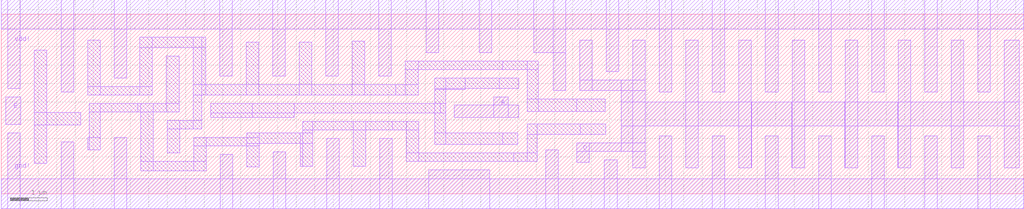
<source format=lef>
#************************************************************************/
# Copyright        : (c) All Rights Reserved 
# Company          : X-FAB Semiconductor Foundries AG 
# Address          : Haarbergstr. 67,  D-99097 Erfurt, Germany 
#
# File             : D_CELLS.lef
# Description      : Layout Exchange Format
#                  
# Technology       : 018um
# Lib_version      : V 2.3.0
# Last Modified by : omy
# DATE             : Mar 30, 2011
# 
#************************************************************************/

VERSION 5.4 ;

NAMESCASESENSITIVE ON ;

DIVIDERCHAR "/" ;
BUSBITCHARS "<>" ;

UNITS
    DATABASE MICRONS 1000  ;
END UNITS

 MANUFACTURINGGRID    0.005000 ;
SITE core
    SYMMETRY Y  ;
    CLASS CORE  ;
    SIZE 0.630 BY 4.880 ;
END core

MACRO SIGNALHOLD
    CLASS CORE ;
    FOREIGN SIGNALHOLD 0 0 ;
    ORIGIN 0.000 0.000 ;
    SIZE 2.520 BY 4.880 ;
    SYMMETRY X Y ;
    SITE core ;
    PIN SIG
        DIRECTION INOUT ;
        ANTENNADIFFAREA 0.411  LAYER MET1  ;
        ANTENNAGATEAREA 0.128  LAYER MET1  ;
        PORT
        LAYER MET1 ;
        RECT  1.260 1.730 1.600 2.080 ;
        RECT  0.730 1.640 1.320 2.020 ;
        RECT  0.980 1.240 1.320 2.020 ;
        RECT  0.180 1.785 1.600 2.020 ;
        RECT  0.180 2.895 0.520 3.235 ;
        RECT  0.180 1.785 0.420 3.235 ;
        END
    END SIG
    PIN gnd!
        DIRECTION INOUT ;
        USE GROUND ;
        SHAPE ABUTMENT ;
        PORT
        LAYER MET1 ;
        RECT  0.000 -0.400 2.520 0.400 ;
        RECT  0.980 -0.400 1.320 0.840 ;
        END
    END gnd!
    PIN vdd!
        DIRECTION INOUT ;
        USE POWER ;
        SHAPE ABUTMENT ;
        PORT
        LAYER MET1 ;
        RECT  0.000 4.480 2.520 5.280 ;
        RECT  0.980 2.895 1.320 5.280 ;
        END
    END vdd!
    OBS
        LAYER MET1 ;
        RECT  1.790 0.700 2.130 1.040 ;
        RECT  0.650 2.375 0.990 2.665 ;
        RECT  0.650 2.430 2.130 2.665 ;
        RECT  1.845 0.700 2.130 3.235 ;
        RECT  1.790 2.430 2.130 3.235 ;
    END
END SIGNALHOLD

MACRO SDFRX4
    CLASS CORE ;
    FOREIGN SDFRX4 0 0 ;
    ORIGIN 0.000 0.000 ;
    SIZE 19.530 BY 4.880 ;
    SYMMETRY X Y ;
    SITE core ;
    PIN QN
        DIRECTION OUTPUT ;
        ANTENNADIFFAREA 2.290  LAYER MET1  ;
        PORT
        LAYER MET1 ;
        RECT  19.010 1.130 19.350 4.100 ;
        RECT  17.680 2.250 19.350 2.630 ;
        RECT  17.680 2.250 18.030 3.770 ;
        RECT  17.680 1.130 17.910 3.770 ;
        RECT  17.570 1.130 17.910 1.470 ;
        END
    END QN
    PIN Q
        DIRECTION OUTPUT ;
        ANTENNADIFFAREA 2.244  LAYER MET1  ;
        PORT
        LAYER MET1 ;
        RECT  14.980 2.885 17.410 3.115 ;
        RECT  17.180 1.700 17.410 3.115 ;
        RECT  14.690 1.700 17.410 1.930 ;
        RECT  16.420 2.885 16.760 4.130 ;
        RECT  16.130 1.130 16.470 1.930 ;
        RECT  14.980 2.885 16.760 3.240 ;
        RECT  14.980 2.860 15.625 3.240 ;
        RECT  14.980 2.860 15.320 4.130 ;
        RECT  14.690 1.130 15.030 1.930 ;
        END
    END Q
    PIN C
        DIRECTION INPUT ;
        ANTENNAGATEAREA 0.297  LAYER MET1  ;
        PORT
        LAYER MET1 ;
        RECT  8.275 1.640 9.070 2.100 ;
        END
    END C
    PIN SE
        DIRECTION INPUT ;
        ANTENNAGATEAREA 0.475  LAYER MET1  ;
        PORT
        LAYER MET1 ;
        RECT  3.275 2.820 3.655 3.240 ;
        RECT  2.205 2.820 3.655 3.105 ;
        RECT  2.205 2.685 2.435 3.105 ;
        RECT  2.185 2.045 2.415 2.780 ;
        RECT  0.575 2.045 2.415 2.275 ;
        RECT  0.575 1.700 0.915 2.275 ;
        END
    END SE
    PIN D
        DIRECTION INPUT ;
        ANTENNAGATEAREA 0.185  LAYER MET1  ;
        PORT
        LAYER MET1 ;
        RECT  2.645 2.045 3.085 2.590 ;
        END
    END D
    PIN SD
        DIRECTION INPUT ;
        ANTENNAGATEAREA 0.112  LAYER MET1  ;
        PORT
        LAYER MET1 ;
        RECT  1.560 2.875 1.975 3.215 ;
        RECT  1.385 3.470 1.790 3.850 ;
        RECT  1.560 2.875 1.790 3.850 ;
        END
    END SD
    PIN gnd!
        DIRECTION INOUT ;
        USE GROUND ;
        SHAPE ABUTMENT ;
        PORT
        LAYER MET1 ;
        RECT  0.000 -0.400 19.530 0.400 ;
        RECT  18.290 -0.400 18.630 1.470 ;
        RECT  16.850 -0.400 17.190 1.470 ;
        RECT  15.410 -0.400 15.750 1.470 ;
        RECT  13.095 -0.400 13.435 1.450 ;
        RECT  10.420 -0.400 10.760 1.370 ;
        RECT  8.415 -0.400 8.700 0.950 ;
        RECT  3.485 -0.400 4.935 0.710 ;
        RECT  1.425 -0.400 1.765 0.950 ;
        RECT  0.560 -0.400 0.900 0.710 ;
        END
    END gnd!
    PIN vdd!
        DIRECTION INOUT ;
        USE POWER ;
        SHAPE ABUTMENT ;
        PORT
        LAYER MET1 ;
        RECT  0.000 4.480 19.530 5.280 ;
        RECT  18.250 4.170 18.590 5.280 ;
        RECT  17.130 4.170 17.470 5.280 ;
        RECT  15.700 3.470 16.040 5.280 ;
        RECT  14.220 4.160 14.560 5.280 ;
        RECT  12.960 3.510 13.300 5.280 ;
        RECT  10.940 3.965 11.280 5.280 ;
        RECT  8.545 2.910 8.830 5.280 ;
        RECT  4.475 3.965 4.815 5.280 ;
        RECT  3.160 4.170 3.500 5.280 ;
        RECT  0.940 4.055 1.280 5.280 ;
        END
    END vdd!
    OBS
        LAYER MET1 ;
        RECT  0.560 1.130 0.900 1.470 ;
        RECT  0.115 1.240 1.375 1.470 ;
        RECT  1.145 1.240 1.375 1.815 ;
        RECT  1.145 1.585 3.655 1.815 ;
        RECT  3.315 1.585 3.655 1.960 ;
        RECT  0.115 1.240 0.345 2.815 ;
        RECT  0.990 2.505 1.330 2.815 ;
        RECT  0.115 2.585 1.330 2.815 ;
        RECT  0.180 2.585 0.520 4.180 ;
        RECT  3.895 1.400 5.335 1.740 ;
        RECT  3.895 1.400 4.125 3.275 ;
        RECT  3.895 2.935 4.315 3.275 ;
        RECT  6.070 1.190 6.395 1.530 ;
        RECT  5.620 1.300 6.395 1.530 ;
        RECT  4.355 2.105 4.860 2.445 ;
        RECT  5.620 1.300 5.850 3.275 ;
        RECT  4.630 2.105 4.860 3.275 ;
        RECT  5.620 2.935 6.045 3.275 ;
        RECT  4.630 3.045 6.045 3.275 ;
        RECT  6.425 2.980 6.765 3.735 ;
        RECT  2.020 3.505 6.765 3.735 ;
        RECT  2.020 3.505 2.310 3.940 ;
        RECT  5.165 0.630 6.855 0.860 ;
        RECT  2.255 0.630 2.595 1.170 ;
        RECT  5.165 0.630 5.395 1.170 ;
        RECT  2.255 0.940 5.395 1.170 ;
        RECT  6.625 0.630 6.855 1.660 ;
        RECT  6.625 1.320 7.210 1.660 ;
        RECT  8.930 0.775 10.190 1.005 ;
        RECT  7.085 0.735 7.955 1.090 ;
        RECT  7.595 0.735 7.955 1.410 ;
        RECT  8.930 0.775 9.160 1.410 ;
        RECT  7.595 1.180 9.160 1.410 ;
        RECT  9.960 0.775 10.190 1.960 ;
        RECT  9.960 1.730 11.670 1.960 ;
        RECT  11.330 1.730 11.670 2.070 ;
        RECT  7.595 0.735 7.855 2.940 ;
        RECT  12.000 1.540 12.340 1.880 ;
        RECT  6.080 1.840 6.390 2.195 ;
        RECT  6.080 1.965 7.365 2.195 ;
        RECT  9.390 1.240 9.730 2.680 ;
        RECT  9.390 2.340 10.310 2.680 ;
        RECT  12.000 1.540 12.230 2.680 ;
        RECT  8.085 2.450 12.230 2.680 ;
        RECT  7.025 1.965 7.365 3.400 ;
        RECT  8.085 2.450 8.315 3.400 ;
        RECT  7.025 3.170 8.315 3.400 ;
        RECT  9.210 2.450 9.520 3.855 ;
        RECT  10.410 3.505 11.750 3.735 ;
        RECT  11.520 3.505 11.750 4.100 ;
        RECT  9.210 3.625 10.640 3.855 ;
        RECT  11.520 3.760 12.030 4.100 ;
        RECT  11.570 0.970 11.910 1.310 ;
        RECT  11.570 1.080 12.800 1.310 ;
        RECT  13.460 2.355 13.800 2.700 ;
        RECT  12.570 2.470 13.800 2.700 ;
        RECT  12.570 1.080 12.800 3.220 ;
        RECT  9.750 2.990 12.800 3.220 ;
        RECT  11.930 2.990 12.270 3.330 ;
        RECT  9.750 2.990 10.090 3.395 ;
        RECT  13.940 1.070 14.280 1.910 ;
        RECT  13.030 1.680 14.280 1.910 ;
        RECT  13.030 1.680 13.370 2.030 ;
        RECT  14.050 2.310 16.950 2.540 ;
        RECT  16.610 2.310 16.950 2.650 ;
        RECT  14.050 1.070 14.280 3.160 ;
        RECT  13.660 2.930 14.280 3.160 ;
        RECT  13.660 2.930 14.000 3.760 ;
        RECT  1.145 1.585 2.80 1.815 ;
        RECT  2.020 3.505 5.80 3.735 ;
        RECT  2.255 0.940 4.70 1.170 ;
        RECT  8.085 2.450 11.00 2.680 ;
        RECT  9.750 2.990 11.60 3.220 ;
        RECT  14.050 2.310 15.50 2.540 ;
    END
END SDFRX4

MACRO SDFRX2
    CLASS CORE ;
    FOREIGN SDFRX2 0 0 ;
    ORIGIN 0.000 0.000 ;
    SIZE 15.750 BY 4.880 ;
    SYMMETRY X Y ;
    SITE core ;
    PIN Q
        DIRECTION OUTPUT ;
        ANTENNADIFFAREA 0.891  LAYER MET1  ;
        PORT
        LAYER MET1 ;
        RECT  13.350 3.270 14.365 3.500 ;
        RECT  14.135 1.250 14.365 3.500 ;
        RECT  13.985 2.860 14.365 3.500 ;
        RECT  13.350 1.250 14.365 1.590 ;
        RECT  13.350 3.270 13.690 4.180 ;
        END
    END Q
    PIN D
        DIRECTION INPUT ;
        ANTENNAGATEAREA 0.182  LAYER MET1  ;
        PORT
        LAYER MET1 ;
        RECT  1.995 2.675 2.415 3.260 ;
        END
    END D
    PIN SD
        DIRECTION INPUT ;
        ANTENNAGATEAREA 0.112  LAYER MET1  ;
        PORT
        LAYER MET1 ;
        RECT  1.550 3.620 1.890 4.250 ;
        RECT  0.755 3.620 1.890 3.850 ;
        RECT  0.755 3.470 1.135 3.850 ;
        END
    END SD
    PIN SE
        DIRECTION INPUT ;
        ANTENNAGATEAREA 0.472  LAYER MET1  ;
        PORT
        LAYER MET1 ;
        RECT  2.645 2.680 3.250 3.020 ;
        RECT  2.645 2.215 3.025 3.020 ;
        RECT  1.660 2.215 3.025 2.445 ;
        RECT  1.660 1.970 1.890 2.445 ;
        RECT  0.660 1.970 1.890 2.200 ;
        RECT  0.660 1.715 1.005 2.200 ;
        END
    END SE
    PIN C
        DIRECTION INPUT ;
        ANTENNAGATEAREA 0.297  LAYER MET1  ;
        PORT
        LAYER MET1 ;
        RECT  8.130 2.020 8.695 2.630 ;
        END
    END C
    PIN QN
        DIRECTION OUTPUT ;
        ANTENNADIFFAREA 0.891  LAYER MET1  ;
        PORT
        LAYER MET1 ;
        RECT  14.615 1.240 15.010 3.550 ;
        END
    END QN
    PIN gnd!
        DIRECTION INOUT ;
        USE GROUND ;
        SHAPE ABUTMENT ;
        PORT
        LAYER MET1 ;
        RECT  0.000 -0.400 15.750 0.400 ;
        RECT  15.230 -0.400 15.570 0.720 ;
        RECT  14.110 -0.400 14.450 0.720 ;
        RECT  12.790 -0.400 13.130 0.720 ;
        RECT  11.385 -0.400 11.730 0.970 ;
        RECT  9.585 -0.400 9.925 0.790 ;
        RECT  7.560 -0.400 7.845 1.330 ;
        RECT  4.100 -0.400 4.440 0.710 ;
        RECT  2.800 -0.400 3.140 0.710 ;
        RECT  0.940 -0.400 1.280 0.960 ;
        END
    END gnd!
    PIN vdd!
        DIRECTION INOUT ;
        USE POWER ;
        SHAPE ABUTMENT ;
        PORT
        LAYER MET1 ;
        RECT  0.000 4.480 15.750 5.280 ;
        RECT  15.230 3.950 15.570 5.280 ;
        RECT  14.110 3.950 14.450 5.280 ;
        RECT  12.590 4.125 12.930 5.280 ;
        RECT  11.185 3.960 11.525 5.280 ;
        RECT  9.005 3.660 9.345 5.280 ;
        RECT  7.705 3.530 8.045 5.280 ;
        RECT  4.415 4.100 4.755 5.280 ;
        RECT  3.260 4.170 3.600 5.280 ;
        RECT  0.940 4.080 1.280 5.280 ;
        END
    END vdd!
    OBS
        LAYER MET1 ;
        RECT  0.180 1.035 0.520 1.420 ;
        RECT  0.180 1.190 1.540 1.420 ;
        RECT  1.310 1.190 1.540 1.740 ;
        RECT  1.310 1.510 3.060 1.740 ;
        RECT  2.720 1.510 3.060 1.985 ;
        RECT  0.180 1.035 0.410 4.110 ;
        RECT  0.180 2.430 1.360 2.660 ;
        RECT  1.020 2.430 1.360 2.770 ;
        RECT  0.180 2.430 0.520 4.110 ;
        RECT  3.480 1.400 3.840 2.015 ;
        RECT  3.480 1.785 5.160 2.015 ;
        RECT  4.890 1.785 5.160 2.485 ;
        RECT  3.480 1.400 3.710 3.240 ;
        RECT  3.480 2.900 4.200 3.240 ;
        RECT  5.330 1.205 5.670 1.545 ;
        RECT  3.940 2.245 4.660 2.585 ;
        RECT  4.430 2.245 4.660 2.945 ;
        RECT  4.430 2.715 5.620 2.945 ;
        RECT  5.390 1.205 5.620 3.385 ;
        RECT  5.390 3.045 5.985 3.385 ;
        RECT  1.770 0.630 2.110 1.170 ;
        RECT  4.690 0.745 6.470 0.975 ;
        RECT  1.770 0.940 4.920 1.170 ;
        RECT  6.130 0.745 6.470 1.595 ;
        RECT  6.405 3.530 6.745 3.870 ;
        RECT  2.120 3.640 6.745 3.870 ;
        RECT  2.120 3.640 2.410 4.020 ;
        RECT  8.075 0.680 9.355 0.910 ;
        RECT  6.785 0.630 7.125 0.965 ;
        RECT  9.125 0.680 9.355 1.250 ;
        RECT  9.125 1.020 9.615 1.250 ;
        RECT  9.385 1.020 9.615 1.920 ;
        RECT  8.075 0.680 8.305 1.790 ;
        RECT  6.895 1.560 8.305 1.790 ;
        RECT  9.385 1.690 10.550 1.920 ;
        RECT  10.210 1.690 10.550 2.030 ;
        RECT  6.895 0.630 7.125 2.165 ;
        RECT  6.520 1.825 7.285 2.165 ;
        RECT  6.945 1.560 7.285 2.825 ;
        RECT  8.535 1.140 8.895 1.710 ;
        RECT  8.535 1.480 9.155 1.710 ;
        RECT  5.850 1.900 6.190 2.625 ;
        RECT  5.850 2.395 6.445 2.625 ;
        RECT  9.675 2.360 11.060 2.700 ;
        RECT  8.925 2.470 11.060 2.700 ;
        RECT  7.515 2.020 7.800 3.300 ;
        RECT  6.215 2.395 6.445 3.300 ;
        RECT  7.515 2.960 9.155 3.300 ;
        RECT  8.925 1.480 9.155 3.300 ;
        RECT  6.215 3.055 9.155 3.300 ;
        RECT  10.560 0.630 10.900 0.970 ;
        RECT  10.670 0.630 10.900 1.460 ;
        RECT  10.670 1.230 11.520 1.460 ;
        RECT  11.290 1.230 11.520 3.160 ;
        RECT  12.370 2.750 12.655 3.160 ;
        RECT  10.155 2.930 12.655 3.160 ;
        RECT  10.155 2.930 10.495 3.825 ;
        RECT  12.090 0.680 12.430 2.520 ;
        RECT  11.750 2.290 13.380 2.520 ;
        RECT  11.750 2.290 12.040 2.650 ;
        RECT  12.885 2.290 13.380 2.650 ;
        RECT  12.885 2.290 13.115 3.720 ;
        RECT  12.030 3.390 13.115 3.720 ;
        RECT  1.770 0.940 3.60 1.170 ;
        RECT  2.120 3.640 5.60 3.870 ;
        RECT  8.925 2.470 10.30 2.700 ;
        RECT  6.215 3.055 8.20 3.300 ;
        RECT  10.155 2.930 11.40 3.160 ;
    END
END SDFRX2

MACRO SDFRX1
    CLASS CORE ;
    FOREIGN SDFRX1 0 0 ;
    ORIGIN 0.000 0.000 ;
    SIZE 15.120 BY 4.880 ;
    SYMMETRY X Y ;
    SITE core ;
    PIN QN
        DIRECTION OUTPUT ;
        ANTENNADIFFAREA 0.754  LAYER MET1  ;
        PORT
        LAYER MET1 ;
        RECT  14.605 0.940 14.995 4.180 ;
        END
    END QN
    PIN Q
        DIRECTION OUTPUT ;
        ANTENNADIFFAREA 0.754  LAYER MET1  ;
        PORT
        LAYER MET1 ;
        RECT  13.985 1.640 14.375 2.020 ;
        RECT  13.420 2.870 14.220 3.100 ;
        RECT  13.985 1.640 14.220 3.100 ;
        RECT  13.985 1.260 14.215 3.100 ;
        RECT  13.420 1.260 14.215 1.490 ;
        RECT  13.160 3.780 13.650 4.120 ;
        RECT  13.420 2.870 13.650 4.120 ;
        RECT  13.420 0.700 13.650 1.490 ;
        RECT  13.160 0.700 13.650 1.040 ;
        END
    END Q
    PIN SD
        DIRECTION INPUT ;
        ANTENNAGATEAREA 0.112  LAYER MET1  ;
        PORT
        LAYER MET1 ;
        RECT  1.610 3.990 2.030 4.250 ;
        RECT  1.610 3.980 2.000 4.250 ;
        RECT  1.610 3.470 1.840 4.250 ;
        RECT  1.410 3.470 1.840 3.815 ;
        RECT  1.385 3.470 1.840 3.800 ;
        END
    END SD
    PIN SE
        DIRECTION INPUT ;
        ANTENNAGATEAREA 0.475  LAYER MET1  ;
        PORT
        LAYER MET1 ;
        RECT  2.880 2.800 3.655 3.240 ;
        RECT  2.880 2.045 3.110 3.240 ;
        RECT  0.575 2.045 3.110 2.275 ;
        RECT  0.575 1.700 0.915 2.275 ;
        END
    END SE
    PIN D
        DIRECTION INPUT ;
        ANTENNAGATEAREA 0.189  LAYER MET1  ;
        PORT
        LAYER MET1 ;
        RECT  1.960 2.580 2.650 3.190 ;
        END
    END D
    PIN C
        DIRECTION INPUT ;
        ANTENNAGATEAREA 0.297  LAYER MET1  ;
        PORT
        LAYER MET1 ;
        RECT  8.315 1.640 8.885 2.035 ;
        END
    END C
    PIN gnd!
        DIRECTION INOUT ;
        USE GROUND ;
        SHAPE ABUTMENT ;
        PORT
        LAYER MET1 ;
        RECT  0.000 -0.400 15.120 0.400 ;
        RECT  13.880 -0.400 14.220 1.030 ;
        RECT  12.000 -0.400 12.340 1.050 ;
        RECT  10.145 -0.400 10.485 1.030 ;
        RECT  8.085 -0.400 8.425 0.950 ;
        RECT  4.725 -0.400 5.065 0.655 ;
        RECT  3.485 1.090 3.825 1.325 ;
        RECT  2.825 1.090 3.825 1.320 ;
        RECT  1.755 1.125 3.055 1.355 ;
        RECT  1.755 -0.400 1.985 1.355 ;
        RECT  1.425 -0.400 1.985 0.950 ;
        RECT  0.560 -0.400 0.900 0.710 ;
        END
    END gnd!
    PIN vdd!
        DIRECTION INOUT ;
        USE POWER ;
        SHAPE ABUTMENT ;
        PORT
        LAYER MET1 ;
        RECT  0.000 4.480 15.120 5.280 ;
        RECT  13.880 3.330 14.220 5.280 ;
        RECT  12.365 4.040 12.705 5.280 ;
        RECT  9.480 3.500 9.820 5.280 ;
        RECT  8.180 3.620 8.520 5.280 ;
        RECT  4.905 3.845 5.230 5.280 ;
        RECT  3.260 4.170 3.600 5.280 ;
        RECT  0.940 4.005 1.280 5.280 ;
        END
    END vdd!
    OBS
        LAYER MET1 ;
        RECT  0.560 1.130 0.900 1.470 ;
        RECT  0.115 1.240 1.485 1.470 ;
        RECT  1.255 1.240 1.485 1.815 ;
        RECT  1.255 1.585 3.630 1.815 ;
        RECT  3.290 1.555 3.630 1.895 ;
        RECT  0.115 1.240 0.345 2.735 ;
        RECT  0.180 2.505 1.360 2.790 ;
        RECT  0.180 2.505 0.520 4.180 ;
        RECT  3.900 1.755 4.240 2.110 ;
        RECT  3.900 1.880 5.275 2.110 ;
        RECT  4.935 1.880 5.275 2.220 ;
        RECT  3.900 1.755 4.215 3.425 ;
        RECT  5.885 1.200 6.225 1.540 ;
        RECT  4.445 2.565 4.775 3.155 ;
        RECT  5.680 1.310 5.920 3.155 ;
        RECT  4.445 2.925 6.460 3.155 ;
        RECT  6.120 2.925 6.460 3.460 ;
        RECT  2.255 0.630 4.495 0.860 ;
        RECT  5.295 0.630 7.025 0.860 ;
        RECT  4.265 0.630 4.495 1.115 ;
        RECT  2.255 0.630 2.595 0.895 ;
        RECT  5.295 0.630 5.525 1.115 ;
        RECT  4.265 0.885 5.525 1.115 ;
        RECT  6.685 0.630 7.025 1.685 ;
        RECT  2.070 3.420 2.410 3.760 ;
        RECT  4.445 3.385 5.710 3.615 ;
        RECT  5.480 3.385 5.710 3.930 ;
        RECT  2.070 3.530 3.580 3.760 ;
        RECT  4.445 3.385 4.675 3.885 ;
        RECT  3.365 3.655 4.675 3.885 ;
        RECT  6.880 3.620 7.220 3.930 ;
        RECT  5.480 3.700 7.220 3.930 ;
        RECT  9.115 1.095 9.455 1.460 ;
        RECT  6.165 2.165 6.505 2.675 ;
        RECT  7.745 2.105 8.095 2.460 ;
        RECT  6.165 2.445 7.010 2.675 ;
        RECT  9.115 1.095 9.345 3.120 ;
        RECT  8.940 2.890 10.730 3.120 ;
        RECT  6.780 2.445 7.010 3.390 ;
        RECT  7.990 2.245 8.220 3.390 ;
        RECT  8.940 2.710 9.170 3.390 ;
        RECT  10.390 2.890 10.730 3.230 ;
        RECT  6.780 3.160 9.170 3.390 ;
        RECT  8.655 0.630 9.915 0.860 ;
        RECT  7.285 0.645 7.625 1.410 ;
        RECT  8.655 0.630 8.885 1.410 ;
        RECT  7.285 1.180 8.885 1.410 ;
        RECT  6.965 1.915 7.515 2.205 ;
        RECT  9.685 0.630 9.915 2.450 ;
        RECT  9.685 2.220 10.465 2.450 ;
        RECT  10.125 2.330 11.210 2.560 ;
        RECT  7.285 0.645 7.515 2.930 ;
        RECT  7.285 2.690 7.760 2.930 ;
        RECT  10.980 2.330 11.210 3.320 ;
        RECT  10.980 2.980 11.405 3.320 ;
        RECT  10.995 0.710 11.670 1.070 ;
        RECT  11.440 2.430 11.885 2.660 ;
        RECT  11.440 0.710 11.670 2.660 ;
        RECT  11.650 2.660 12.520 3.000 ;
        RECT  11.650 2.430 11.880 3.840 ;
        RECT  10.630 3.550 11.880 3.840 ;
        RECT  11.900 1.615 13.195 1.955 ;
        RECT  12.960 1.615 13.195 2.475 ;
        RECT  11.900 1.615 12.185 2.135 ;
        RECT  12.960 2.135 13.355 2.475 ;
        RECT  12.960 1.615 13.190 3.470 ;
        RECT  12.460 3.240 13.190 3.470 ;
        RECT  12.460 3.240 12.800 3.580 ;
        RECT  1.255 1.585 2.80 1.815 ;
        RECT  4.445 2.925 5.40 3.155 ;
        RECT  2.255 0.630 3.90 0.860 ;
        RECT  6.780 3.160 8.50 3.390 ;
    END
END SDFRX1

MACRO SDFRX0
    CLASS CORE ;
    FOREIGN SDFRX0 0 0 ;
    ORIGIN 0.000 0.000 ;
    SIZE 13.860 BY 4.880 ;
    SYMMETRY X Y ;
    SITE core ;
    PIN QN
        DIRECTION OUTPUT ;
        ANTENNADIFFAREA 0.489  LAYER MET1  ;
        PORT
        LAYER MET1 ;
        RECT  13.220 2.860 13.735 3.240 ;
        RECT  13.220 2.640 13.640 3.240 ;
        RECT  13.410 1.170 13.640 3.240 ;
        RECT  13.300 1.170 13.640 1.510 ;
        END
    END QN
    PIN Q
        DIRECTION OUTPUT ;
        ANTENNADIFFAREA 0.600  LAYER MET1  ;
        PORT
        LAYER MET1 ;
        RECT  12.725 1.640 13.105 2.020 ;
        RECT  12.380 2.640 12.955 2.980 ;
        RECT  12.725 0.630 12.955 2.980 ;
        RECT  12.045 0.630 12.955 0.950 ;
        END
    END Q
    PIN D
        DIRECTION INPUT ;
        ANTENNAGATEAREA 0.146  LAYER MET1  ;
        PORT
        LAYER MET1 ;
        RECT  2.645 2.190 3.215 2.630 ;
        END
    END D
    PIN SD
        DIRECTION INPUT ;
        ANTENNAGATEAREA 0.128  LAYER MET1  ;
        PORT
        LAYER MET1 ;
        RECT  1.535 3.175 1.975 3.480 ;
        RECT  1.535 3.140 1.960 3.480 ;
        RECT  1.385 3.520 1.765 3.850 ;
        RECT  1.535 3.140 1.765 3.850 ;
        RECT  1.415 3.505 1.765 3.850 ;
        END
    END SD
    PIN SE
        DIRECTION INPUT ;
        ANTENNAGATEAREA 0.239  LAYER MET1  ;
        PORT
        LAYER MET1 ;
        RECT  2.905 2.860 3.215 3.320 ;
        RECT  2.190 2.860 3.215 3.090 ;
        RECT  2.185 2.250 2.415 3.020 ;
        RECT  2.015 2.250 2.415 2.640 ;
        RECT  0.705 2.250 2.415 2.480 ;
        END
    END SE
    PIN C
        DIRECTION INPUT ;
        ANTENNAGATEAREA 0.128  LAYER MET1  ;
        PORT
        LAYER MET1 ;
        RECT  7.625 2.185 8.120 2.675 ;
        END
    END C
    PIN vdd!
        DIRECTION INOUT ;
        USE POWER ;
        SHAPE ABUTMENT ;
        PORT
        LAYER MET1 ;
        RECT  0.000 4.480 13.860 5.280 ;
        RECT  13.220 3.470 13.560 5.280 ;
        RECT  11.730 4.165 12.070 5.280 ;
        RECT  10.755 3.930 11.040 5.280 ;
        RECT  8.120 3.630 8.460 5.280 ;
        RECT  7.395 3.925 7.735 5.280 ;
        RECT  3.200 4.170 4.495 5.280 ;
        RECT  0.445 4.060 0.785 5.280 ;
        END
    END vdd!
    PIN gnd!
        DIRECTION INOUT ;
        USE GROUND ;
        SHAPE ABUTMENT ;
        PORT
        LAYER MET1 ;
        RECT  0.000 -0.400 13.860 0.400 ;
        RECT  13.300 -0.400 13.640 0.710 ;
        RECT  11.155 -0.400 11.495 0.710 ;
        RECT  9.270 -0.400 9.555 0.710 ;
        RECT  9.250 -0.400 9.555 0.675 ;
        RECT  7.375 -0.400 7.660 0.970 ;
        RECT  3.970 -0.400 4.310 0.895 ;
        RECT  3.010 -0.400 3.350 0.710 ;
        RECT  0.750 -0.400 1.090 0.950 ;
        RECT  0.180 -0.400 0.520 1.560 ;
        END
    END gnd!
    OBS
        LAYER MET1 ;
        RECT  0.980 1.585 3.215 1.815 ;
        RECT  2.930 1.585 3.215 1.960 ;
        RECT  0.245 1.790 1.320 2.020 ;
        RECT  0.245 1.790 0.475 3.380 ;
        RECT  0.245 2.890 1.305 3.220 ;
        RECT  0.245 2.890 0.785 3.380 ;
        RECT  3.445 1.805 4.770 2.035 ;
        RECT  3.445 1.805 3.875 2.095 ;
        RECT  3.445 1.805 3.835 2.105 ;
        RECT  4.485 1.805 4.770 2.205 ;
        RECT  3.445 1.805 3.675 3.425 ;
        RECT  3.445 3.085 4.195 3.425 ;
        RECT  5.000 1.230 5.800 1.540 ;
        RECT  3.905 2.325 4.190 2.665 ;
        RECT  3.905 2.435 5.230 2.665 ;
        RECT  5.000 1.230 5.230 3.480 ;
        RECT  4.995 2.435 5.230 3.480 ;
        RECT  4.995 3.250 5.725 3.480 ;
        RECT  5.385 3.250 5.725 3.790 ;
        RECT  4.540 0.640 6.500 0.920 ;
        RECT  6.160 0.640 6.500 0.980 ;
        RECT  1.980 1.015 2.320 1.355 ;
        RECT  4.540 0.640 4.770 1.355 ;
        RECT  1.980 1.125 4.770 1.355 ;
        RECT  1.995 3.710 5.050 3.940 ;
        RECT  4.820 3.710 5.050 4.250 ;
        RECT  1.995 3.710 2.295 4.180 ;
        RECT  6.185 3.925 6.525 4.250 ;
        RECT  4.820 4.020 6.525 4.250 ;
        RECT  5.460 2.440 5.800 2.780 ;
        RECT  7.045 2.355 7.395 2.695 ;
        RECT  5.460 2.530 6.190 2.780 ;
        RECT  8.350 2.600 9.410 2.940 ;
        RECT  8.350 1.230 8.580 3.245 ;
        RECT  7.165 2.905 8.580 3.245 ;
        RECT  5.960 2.530 6.190 3.695 ;
        RECT  7.165 2.355 7.395 3.695 ;
        RECT  5.960 3.465 7.395 3.695 ;
        RECT  7.890 0.770 9.040 1.000 ;
        RECT  7.890 0.770 8.120 1.480 ;
        RECT  6.865 1.250 8.120 1.480 ;
        RECT  8.810 0.770 9.040 2.160 ;
        RECT  6.865 1.250 7.205 2.110 ;
        RECT  5.460 1.770 7.205 2.110 ;
        RECT  8.810 1.930 9.635 2.160 ;
        RECT  9.295 2.040 9.955 2.270 ;
        RECT  6.585 1.770 6.815 3.230 ;
        RECT  6.585 2.895 6.930 3.230 ;
        RECT  9.725 2.040 9.955 3.400 ;
        RECT  6.585 2.900 6.935 3.230 ;
        RECT  9.725 3.060 10.065 3.400 ;
        RECT  10.125 1.110 10.525 1.450 ;
        RECT  11.390 2.340 11.680 2.680 ;
        RECT  10.295 2.450 11.680 2.680 ;
        RECT  10.295 1.110 10.525 3.970 ;
        RECT  9.350 3.630 10.525 3.970 ;
        RECT  12.045 1.350 12.385 2.320 ;
        RECT  11.085 1.670 12.385 2.010 ;
        RECT  11.910 1.980 12.495 2.320 ;
        RECT  11.910 1.670 12.140 3.335 ;
        RECT  11.130 3.105 12.140 3.335 ;
        RECT  11.130 3.105 11.470 3.445 ;
        RECT  0.980 1.585 2.60 1.815 ;
        RECT  1.980 1.125 3.80 1.355 ;
        RECT  1.995 3.710 4.50 3.940 ;
    END
END SDFRX0

MACRO SDFRSX4
    CLASS CORE ;
    FOREIGN SDFRSX4 0 0 ;
    ORIGIN 0.000 0.000 ;
    SIZE 20.160 BY 4.880 ;
    SYMMETRY X Y ;
    SITE core ;
    PIN QN
        DIRECTION OUTPUT ;
        ANTENNADIFFAREA 2.085  LAYER MET1  ;
        PORT
        LAYER MET1 ;
        RECT  19.640 1.130 19.980 3.060 ;
        RECT  18.360 2.250 19.980 2.630 ;
        RECT  18.360 2.250 18.715 3.060 ;
        RECT  18.360 1.130 18.590 3.060 ;
        RECT  18.200 1.130 18.590 1.470 ;
        END
    END QN
    PIN Q
        DIRECTION OUTPUT ;
        ANTENNADIFFAREA 2.090  LAYER MET1  ;
        PORT
        LAYER MET1 ;
        RECT  15.635 2.880 18.065 3.110 ;
        RECT  17.835 1.700 18.065 3.110 ;
        RECT  15.535 1.700 18.065 1.930 ;
        RECT  15.635 2.880 17.415 3.240 ;
        RECT  16.760 1.130 17.100 1.930 ;
        RECT  15.635 2.860 16.255 3.240 ;
        RECT  15.635 2.860 15.975 4.100 ;
        RECT  15.535 0.700 15.765 1.930 ;
        RECT  15.280 0.700 15.765 1.040 ;
        END
    END Q
    PIN SN
        DIRECTION INPUT ;
        ANTENNAGATEAREA 0.511  LAYER MET1  ;
        PORT
        LAYER MET1 ;
        RECT  13.760 1.640 14.365 2.070 ;
        END
    END SN
    PIN C
        DIRECTION INPUT ;
        ANTENNAGATEAREA 0.297  LAYER MET1  ;
        PORT
        LAYER MET1 ;
        RECT  8.945 1.660 9.500 2.100 ;
        END
    END C
    PIN SE
        DIRECTION INPUT ;
        ANTENNAGATEAREA 0.475  LAYER MET1  ;
        PORT
        LAYER MET1 ;
        RECT  3.275 2.820 3.655 3.240 ;
        RECT  2.205 2.820 3.655 3.105 ;
        RECT  2.205 2.685 2.435 3.105 ;
        RECT  2.185 2.045 2.415 2.780 ;
        RECT  0.575 2.045 2.415 2.275 ;
        RECT  0.575 1.700 0.915 2.275 ;
        END
    END SE
    PIN D
        DIRECTION INPUT ;
        ANTENNAGATEAREA 0.185  LAYER MET1  ;
        PORT
        LAYER MET1 ;
        RECT  2.645 2.045 3.085 2.590 ;
        END
    END D
    PIN SD
        DIRECTION INPUT ;
        ANTENNAGATEAREA 0.112  LAYER MET1  ;
        PORT
        LAYER MET1 ;
        RECT  1.560 2.875 1.975 3.215 ;
        RECT  1.385 3.470 1.790 3.850 ;
        RECT  1.560 2.875 1.790 3.850 ;
        END
    END SD
    PIN gnd!
        DIRECTION INOUT ;
        USE GROUND ;
        SHAPE ABUTMENT ;
        PORT
        LAYER MET1 ;
        RECT  0.000 -0.400 20.160 0.400 ;
        RECT  18.920 -0.400 19.260 1.470 ;
        RECT  17.480 -0.400 17.820 1.470 ;
        RECT  16.040 -0.400 16.380 1.470 ;
        RECT  13.480 -0.400 13.820 0.840 ;
        RECT  10.715 -0.400 11.000 1.370 ;
        RECT  8.820 -0.400 9.105 0.970 ;
        RECT  3.400 -0.400 5.150 0.710 ;
        RECT  1.425 -0.400 1.765 0.950 ;
        RECT  0.560 -0.400 0.900 0.710 ;
        END
    END gnd!
    PIN vdd!
        DIRECTION INOUT ;
        USE POWER ;
        SHAPE ABUTMENT ;
        PORT
        LAYER MET1 ;
        RECT  0.000 4.480 20.160 5.280 ;
        RECT  19.000 3.295 19.340 5.280 ;
        RECT  17.705 3.555 18.045 5.280 ;
        RECT  16.355 3.470 16.695 5.280 ;
        RECT  14.875 4.140 15.215 5.280 ;
        RECT  13.590 2.890 13.930 5.280 ;
        RECT  11.370 3.965 11.710 5.280 ;
        RECT  8.975 2.910 9.260 5.280 ;
        RECT  4.795 3.965 5.135 5.280 ;
        RECT  3.160 4.170 3.500 5.280 ;
        RECT  0.940 4.055 1.280 5.280 ;
        END
    END vdd!
    OBS
        LAYER MET1 ;
        RECT  0.560 1.130 0.900 1.470 ;
        RECT  0.115 1.240 1.375 1.470 ;
        RECT  1.145 1.240 1.375 1.815 ;
        RECT  1.145 1.585 3.655 1.815 ;
        RECT  3.315 1.585 3.655 1.930 ;
        RECT  0.115 1.240 0.345 2.815 ;
        RECT  0.990 2.505 1.330 2.815 ;
        RECT  0.115 2.585 1.330 2.815 ;
        RECT  0.180 2.585 0.520 4.180 ;
        RECT  3.895 1.585 5.740 1.875 ;
        RECT  5.400 1.585 5.740 2.265 ;
        RECT  3.895 1.585 4.125 3.275 ;
        RECT  3.895 2.935 4.315 3.275 ;
        RECT  6.475 1.190 6.800 1.530 ;
        RECT  6.025 1.300 6.800 1.530 ;
        RECT  4.355 2.105 4.860 2.445 ;
        RECT  6.025 1.300 6.255 3.275 ;
        RECT  4.630 2.105 4.860 3.275 ;
        RECT  6.025 2.935 6.450 3.275 ;
        RECT  4.630 3.045 6.450 3.275 ;
        RECT  6.830 2.980 7.170 3.735 ;
        RECT  2.020 3.505 7.170 3.735 ;
        RECT  2.020 3.505 2.310 3.940 ;
        RECT  5.380 0.630 7.260 0.860 ;
        RECT  2.255 0.630 2.595 1.170 ;
        RECT  5.380 0.630 5.610 1.170 ;
        RECT  2.255 0.940 5.610 1.170 ;
        RECT  7.030 0.630 7.260 1.660 ;
        RECT  7.030 1.320 7.615 1.660 ;
        RECT  9.335 0.775 10.485 1.005 ;
        RECT  7.490 0.735 8.360 1.090 ;
        RECT  8.000 0.735 8.360 1.430 ;
        RECT  9.335 0.775 9.565 1.430 ;
        RECT  8.000 1.200 9.565 1.430 ;
        RECT  10.255 0.775 10.485 1.960 ;
        RECT  10.255 1.730 11.910 1.960 ;
        RECT  11.570 1.730 11.910 2.070 ;
        RECT  8.000 0.735 8.285 2.940 ;
        RECT  6.485 1.840 6.795 2.195 ;
        RECT  6.485 1.965 7.770 2.195 ;
        RECT  9.795 1.240 10.025 2.680 ;
        RECT  9.795 2.340 10.740 2.680 ;
        RECT  12.240 1.540 12.525 2.680 ;
        RECT  8.515 2.450 12.525 2.680 ;
        RECT  9.640 2.450 9.980 2.860 ;
        RECT  7.430 1.965 7.770 3.400 ;
        RECT  8.515 2.450 8.745 3.400 ;
        RECT  7.430 3.170 8.745 3.400 ;
        RECT  9.640 2.450 9.870 3.855 ;
        RECT  10.840 3.505 12.180 3.735 ;
        RECT  11.950 3.505 12.180 4.100 ;
        RECT  9.640 3.625 11.070 3.855 ;
        RECT  11.950 3.760 12.460 4.100 ;
        RECT  11.810 0.970 12.150 1.310 ;
        RECT  11.810 1.080 12.985 1.310 ;
        RECT  14.505 2.320 14.845 2.660 ;
        RECT  12.755 2.430 14.845 2.660 ;
        RECT  12.755 1.080 12.985 3.220 ;
        RECT  10.180 2.990 12.985 3.220 ;
        RECT  12.360 2.990 12.700 3.330 ;
        RECT  10.180 2.990 10.520 3.395 ;
        RECT  13.215 1.180 15.050 1.410 ;
        RECT  14.710 1.180 15.050 1.700 ;
        RECT  13.215 1.180 13.500 1.530 ;
        RECT  14.710 1.470 15.305 1.700 ;
        RECT  15.075 2.310 17.605 2.540 ;
        RECT  17.265 2.310 17.605 2.650 ;
        RECT  15.075 1.470 15.305 3.120 ;
        RECT  14.315 2.890 15.305 3.120 ;
        RECT  14.315 2.890 14.655 3.730 ;
        RECT  1.145 1.585 2.70 1.815 ;
        RECT  2.020 3.505 6.70 3.735 ;
        RECT  2.255 0.940 4.30 1.170 ;
        RECT  8.515 2.450 11.20 2.680 ;
        RECT  12.755 2.430 13.60 2.660 ;
        RECT  10.180 2.990 11.80 3.220 ;
        RECT  15.075 2.310 16.90 2.540 ;
    END
END SDFRSX4

MACRO SDFRSX2
    CLASS CORE ;
    FOREIGN SDFRSX2 0 0 ;
    ORIGIN 0.000 0.000 ;
    SIZE 17.010 BY 4.880 ;
    SYMMETRY X Y ;
    SITE core ;
    PIN Q
        DIRECTION OUTPUT ;
        ANTENNADIFFAREA 0.891  LAYER MET1  ;
        PORT
        LAYER MET1 ;
        RECT  14.765 0.830 14.995 3.240 ;
        RECT  14.450 2.860 14.790 4.180 ;
        RECT  14.610 0.830 14.995 1.170 ;
        END
    END Q
    PIN D
        DIRECTION INPUT ;
        ANTENNAGATEAREA 0.182  LAYER MET1  ;
        PORT
        LAYER MET1 ;
        RECT  1.995 2.675 2.415 3.260 ;
        END
    END D
    PIN SD
        DIRECTION INPUT ;
        ANTENNAGATEAREA 0.112  LAYER MET1  ;
        PORT
        LAYER MET1 ;
        RECT  1.550 3.620 1.890 4.250 ;
        RECT  0.755 3.620 1.890 3.850 ;
        RECT  0.755 3.470 1.135 3.850 ;
        END
    END SD
    PIN SE
        DIRECTION INPUT ;
        ANTENNAGATEAREA 0.472  LAYER MET1  ;
        PORT
        LAYER MET1 ;
        RECT  2.645 2.215 3.250 3.020 ;
        RECT  1.660 2.215 3.250 2.445 ;
        RECT  1.660 1.970 1.890 2.445 ;
        RECT  0.660 1.970 1.890 2.200 ;
        RECT  0.660 1.720 1.005 2.200 ;
        END
    END SE
    PIN C
        DIRECTION INPUT ;
        ANTENNAGATEAREA 0.297  LAYER MET1  ;
        PORT
        LAYER MET1 ;
        RECT  8.315 2.020 8.740 2.630 ;
        END
    END C
    PIN SN
        DIRECTION INPUT ;
        ANTENNAGATEAREA 0.358  LAYER MET1  ;
        PORT
        LAYER MET1 ;
        RECT  12.585 2.050 13.105 2.630 ;
        END
    END SN
    PIN QN
        DIRECTION OUTPUT ;
        ANTENNADIFFAREA 0.891  LAYER MET1  ;
        PORT
        LAYER MET1 ;
        RECT  15.875 1.240 16.270 2.020 ;
        RECT  15.770 2.640 16.110 3.550 ;
        RECT  15.875 1.240 16.110 3.550 ;
        END
    END QN
    PIN gnd!
        DIRECTION INOUT ;
        USE GROUND ;
        SHAPE ABUTMENT ;
        PORT
        LAYER MET1 ;
        RECT  0.000 -0.400 17.010 0.400 ;
        RECT  16.490 -0.400 16.830 0.720 ;
        RECT  15.370 -0.400 15.710 0.720 ;
        RECT  13.850 -0.400 14.190 0.970 ;
        RECT  12.300 -0.400 12.645 1.090 ;
        RECT  9.910 -0.400 10.195 1.330 ;
        RECT  7.990 -0.400 8.275 1.330 ;
        RECT  4.530 -0.400 4.870 0.710 ;
        RECT  2.800 -0.400 3.140 0.710 ;
        RECT  0.940 -0.400 1.280 0.960 ;
        END
    END gnd!
    PIN vdd!
        DIRECTION INOUT ;
        USE POWER ;
        SHAPE ABUTMENT ;
        PORT
        LAYER MET1 ;
        RECT  0.000 4.480 17.010 5.280 ;
        RECT  16.490 2.640 16.830 5.280 ;
        RECT  15.210 3.950 15.550 5.280 ;
        RECT  13.690 4.170 14.030 5.280 ;
        RECT  11.710 3.385 12.750 5.280 ;
        RECT  9.330 3.480 9.670 5.280 ;
        RECT  8.030 3.515 8.370 5.280 ;
        RECT  4.715 3.900 5.055 5.280 ;
        RECT  3.260 4.170 3.600 5.280 ;
        RECT  0.940 4.080 1.280 5.280 ;
        END
    END vdd!
    OBS
        LAYER MET1 ;
        RECT  0.180 1.035 0.520 1.420 ;
        RECT  0.180 1.190 1.540 1.420 ;
        RECT  1.310 1.190 1.540 1.740 ;
        RECT  1.310 1.510 3.060 1.740 ;
        RECT  2.720 1.510 3.060 1.985 ;
        RECT  0.180 1.035 0.410 4.110 ;
        RECT  0.180 2.430 1.360 2.660 ;
        RECT  1.020 2.430 1.360 2.770 ;
        RECT  0.180 2.430 0.520 4.110 ;
        RECT  3.480 1.400 3.840 2.015 ;
        RECT  3.480 1.785 5.330 2.015 ;
        RECT  4.990 1.785 5.330 2.470 ;
        RECT  3.480 1.400 3.710 3.270 ;
        RECT  3.480 2.930 4.250 3.265 ;
        RECT  3.480 2.930 4.240 3.270 ;
        RECT  5.580 1.190 6.100 1.530 ;
        RECT  3.940 2.245 4.715 2.585 ;
        RECT  4.485 2.245 4.715 2.930 ;
        RECT  5.580 1.190 5.810 3.210 ;
        RECT  4.485 2.700 5.810 2.930 ;
        RECT  5.580 2.870 6.285 3.210 ;
        RECT  5.120 0.630 6.900 0.860 ;
        RECT  1.770 0.630 2.110 1.170 ;
        RECT  5.120 0.630 5.350 1.170 ;
        RECT  1.770 0.940 5.350 1.170 ;
        RECT  6.560 0.630 6.900 1.595 ;
        RECT  4.400 3.440 5.525 3.670 ;
        RECT  2.120 3.500 4.560 3.730 ;
        RECT  6.705 3.515 7.045 3.845 ;
        RECT  5.295 3.615 7.045 3.845 ;
        RECT  2.120 3.500 2.410 4.020 ;
        RECT  7.215 0.630 7.555 0.965 ;
        RECT  8.505 0.800 9.680 1.030 ;
        RECT  7.325 0.630 7.555 2.825 ;
        RECT  9.450 0.800 9.680 1.790 ;
        RECT  8.505 0.800 8.735 1.790 ;
        RECT  7.325 1.560 8.735 1.790 ;
        RECT  9.450 1.560 11.105 1.790 ;
        RECT  10.765 1.560 11.105 1.895 ;
        RECT  7.065 1.825 7.610 2.165 ;
        RECT  7.325 1.560 7.610 2.825 ;
        RECT  7.270 1.825 7.610 2.825 ;
        RECT  6.040 1.760 6.380 2.110 ;
        RECT  6.040 1.880 6.780 2.110 ;
        RECT  10.040 2.120 10.380 2.460 ;
        RECT  10.040 2.225 11.425 2.460 ;
        RECT  8.970 2.230 11.425 2.460 ;
        RECT  11.140 2.225 11.425 2.565 ;
        RECT  6.550 1.880 6.780 3.285 ;
        RECT  7.840 2.860 9.220 3.145 ;
        RECT  8.970 1.260 9.220 3.145 ;
        RECT  7.840 2.020 8.085 3.285 ;
        RECT  6.550 3.055 8.085 3.285 ;
        RECT  11.035 1.035 11.810 1.330 ;
        RECT  11.580 1.035 11.810 2.055 ;
        RECT  11.655 1.835 11.885 3.090 ;
        RECT  13.415 2.750 13.755 3.090 ;
        RECT  10.480 2.860 13.755 3.090 ;
        RECT  10.480 2.860 10.820 3.615 ;
        RECT  12.040 1.320 12.325 1.660 ;
        RECT  12.040 1.430 13.875 1.660 ;
        RECT  13.535 1.430 13.875 2.110 ;
        RECT  13.535 1.880 14.395 2.110 ;
        RECT  13.985 1.880 14.395 2.220 ;
        RECT  13.985 1.880 14.215 3.610 ;
        RECT  13.130 3.380 14.215 3.610 ;
        RECT  13.130 3.380 13.470 3.720 ;
        RECT  1.770 0.940 4.50 1.170 ;
        RECT  2.120 3.500 3.60 3.730 ;
        RECT  8.970 2.230 10.70 2.460 ;
        RECT  10.480 2.860 12.60 3.090 ;
    END
END SDFRSX2

MACRO SDFRSX1
    CLASS CORE ;
    FOREIGN SDFRSX1 0 0 ;
    ORIGIN 0.000 0.000 ;
    SIZE 16.380 BY 4.880 ;
    SYMMETRY X Y ;
    SITE core ;
    PIN C
        DIRECTION INPUT ;
        ANTENNAGATEAREA 0.297  LAYER MET1  ;
        PORT
        LAYER MET1 ;
        RECT  8.855 1.640 9.375 2.110 ;
        END
    END C
    PIN QN
        DIRECTION OUTPUT ;
        ANTENNADIFFAREA 0.754  LAYER MET1  ;
        PORT
        LAYER MET1 ;
        RECT  15.850 2.860 16.255 3.240 ;
        RECT  15.850 0.940 16.190 4.180 ;
        END
    END QN
    PIN Q
        DIRECTION OUTPUT ;
        ANTENNADIFFAREA 0.718  LAYER MET1  ;
        PORT
        LAYER MET1 ;
        RECT  15.165 1.640 15.620 2.020 ;
        RECT  14.520 2.870 15.395 3.100 ;
        RECT  15.165 1.235 15.395 3.100 ;
        RECT  14.570 1.235 15.395 1.465 ;
        RECT  14.570 0.700 14.800 1.465 ;
        RECT  14.410 3.625 14.750 3.965 ;
        RECT  14.520 2.870 14.750 3.965 ;
        RECT  14.410 0.700 14.800 1.040 ;
        END
    END Q
    PIN SD
        DIRECTION INPUT ;
        ANTENNAGATEAREA 0.112  LAYER MET1  ;
        PORT
        LAYER MET1 ;
        RECT  1.670 3.995 2.030 4.250 ;
        RECT  1.670 3.960 2.015 4.250 ;
        RECT  1.670 3.470 1.900 4.250 ;
        RECT  1.410 3.470 1.900 3.815 ;
        RECT  1.385 3.470 1.900 3.800 ;
        END
    END SD
    PIN SE
        DIRECTION INPUT ;
        ANTENNAGATEAREA 0.475  LAYER MET1  ;
        PORT
        LAYER MET1 ;
        RECT  2.940 2.800 3.655 3.190 ;
        RECT  2.940 2.045 3.170 3.190 ;
        RECT  0.575 2.045 3.170 2.275 ;
        RECT  0.575 1.700 0.915 2.275 ;
        END
    END SE
    PIN D
        DIRECTION INPUT ;
        ANTENNAGATEAREA 0.189  LAYER MET1  ;
        PORT
        LAYER MET1 ;
        RECT  1.960 2.805 2.710 3.190 ;
        RECT  2.370 2.505 2.710 3.190 ;
        END
    END D
    PIN SN
        DIRECTION INPUT ;
        ANTENNAGATEAREA 0.270  LAYER MET1  ;
        PORT
        LAYER MET1 ;
        RECT  13.075 2.250 13.735 2.700 ;
        END
    END SN
    PIN gnd!
        DIRECTION INOUT ;
        USE GROUND ;
        SHAPE ABUTMENT ;
        PORT
        LAYER MET1 ;
        RECT  0.000 -0.400 16.380 0.400 ;
        RECT  15.130 -0.400 15.470 1.005 ;
        RECT  12.755 -0.400 13.095 1.025 ;
        RECT  10.770 -0.400 11.110 1.005 ;
        RECT  8.705 -0.400 9.045 0.950 ;
        RECT  5.170 -0.400 5.510 0.710 ;
        RECT  3.485 1.090 3.825 1.325 ;
        RECT  2.825 1.090 3.825 1.320 ;
        RECT  1.755 1.125 3.055 1.355 ;
        RECT  1.755 -0.400 1.985 1.355 ;
        RECT  1.425 -0.400 1.985 0.950 ;
        RECT  0.560 -0.400 0.900 0.710 ;
        END
    END gnd!
    PIN vdd!
        DIRECTION INOUT ;
        USE POWER ;
        SHAPE ABUTMENT ;
        PORT
        LAYER MET1 ;
        RECT  0.000 4.480 16.380 5.280 ;
        RECT  15.130 3.330 15.470 5.280 ;
        RECT  13.825 4.170 14.165 5.280 ;
        RECT  12.330 3.630 12.645 5.280 ;
        RECT  9.765 3.480 10.105 5.280 ;
        RECT  8.465 3.535 8.805 5.280 ;
        RECT  5.170 3.430 5.510 5.280 ;
        RECT  3.470 4.170 3.810 5.280 ;
        RECT  0.940 4.005 1.280 5.280 ;
        END
    END vdd!
    OBS
        LAYER MET1 ;
        RECT  0.560 1.130 0.900 1.470 ;
        RECT  0.115 1.240 1.485 1.470 ;
        RECT  1.255 1.240 1.485 1.815 ;
        RECT  1.255 1.585 3.690 1.815 ;
        RECT  3.350 1.555 3.690 1.895 ;
        RECT  0.115 1.240 0.345 2.735 ;
        RECT  0.180 2.505 1.360 2.790 ;
        RECT  0.180 2.505 0.520 4.180 ;
        RECT  4.080 1.570 4.420 2.090 ;
        RECT  3.920 1.860 5.830 2.090 ;
        RECT  5.490 1.860 5.830 2.280 ;
        RECT  3.920 1.860 4.150 3.190 ;
        RECT  3.920 2.850 4.480 3.190 ;
        RECT  6.325 1.200 6.740 1.540 ;
        RECT  4.390 2.320 4.995 2.605 ;
        RECT  4.780 2.510 6.555 2.740 ;
        RECT  6.325 1.200 6.555 3.385 ;
        RECT  6.325 3.045 6.745 3.385 ;
        RECT  4.710 2.970 5.975 3.200 ;
        RECT  5.745 2.970 5.975 3.845 ;
        RECT  4.710 2.970 4.940 3.650 ;
        RECT  2.130 3.420 4.940 3.650 ;
        RECT  2.130 3.420 2.470 3.760 ;
        RECT  7.165 3.535 7.505 3.845 ;
        RECT  5.745 3.615 7.505 3.845 ;
        RECT  2.255 0.630 4.625 0.860 ;
        RECT  2.255 0.630 2.595 0.895 ;
        RECT  4.395 0.630 4.625 1.170 ;
        RECT  5.750 0.740 7.465 0.970 ;
        RECT  4.395 0.940 5.980 1.170 ;
        RECT  7.235 0.740 7.465 1.600 ;
        RECT  7.235 1.260 7.575 1.600 ;
        RECT  8.350 2.020 8.625 2.965 ;
        RECT  9.735 1.240 10.020 3.120 ;
        RECT  6.785 1.770 7.070 2.700 ;
        RECT  8.350 2.625 10.020 2.965 ;
        RECT  6.975 2.470 7.205 3.305 ;
        RECT  9.665 2.890 11.020 3.120 ;
        RECT  10.680 2.890 11.020 3.230 ;
        RECT  8.350 2.020 8.580 3.305 ;
        RECT  6.975 3.075 8.580 3.305 ;
        RECT  9.275 0.780 10.540 1.010 ;
        RECT  7.890 0.630 8.245 1.410 ;
        RECT  9.275 0.780 9.505 1.410 ;
        RECT  7.890 1.180 9.505 1.410 ;
        RECT  7.890 0.630 8.120 2.235 ;
        RECT  7.400 1.950 8.005 2.290 ;
        RECT  10.310 2.220 10.825 2.450 ;
        RECT  10.310 0.780 10.540 2.450 ;
        RECT  10.485 2.330 11.640 2.560 ;
        RECT  7.665 1.950 8.005 2.845 ;
        RECT  11.355 2.330 11.640 3.450 ;
        RECT  13.510 0.670 13.850 1.010 ;
        RECT  11.525 1.060 11.865 1.485 ;
        RECT  13.510 0.670 13.740 1.485 ;
        RECT  11.525 1.255 13.740 1.485 ;
        RECT  11.870 1.255 12.100 3.970 ;
        RECT  10.960 3.680 12.100 3.970 ;
        RECT  14.030 1.640 14.370 2.640 ;
        RECT  14.030 2.300 14.780 2.640 ;
        RECT  12.330 2.645 12.670 3.160 ;
        RECT  14.030 1.640 14.260 3.160 ;
        RECT  12.330 2.930 14.260 3.160 ;
        RECT  13.025 2.930 13.365 3.970 ;
        RECT  1.255 1.585 2.90 1.815 ;
        RECT  2.130 3.420 3.70 3.650 ;
        RECT  2.255 0.630 3.60 0.860 ;
        RECT  11.525 1.255 12.70 1.485 ;
    END
END SDFRSX1

MACRO SDFRSX0
    CLASS CORE ;
    FOREIGN SDFRSX0 0 0 ;
    ORIGIN 0.000 0.000 ;
    SIZE 15.120 BY 4.880 ;
    SYMMETRY X Y ;
    SITE core ;
    PIN QN
        DIRECTION OUTPUT ;
        ANTENNADIFFAREA 0.489  LAYER MET1  ;
        PORT
        LAYER MET1 ;
        RECT  14.480 2.640 14.995 3.240 ;
        RECT  14.670 1.170 14.995 3.240 ;
        RECT  14.560 1.170 14.995 1.510 ;
        END
    END QN
    PIN Q
        DIRECTION OUTPUT ;
        ANTENNADIFFAREA 0.628  LAYER MET1  ;
        PORT
        LAYER MET1 ;
        RECT  13.985 1.640 14.365 2.020 ;
        RECT  13.615 2.620 14.215 2.960 ;
        RECT  13.985 0.630 14.215 2.960 ;
        RECT  13.305 0.630 14.215 0.950 ;
        END
    END Q
    PIN D
        DIRECTION INPUT ;
        ANTENNAGATEAREA 0.128  LAYER MET1  ;
        PORT
        LAYER MET1 ;
        RECT  2.645 2.190 3.225 2.630 ;
        END
    END D
    PIN SD
        DIRECTION INPUT ;
        ANTENNAGATEAREA 0.128  LAYER MET1  ;
        PORT
        LAYER MET1 ;
        RECT  1.535 3.175 1.975 3.480 ;
        RECT  1.535 3.140 1.960 3.480 ;
        RECT  1.385 3.520 1.765 3.850 ;
        RECT  1.535 3.140 1.765 3.850 ;
        RECT  1.415 3.505 1.765 3.850 ;
        END
    END SD
    PIN SE
        DIRECTION INPUT ;
        ANTENNAGATEAREA 0.239  LAYER MET1  ;
        PORT
        LAYER MET1 ;
        RECT  2.905 2.860 3.245 3.320 ;
        RECT  2.190 2.860 3.245 3.090 ;
        RECT  2.185 2.250 2.415 3.020 ;
        RECT  2.015 2.250 2.415 2.640 ;
        RECT  0.705 2.315 2.415 2.545 ;
        RECT  0.705 2.255 1.045 2.545 ;
        END
    END SE
    PIN C
        DIRECTION INPUT ;
        ANTENNAGATEAREA 0.128  LAYER MET1  ;
        PORT
        LAYER MET1 ;
        RECT  8.300 2.225 8.850 2.675 ;
        END
    END C
    PIN SN
        DIRECTION INPUT ;
        ANTENNAGATEAREA 0.239  LAYER MET1  ;
        PORT
        LAYER MET1 ;
        RECT  12.095 2.250 12.690 2.660 ;
        END
    END SN
    PIN vdd!
        DIRECTION INOUT ;
        USE POWER ;
        SHAPE ABUTMENT ;
        PORT
        LAYER MET1 ;
        RECT  0.000 4.480 15.120 5.280 ;
        RECT  14.480 3.470 14.820 5.280 ;
        RECT  13.160 4.165 13.500 5.280 ;
        RECT  11.735 3.630 12.020 5.280 ;
        RECT  8.960 3.630 9.300 5.280 ;
        RECT  8.025 3.880 8.365 5.280 ;
        RECT  4.830 3.910 5.115 5.280 ;
        RECT  3.200 4.170 3.540 5.280 ;
        RECT  0.445 4.060 0.785 5.280 ;
        END
    END vdd!
    PIN gnd!
        DIRECTION INOUT ;
        USE GROUND ;
        SHAPE ABUTMENT ;
        PORT
        LAYER MET1 ;
        RECT  0.000 -0.400 15.120 0.400 ;
        RECT  14.560 -0.400 14.900 0.710 ;
        RECT  12.195 -0.400 12.535 0.930 ;
        RECT  10.110 -0.400 10.395 0.710 ;
        RECT  10.090 -0.400 10.395 0.675 ;
        RECT  8.165 -0.400 8.500 1.030 ;
        RECT  4.495 -0.400 4.835 0.895 ;
        RECT  3.010 -0.400 3.350 0.710 ;
        RECT  0.750 -0.400 1.090 0.950 ;
        RECT  0.180 -0.400 0.520 1.555 ;
        END
    END gnd!
    OBS
        LAYER MET1 ;
        RECT  0.980 1.585 3.270 1.815 ;
        RECT  2.930 1.585 3.270 1.960 ;
        RECT  0.245 1.795 1.320 2.025 ;
        RECT  0.245 1.795 0.475 3.380 ;
        RECT  0.245 2.885 1.305 3.215 ;
        RECT  0.245 2.885 0.785 3.380 ;
        RECT  3.505 1.805 5.295 2.035 ;
        RECT  3.505 1.805 3.970 2.095 ;
        RECT  5.010 1.805 5.295 2.205 ;
        RECT  3.505 1.805 3.735 3.480 ;
        RECT  3.505 3.140 4.140 3.480 ;
        RECT  5.525 1.230 6.430 1.540 ;
        RECT  3.965 2.325 4.250 2.665 ;
        RECT  3.965 2.435 5.755 2.665 ;
        RECT  5.525 1.230 5.755 3.220 ;
        RECT  5.520 2.435 5.755 3.220 ;
        RECT  5.520 2.990 6.235 3.220 ;
        RECT  6.005 2.990 6.235 3.790 ;
        RECT  6.005 3.450 6.345 3.790 ;
        RECT  4.370 3.450 5.575 3.680 ;
        RECT  4.370 3.450 4.600 3.940 ;
        RECT  1.995 3.710 4.600 3.940 ;
        RECT  5.345 3.450 5.575 4.250 ;
        RECT  1.995 3.710 2.295 4.180 ;
        RECT  6.765 3.880 7.105 4.250 ;
        RECT  5.345 4.020 7.105 4.250 ;
        RECT  5.065 0.770 7.255 1.000 ;
        RECT  1.980 0.980 2.320 1.355 ;
        RECT  5.065 0.770 5.295 1.355 ;
        RECT  1.980 1.125 5.295 1.355 ;
        RECT  6.915 0.770 7.255 1.570 ;
        RECT  5.985 2.440 6.325 2.760 ;
        RECT  7.675 2.330 8.025 2.695 ;
        RECT  5.985 2.530 6.805 2.760 ;
        RECT  9.190 1.230 9.420 3.190 ;
        RECT  9.190 2.850 10.250 3.190 ;
        RECT  7.795 2.905 10.250 3.190 ;
        RECT  6.575 2.530 6.805 3.650 ;
        RECT  7.795 2.330 8.025 3.650 ;
        RECT  6.575 3.420 8.025 3.650 ;
        RECT  8.730 0.770 9.880 1.000 ;
        RECT  8.730 0.770 8.960 1.590 ;
        RECT  7.615 1.360 8.960 1.590 ;
        RECT  5.985 1.770 6.270 2.110 ;
        RECT  7.615 1.360 7.955 2.030 ;
        RECT  5.985 1.800 7.955 2.030 ;
        RECT  9.650 0.770 9.880 2.290 ;
        RECT  5.985 1.800 7.445 2.110 ;
        RECT  9.650 2.060 10.265 2.290 ;
        RECT  9.925 2.170 10.935 2.400 ;
        RECT  7.215 1.800 7.445 3.190 ;
        RECT  7.215 2.880 7.535 3.190 ;
        RECT  10.705 2.170 10.935 3.440 ;
        RECT  7.215 2.905 7.565 3.190 ;
        RECT  10.705 3.100 11.045 3.440 ;
        RECT  10.965 1.110 11.505 1.450 ;
        RECT  12.590 3.060 12.910 3.400 ;
        RECT  11.275 3.170 12.910 3.400 ;
        RECT  11.275 1.110 11.505 3.970 ;
        RECT  10.255 3.670 11.505 3.970 ;
        RECT  13.305 1.310 13.645 2.320 ;
        RECT  11.925 1.670 13.645 2.020 ;
        RECT  13.140 1.980 13.755 2.320 ;
        RECT  13.140 1.670 13.370 3.900 ;
        RECT  12.360 3.650 13.370 3.900 ;
        RECT  12.360 3.650 12.745 3.970 ;
        RECT  0.980 1.585 2.60 1.815 ;
        RECT  1.995 3.710 3.80 3.940 ;
        RECT  5.065 0.770 6.30 1.000 ;
        RECT  1.980 1.125 4.40 1.355 ;
        RECT  7.795 2.905 9.60 3.190 ;
    END
END SDFRSX0

MACRO SDFRSQX4
    CLASS CORE ;
    FOREIGN SDFRSQX4 0 0 ;
    ORIGIN 0.000 0.000 ;
    SIZE 17.640 BY 4.880 ;
    SYMMETRY X Y ;
    SITE core ;
    PIN Q
        DIRECTION OUTPUT ;
        ANTENNADIFFAREA 2.191  LAYER MET1  ;
        PORT
        LAYER MET1 ;
        RECT  17.075 2.250 17.415 4.100 ;
        RECT  15.635 2.250 17.415 2.630 ;
        RECT  16.560 1.230 16.900 2.630 ;
        RECT  15.635 2.250 15.975 4.100 ;
        RECT  15.540 0.700 15.770 2.480 ;
        RECT  15.240 0.700 15.770 1.040 ;
        END
    END Q
    PIN SN
        DIRECTION INPUT ;
        ANTENNAGATEAREA 0.511  LAYER MET1  ;
        PORT
        LAYER MET1 ;
        RECT  13.760 1.640 14.365 2.020 ;
        RECT  13.760 1.640 14.105 2.200 ;
        END
    END SN
    PIN C
        DIRECTION INPUT ;
        ANTENNAGATEAREA 0.297  LAYER MET1  ;
        PORT
        LAYER MET1 ;
        RECT  8.945 1.660 9.500 2.100 ;
        END
    END C
    PIN SE
        DIRECTION INPUT ;
        ANTENNAGATEAREA 0.475  LAYER MET1  ;
        PORT
        LAYER MET1 ;
        RECT  3.275 2.820 3.655 3.240 ;
        RECT  2.205 2.820 3.655 3.105 ;
        RECT  2.205 2.685 2.435 3.105 ;
        RECT  2.185 2.045 2.415 2.780 ;
        RECT  0.575 2.045 2.415 2.275 ;
        RECT  0.575 1.700 0.915 2.275 ;
        END
    END SE
    PIN D
        DIRECTION INPUT ;
        ANTENNAGATEAREA 0.185  LAYER MET1  ;
        PORT
        LAYER MET1 ;
        RECT  2.645 2.045 3.085 2.590 ;
        END
    END D
    PIN SD
        DIRECTION INPUT ;
        ANTENNAGATEAREA 0.112  LAYER MET1  ;
        PORT
        LAYER MET1 ;
        RECT  1.560 2.875 1.975 3.215 ;
        RECT  1.385 3.470 1.790 3.850 ;
        RECT  1.560 2.875 1.790 3.850 ;
        END
    END SD
    PIN gnd!
        DIRECTION INOUT ;
        USE GROUND ;
        SHAPE ABUTMENT ;
        PORT
        LAYER MET1 ;
        RECT  0.000 -0.400 17.640 0.400 ;
        RECT  17.120 -0.400 17.460 0.710 ;
        RECT  16.000 -0.400 16.340 0.710 ;
        RECT  13.190 -0.400 14.000 0.800 ;
        RECT  10.715 -0.400 11.000 1.370 ;
        RECT  8.820 -0.400 9.105 0.970 ;
        RECT  3.400 -0.400 5.150 0.710 ;
        RECT  1.425 -0.400 1.765 0.950 ;
        RECT  0.560 -0.400 0.900 0.710 ;
        END
    END gnd!
    PIN vdd!
        DIRECTION INOUT ;
        USE POWER ;
        SHAPE ABUTMENT ;
        PORT
        LAYER MET1 ;
        RECT  0.000 4.480 17.640 5.280 ;
        RECT  16.355 2.860 16.695 5.280 ;
        RECT  14.875 4.140 15.215 5.280 ;
        RECT  13.590 2.890 13.930 5.280 ;
        RECT  11.370 3.965 11.710 5.280 ;
        RECT  8.975 2.910 9.260 5.280 ;
        RECT  4.795 3.965 5.135 5.280 ;
        RECT  3.160 4.170 3.500 5.280 ;
        RECT  0.940 4.055 1.280 5.280 ;
        END
    END vdd!
    OBS
        LAYER MET1 ;
        RECT  0.560 1.130 0.900 1.470 ;
        RECT  0.115 1.240 1.375 1.470 ;
        RECT  1.145 1.240 1.375 1.815 ;
        RECT  1.145 1.585 3.655 1.815 ;
        RECT  3.315 1.585 3.655 1.930 ;
        RECT  0.115 1.240 0.345 2.815 ;
        RECT  0.990 2.505 1.330 2.815 ;
        RECT  0.115 2.585 1.330 2.815 ;
        RECT  0.180 2.585 0.520 4.180 ;
        RECT  3.895 1.585 5.740 1.875 ;
        RECT  5.400 1.585 5.740 2.265 ;
        RECT  3.895 1.585 4.125 3.275 ;
        RECT  3.895 2.935 4.315 3.275 ;
        RECT  6.025 1.190 6.800 1.530 ;
        RECT  4.355 2.105 4.860 2.445 ;
        RECT  6.025 1.190 6.255 3.275 ;
        RECT  4.630 2.105 4.860 3.275 ;
        RECT  6.025 2.935 6.450 3.275 ;
        RECT  4.630 3.045 6.450 3.275 ;
        RECT  6.830 2.980 7.170 3.735 ;
        RECT  2.020 3.505 7.170 3.735 ;
        RECT  2.020 3.505 2.310 3.940 ;
        RECT  2.255 0.630 2.595 1.170 ;
        RECT  5.380 0.730 7.260 0.960 ;
        RECT  2.255 0.940 5.610 1.170 ;
        RECT  7.030 0.730 7.260 1.660 ;
        RECT  7.030 1.320 7.615 1.660 ;
        RECT  9.335 0.775 10.485 1.005 ;
        RECT  7.490 0.735 8.360 1.090 ;
        RECT  8.000 0.735 8.360 1.430 ;
        RECT  9.335 0.775 9.565 1.430 ;
        RECT  8.000 1.200 9.565 1.430 ;
        RECT  10.255 0.775 10.485 1.960 ;
        RECT  10.255 1.730 11.910 1.960 ;
        RECT  11.570 1.730 11.910 2.070 ;
        RECT  8.000 0.735 8.285 2.940 ;
        RECT  6.485 1.840 6.795 2.195 ;
        RECT  6.485 1.965 7.770 2.195 ;
        RECT  9.795 1.240 10.025 2.680 ;
        RECT  9.795 2.340 10.740 2.680 ;
        RECT  12.240 1.540 12.525 2.680 ;
        RECT  8.515 2.450 12.525 2.680 ;
        RECT  9.640 2.450 9.980 2.860 ;
        RECT  7.430 1.965 7.770 3.400 ;
        RECT  8.515 2.450 8.745 3.400 ;
        RECT  7.430 3.170 8.745 3.400 ;
        RECT  9.640 2.450 9.870 3.855 ;
        RECT  10.840 3.505 12.180 3.735 ;
        RECT  11.950 3.505 12.180 4.100 ;
        RECT  9.640 3.625 11.070 3.855 ;
        RECT  11.950 3.760 12.460 4.100 ;
        RECT  11.810 0.970 12.150 1.310 ;
        RECT  11.810 1.080 12.985 1.310 ;
        RECT  14.505 2.320 14.845 2.660 ;
        RECT  12.755 2.430 14.845 2.660 ;
        RECT  12.755 1.080 12.985 3.220 ;
        RECT  10.180 2.990 12.985 3.220 ;
        RECT  12.360 2.990 12.700 3.330 ;
        RECT  10.180 2.990 10.520 3.395 ;
        RECT  13.215 1.180 15.010 1.410 ;
        RECT  14.670 1.180 15.010 1.700 ;
        RECT  13.215 1.180 13.500 1.530 ;
        RECT  14.670 1.470 15.310 1.700 ;
        RECT  15.080 1.470 15.310 3.120 ;
        RECT  14.315 2.890 15.310 3.120 ;
        RECT  14.315 2.890 14.655 3.730 ;
        RECT  1.145 1.585 2.70 1.815 ;
        RECT  2.020 3.505 6.60 3.735 ;
        RECT  2.255 0.940 4.60 1.170 ;
        RECT  8.515 2.450 11.90 2.680 ;
        RECT  12.755 2.430 13.70 2.660 ;
        RECT  10.180 2.990 11.00 3.220 ;
    END
END SDFRSQX4

MACRO SDFRSQX2
    CLASS CORE ;
    FOREIGN SDFRSQX2 0 0 ;
    ORIGIN 0.000 0.000 ;
    SIZE 15.750 BY 4.880 ;
    SYMMETRY X Y ;
    SITE core ;
    PIN Q
        DIRECTION OUTPUT ;
        ANTENNADIFFAREA 0.891  LAYER MET1  ;
        PORT
        LAYER MET1 ;
        RECT  14.670 1.250 15.010 2.630 ;
        RECT  14.450 2.250 14.790 4.180 ;
        END
    END Q
    PIN D
        DIRECTION INPUT ;
        ANTENNAGATEAREA 0.182  LAYER MET1  ;
        PORT
        LAYER MET1 ;
        RECT  1.995 2.675 2.415 3.240 ;
        END
    END D
    PIN SD
        DIRECTION INPUT ;
        ANTENNAGATEAREA 0.112  LAYER MET1  ;
        PORT
        LAYER MET1 ;
        RECT  1.550 3.470 1.890 4.250 ;
        RECT  0.755 3.470 1.890 3.850 ;
        END
    END SD
    PIN SE
        DIRECTION INPUT ;
        ANTENNAGATEAREA 0.472  LAYER MET1  ;
        PORT
        LAYER MET1 ;
        RECT  2.645 2.680 3.250 3.020 ;
        RECT  2.645 2.215 3.025 3.020 ;
        RECT  1.660 2.215 3.025 2.445 ;
        RECT  1.660 1.970 1.890 2.445 ;
        RECT  0.660 1.970 1.890 2.200 ;
        RECT  0.660 1.720 1.005 2.200 ;
        END
    END SE
    PIN C
        DIRECTION INPUT ;
        ANTENNAGATEAREA 0.297  LAYER MET1  ;
        PORT
        LAYER MET1 ;
        RECT  8.315 2.020 8.760 2.630 ;
        END
    END C
    PIN SN
        DIRECTION INPUT ;
        ANTENNAGATEAREA 0.358  LAYER MET1  ;
        PORT
        LAYER MET1 ;
        RECT  12.585 2.050 13.105 2.630 ;
        END
    END SN
    PIN gnd!
        DIRECTION INOUT ;
        USE GROUND ;
        SHAPE ABUTMENT ;
        PORT
        LAYER MET1 ;
        RECT  0.000 -0.400 15.750 0.400 ;
        RECT  15.230 -0.400 15.570 0.720 ;
        RECT  14.110 -0.400 14.450 0.720 ;
        RECT  12.300 -0.400 12.645 1.090 ;
        RECT  9.910 -0.400 10.195 1.330 ;
        RECT  7.990 -0.400 8.275 1.330 ;
        RECT  4.530 -0.400 4.870 0.710 ;
        RECT  2.800 -0.400 3.140 0.710 ;
        RECT  0.940 -0.400 1.280 0.960 ;
        END
    END gnd!
    PIN vdd!
        DIRECTION INOUT ;
        USE POWER ;
        SHAPE ABUTMENT ;
        PORT
        LAYER MET1 ;
        RECT  0.000 4.480 15.750 5.280 ;
        RECT  15.210 3.270 15.550 5.280 ;
        RECT  13.690 4.170 14.030 5.280 ;
        RECT  12.410 3.385 12.750 5.280 ;
        RECT  11.710 3.320 12.050 5.280 ;
        RECT  9.330 3.480 9.670 5.280 ;
        RECT  8.030 3.515 8.370 5.280 ;
        RECT  4.715 3.900 5.055 5.280 ;
        RECT  3.260 4.170 3.600 5.280 ;
        RECT  0.940 4.080 1.280 5.280 ;
        END
    END vdd!
    OBS
        LAYER MET1 ;
        RECT  0.180 1.035 0.520 1.420 ;
        RECT  0.180 1.190 1.540 1.420 ;
        RECT  1.310 1.190 1.540 1.740 ;
        RECT  1.310 1.510 3.060 1.740 ;
        RECT  2.720 1.510 3.060 1.985 ;
        RECT  0.180 1.035 0.410 4.110 ;
        RECT  0.180 2.430 1.360 2.660 ;
        RECT  1.020 2.430 1.360 2.770 ;
        RECT  0.180 2.430 0.520 4.110 ;
        RECT  3.480 1.400 3.840 2.015 ;
        RECT  3.480 1.785 5.330 2.015 ;
        RECT  4.990 1.785 5.330 2.470 ;
        RECT  3.480 1.400 3.710 3.270 ;
        RECT  3.480 2.930 4.250 3.265 ;
        RECT  3.480 2.930 4.240 3.270 ;
        RECT  5.580 1.190 6.100 1.530 ;
        RECT  3.940 2.245 4.715 2.585 ;
        RECT  4.485 2.245 4.715 2.930 ;
        RECT  5.580 1.190 5.810 3.210 ;
        RECT  4.485 2.700 5.810 2.930 ;
        RECT  5.580 2.870 6.285 3.210 ;
        RECT  1.770 0.630 2.110 1.170 ;
        RECT  5.120 0.730 6.900 0.960 ;
        RECT  1.770 0.940 5.350 1.170 ;
        RECT  6.560 0.730 6.900 1.595 ;
        RECT  4.400 3.440 5.525 3.670 ;
        RECT  2.120 3.500 4.560 3.730 ;
        RECT  5.295 3.515 7.045 3.845 ;
        RECT  2.120 3.500 2.410 4.020 ;
        RECT  7.215 0.630 7.555 0.965 ;
        RECT  8.505 0.800 9.680 1.030 ;
        RECT  7.325 0.630 7.555 2.825 ;
        RECT  9.450 0.800 9.680 1.790 ;
        RECT  8.505 0.800 8.735 1.790 ;
        RECT  7.325 1.560 8.735 1.790 ;
        RECT  9.450 1.560 11.105 1.790 ;
        RECT  10.765 1.560 11.105 1.895 ;
        RECT  7.065 1.825 7.610 2.165 ;
        RECT  7.325 1.560 7.610 2.825 ;
        RECT  7.270 1.825 7.610 2.825 ;
        RECT  8.965 1.260 9.220 1.600 ;
        RECT  6.040 1.760 6.380 2.110 ;
        RECT  6.040 1.880 6.780 2.110 ;
        RECT  10.040 2.120 10.380 2.460 ;
        RECT  10.040 2.225 11.425 2.460 ;
        RECT  8.990 2.230 11.425 2.460 ;
        RECT  11.140 2.225 11.425 2.565 ;
        RECT  6.550 1.880 6.780 3.285 ;
        RECT  8.830 2.850 9.220 3.145 ;
        RECT  7.840 2.860 9.220 3.145 ;
        RECT  8.990 1.260 9.220 3.145 ;
        RECT  7.840 2.020 8.085 3.285 ;
        RECT  6.550 3.055 8.085 3.285 ;
        RECT  11.035 1.035 11.810 1.330 ;
        RECT  11.580 1.035 11.810 2.055 ;
        RECT  11.655 1.835 11.885 3.090 ;
        RECT  13.415 2.750 13.755 3.090 ;
        RECT  10.480 2.860 13.755 3.090 ;
        RECT  10.480 2.860 10.820 3.615 ;
        RECT  13.335 0.630 13.675 1.660 ;
        RECT  12.040 1.320 13.675 1.660 ;
        RECT  12.040 1.430 14.215 1.660 ;
        RECT  13.985 1.430 14.215 3.720 ;
        RECT  13.130 3.380 14.215 3.720 ;
        RECT  1.770 0.940 4.30 1.170 ;
        RECT  2.120 3.500 3.20 3.730 ;
        RECT  8.990 2.230 10.70 2.460 ;
        RECT  10.480 2.860 12.70 3.090 ;
        RECT  12.040 1.430 13.60 1.660 ;
    END
END SDFRSQX2

MACRO SDFRSQX1
    CLASS CORE ;
    FOREIGN SDFRSQX1 0 0 ;
    ORIGIN 0.000 0.000 ;
    SIZE 15.750 BY 4.880 ;
    SYMMETRY X Y ;
    SITE core ;
    PIN C
        DIRECTION INPUT ;
        ANTENNAGATEAREA 0.297  LAYER MET1  ;
        PORT
        LAYER MET1 ;
        RECT  8.855 1.660 9.385 2.120 ;
        END
    END C
    PIN Q
        DIRECTION OUTPUT ;
        ANTENNADIFFAREA 0.718  LAYER MET1  ;
        PORT
        LAYER MET1 ;
        RECT  14.615 2.250 14.995 2.630 ;
        RECT  14.410 3.625 14.845 3.965 ;
        RECT  14.615 0.700 14.845 3.965 ;
        RECT  14.410 0.700 14.845 1.040 ;
        END
    END Q
    PIN SD
        DIRECTION INPUT ;
        ANTENNAGATEAREA 0.112  LAYER MET1  ;
        PORT
        LAYER MET1 ;
        RECT  1.670 3.995 2.030 4.250 ;
        RECT  1.670 3.960 2.015 4.250 ;
        RECT  1.670 3.470 1.900 4.250 ;
        RECT  1.410 3.470 1.900 3.815 ;
        RECT  1.385 3.470 1.900 3.800 ;
        END
    END SD
    PIN SE
        DIRECTION INPUT ;
        ANTENNAGATEAREA 0.475  LAYER MET1  ;
        PORT
        LAYER MET1 ;
        RECT  2.940 2.800 3.655 3.190 ;
        RECT  2.940 2.045 3.170 3.190 ;
        RECT  0.575 2.045 3.170 2.275 ;
        RECT  0.575 1.700 0.915 2.275 ;
        END
    END SE
    PIN D
        DIRECTION INPUT ;
        ANTENNAGATEAREA 0.189  LAYER MET1  ;
        PORT
        LAYER MET1 ;
        RECT  1.960 2.805 2.710 3.190 ;
        RECT  2.370 2.505 2.710 3.190 ;
        END
    END D
    PIN SN
        DIRECTION INPUT ;
        ANTENNAGATEAREA 0.270  LAYER MET1  ;
        PORT
        LAYER MET1 ;
        RECT  13.075 2.250 13.735 2.700 ;
        END
    END SN
    PIN gnd!
        DIRECTION INOUT ;
        USE GROUND ;
        SHAPE ABUTMENT ;
        PORT
        LAYER MET1 ;
        RECT  0.000 -0.400 15.750 0.400 ;
        RECT  15.130 -0.400 15.470 1.060 ;
        RECT  12.755 -0.400 13.095 1.025 ;
        RECT  10.770 -0.400 11.110 1.005 ;
        RECT  8.705 -0.400 9.045 0.970 ;
        RECT  5.170 -0.400 5.510 0.710 ;
        RECT  3.485 1.090 3.825 1.325 ;
        RECT  2.825 1.090 3.825 1.320 ;
        RECT  1.755 1.125 3.055 1.355 ;
        RECT  1.755 -0.400 1.985 1.355 ;
        RECT  1.425 -0.400 1.985 0.950 ;
        RECT  0.560 -0.400 0.900 0.710 ;
        END
    END gnd!
    PIN vdd!
        DIRECTION INOUT ;
        USE POWER ;
        SHAPE ABUTMENT ;
        PORT
        LAYER MET1 ;
        RECT  0.000 4.480 15.750 5.280 ;
        RECT  15.130 3.330 15.470 5.280 ;
        RECT  13.825 4.170 14.165 5.280 ;
        RECT  12.330 3.630 12.645 5.280 ;
        RECT  9.765 3.480 10.105 5.280 ;
        RECT  8.465 3.535 8.805 5.280 ;
        RECT  5.170 3.430 5.510 5.280 ;
        RECT  3.470 4.170 3.810 5.280 ;
        RECT  0.940 4.005 1.280 5.280 ;
        END
    END vdd!
    OBS
        LAYER MET1 ;
        RECT  0.560 1.130 0.900 1.470 ;
        RECT  0.115 1.240 1.485 1.470 ;
        RECT  1.255 1.240 1.485 1.815 ;
        RECT  1.255 1.585 3.690 1.815 ;
        RECT  3.350 1.555 3.690 1.895 ;
        RECT  0.115 1.240 0.345 2.735 ;
        RECT  0.180 2.505 1.360 2.790 ;
        RECT  0.180 2.505 0.520 4.180 ;
        RECT  4.080 1.570 4.420 2.090 ;
        RECT  3.920 1.860 5.830 2.090 ;
        RECT  5.490 1.860 5.830 2.280 ;
        RECT  3.920 1.860 4.150 3.190 ;
        RECT  3.920 2.850 4.480 3.190 ;
        RECT  6.325 1.200 6.740 1.540 ;
        RECT  4.390 2.320 4.995 2.605 ;
        RECT  4.780 2.510 6.555 2.740 ;
        RECT  6.325 1.200 6.555 3.385 ;
        RECT  6.325 3.045 6.745 3.385 ;
        RECT  4.710 2.970 5.975 3.200 ;
        RECT  5.745 2.970 5.975 3.845 ;
        RECT  4.710 2.970 4.940 3.650 ;
        RECT  2.130 3.420 4.940 3.650 ;
        RECT  2.130 3.420 2.470 3.760 ;
        RECT  7.165 3.535 7.505 3.845 ;
        RECT  5.745 3.615 7.505 3.845 ;
        RECT  2.255 0.630 4.625 0.860 ;
        RECT  2.255 0.630 2.595 0.895 ;
        RECT  4.395 0.630 4.625 1.170 ;
        RECT  5.750 0.740 7.465 0.970 ;
        RECT  4.395 0.940 5.980 1.170 ;
        RECT  7.235 0.740 7.465 1.600 ;
        RECT  7.235 1.260 7.575 1.600 ;
        RECT  8.350 2.020 8.625 2.965 ;
        RECT  9.735 1.240 10.020 3.120 ;
        RECT  6.785 1.770 7.070 2.700 ;
        RECT  8.350 2.625 10.020 2.965 ;
        RECT  6.975 2.470 7.205 3.305 ;
        RECT  9.665 2.890 11.020 3.120 ;
        RECT  10.680 2.890 11.020 3.230 ;
        RECT  8.350 2.020 8.580 3.305 ;
        RECT  6.975 3.075 8.580 3.305 ;
        RECT  9.275 0.780 10.540 1.010 ;
        RECT  7.890 0.630 8.245 1.430 ;
        RECT  9.275 0.780 9.505 1.430 ;
        RECT  7.890 1.200 9.505 1.430 ;
        RECT  7.890 0.630 8.120 2.235 ;
        RECT  7.400 1.950 8.005 2.290 ;
        RECT  10.310 2.220 10.825 2.450 ;
        RECT  10.310 0.780 10.540 2.450 ;
        RECT  10.485 2.330 11.640 2.560 ;
        RECT  7.665 1.950 8.005 2.845 ;
        RECT  11.355 2.330 11.640 3.450 ;
        RECT  13.510 0.910 13.850 1.250 ;
        RECT  13.510 0.910 13.740 1.485 ;
        RECT  11.525 1.255 13.740 1.485 ;
        RECT  11.525 1.255 12.100 1.610 ;
        RECT  11.870 1.255 12.100 3.970 ;
        RECT  10.960 3.680 12.100 3.970 ;
        RECT  14.030 1.640 14.370 1.980 ;
        RECT  12.330 2.645 12.670 3.160 ;
        RECT  14.030 1.640 14.260 3.160 ;
        RECT  12.330 2.930 14.260 3.160 ;
        RECT  13.025 2.930 13.365 3.970 ;
        RECT  1.255 1.585 2.50 1.815 ;
        RECT  2.130 3.420 3.80 3.650 ;
        RECT  2.255 0.630 3.20 0.860 ;
        RECT  11.525 1.255 12.30 1.485 ;
    END
END SDFRSQX1

MACRO SDFRSQX0
    CLASS CORE ;
    FOREIGN SDFRSQX0 0 0 ;
    ORIGIN 0.000 0.000 ;
    SIZE 13.860 BY 4.880 ;
    SYMMETRY X Y ;
    SITE core ;
    PIN Q
        DIRECTION OUTPUT ;
        ANTENNADIFFAREA 0.560  LAYER MET1  ;
        PORT
        LAYER MET1 ;
        RECT  13.340 2.250 13.745 3.050 ;
        RECT  13.515 0.630 13.745 3.050 ;
        RECT  12.990 0.630 13.745 0.950 ;
        END
    END Q
    PIN D
        DIRECTION INPUT ;
        ANTENNAGATEAREA 0.128  LAYER MET1  ;
        PORT
        LAYER MET1 ;
        RECT  2.645 2.190 3.225 2.630 ;
        END
    END D
    PIN SD
        DIRECTION INPUT ;
        ANTENNAGATEAREA 0.128  LAYER MET1  ;
        PORT
        LAYER MET1 ;
        RECT  1.535 3.175 1.975 3.480 ;
        RECT  1.535 3.140 1.960 3.480 ;
        RECT  1.385 3.520 1.765 3.850 ;
        RECT  1.535 3.140 1.765 3.850 ;
        RECT  1.415 3.505 1.765 3.850 ;
        END
    END SD
    PIN SE
        DIRECTION INPUT ;
        ANTENNAGATEAREA 0.239  LAYER MET1  ;
        PORT
        LAYER MET1 ;
        RECT  2.905 2.860 3.245 3.320 ;
        RECT  2.190 2.860 3.245 3.090 ;
        RECT  2.185 2.250 2.415 3.020 ;
        RECT  2.015 2.250 2.415 2.640 ;
        RECT  0.705 2.250 2.415 2.555 ;
        END
    END SE
    PIN C
        DIRECTION INPUT ;
        ANTENNAGATEAREA 0.128  LAYER MET1  ;
        PORT
        LAYER MET1 ;
        RECT  8.255 2.120 8.700 2.670 ;
        END
    END C
    PIN SN
        DIRECTION INPUT ;
        ANTENNAGATEAREA 0.239  LAYER MET1  ;
        PORT
        LAYER MET1 ;
        RECT  11.980 2.240 12.585 2.705 ;
        END
    END SN
    PIN vdd!
        DIRECTION INOUT ;
        USE POWER ;
        SHAPE ABUTMENT ;
        PORT
        LAYER MET1 ;
        RECT  0.000 4.480 13.860 5.280 ;
        RECT  12.950 4.020 13.290 5.280 ;
        RECT  11.395 3.910 11.680 5.280 ;
        RECT  8.760 3.630 9.100 5.280 ;
        RECT  8.025 3.880 8.365 5.280 ;
        RECT  4.830 3.910 5.115 5.280 ;
        RECT  3.200 4.170 3.540 5.280 ;
        RECT  0.445 4.060 0.785 5.280 ;
        END
    END vdd!
    PIN gnd!
        DIRECTION INOUT ;
        USE GROUND ;
        SHAPE ABUTMENT ;
        PORT
        LAYER MET1 ;
        RECT  0.000 -0.400 13.860 0.400 ;
        RECT  11.880 -0.400 12.220 0.715 ;
        RECT  9.850 -0.400 10.190 0.710 ;
        RECT  7.900 -0.400 8.185 0.970 ;
        RECT  4.495 -0.400 4.835 0.895 ;
        RECT  3.010 -0.400 3.350 0.710 ;
        RECT  0.750 -0.400 1.090 0.950 ;
        RECT  0.180 -0.400 0.520 1.560 ;
        END
    END gnd!
    OBS
        LAYER MET1 ;
        RECT  0.980 1.585 3.270 1.960 ;
        RECT  0.245 1.790 1.320 2.020 ;
        RECT  0.245 1.790 0.475 3.380 ;
        RECT  0.245 2.890 1.305 3.235 ;
        RECT  0.245 2.890 0.785 3.380 ;
        RECT  3.505 1.805 5.295 2.095 ;
        RECT  5.010 1.805 5.295 2.205 ;
        RECT  3.505 1.805 3.735 3.480 ;
        RECT  3.505 3.140 4.140 3.480 ;
        RECT  5.525 1.230 6.430 1.540 ;
        RECT  3.965 2.325 4.250 2.665 ;
        RECT  3.965 2.435 5.755 2.665 ;
        RECT  5.525 1.230 5.755 3.220 ;
        RECT  5.520 2.435 5.755 3.220 ;
        RECT  5.520 2.990 6.235 3.220 ;
        RECT  6.005 2.990 6.235 3.790 ;
        RECT  6.005 3.450 6.345 3.790 ;
        RECT  4.370 3.450 5.575 3.680 ;
        RECT  4.370 3.450 4.600 3.940 ;
        RECT  1.995 3.710 4.600 3.940 ;
        RECT  5.345 3.450 5.575 4.250 ;
        RECT  1.995 3.710 2.295 4.180 ;
        RECT  6.765 3.880 7.105 4.250 ;
        RECT  5.345 4.020 7.105 4.250 ;
        RECT  5.065 0.630 7.110 0.860 ;
        RECT  6.770 0.630 7.110 0.970 ;
        RECT  1.980 1.015 2.320 1.355 ;
        RECT  5.065 0.630 5.295 1.355 ;
        RECT  1.980 1.125 5.295 1.355 ;
        RECT  8.875 1.230 9.160 1.570 ;
        RECT  5.985 2.440 6.325 2.760 ;
        RECT  7.675 2.355 8.025 2.695 ;
        RECT  5.985 2.530 6.805 2.760 ;
        RECT  8.930 2.710 10.050 2.940 ;
        RECT  9.710 2.600 10.050 2.940 ;
        RECT  8.930 1.230 9.160 3.190 ;
        RECT  7.795 2.905 9.160 3.190 ;
        RECT  6.575 2.530 6.805 3.650 ;
        RECT  7.795 2.355 8.025 3.650 ;
        RECT  6.575 3.420 8.025 3.650 ;
        RECT  8.415 0.770 9.620 1.000 ;
        RECT  8.415 0.770 8.645 1.490 ;
        RECT  7.390 1.250 8.645 1.490 ;
        RECT  9.390 0.770 9.620 2.160 ;
        RECT  7.390 1.250 7.730 2.030 ;
        RECT  5.985 1.770 7.445 2.110 ;
        RECT  9.390 1.930 10.130 2.160 ;
        RECT  9.790 2.040 10.595 2.270 ;
        RECT  7.215 1.770 7.445 3.190 ;
        RECT  7.215 2.880 7.535 3.190 ;
        RECT  10.365 2.040 10.595 3.415 ;
        RECT  7.215 2.905 7.565 3.190 ;
        RECT  10.365 3.075 10.705 3.415 ;
        RECT  10.650 1.110 11.165 1.450 ;
        RECT  10.935 2.990 12.630 3.330 ;
        RECT  10.935 1.110 11.165 3.970 ;
        RECT  9.990 3.645 11.165 3.970 ;
        RECT  12.990 1.310 13.285 1.900 ;
        RECT  11.395 1.670 13.090 2.010 ;
        RECT  11.395 1.670 11.705 2.310 ;
        RECT  12.860 1.670 13.090 3.790 ;
        RECT  12.140 3.560 13.090 3.790 ;
        RECT  12.140 3.560 12.480 3.880 ;
        RECT  0.980 1.585 2.20 1.960 ;
        RECT  1.995 3.710 3.50 3.940 ;
        RECT  5.065 0.630 6.10 0.860 ;
        RECT  1.980 1.125 4.40 1.355 ;
    END
END SDFRSQX0

MACRO SDFRRX4
    CLASS CORE ;
    FOREIGN SDFRRX4 0 0 ;
    ORIGIN 0.000 0.000 ;
    SIZE 22.050 BY 4.880 ;
    SYMMETRY X Y ;
    SITE core ;
    PIN QN
        DIRECTION OUTPUT ;
        ANTENNADIFFAREA 2.244  LAYER MET1  ;
        PORT
        LAYER MET1 ;
        RECT  21.530 1.130 21.870 4.005 ;
        RECT  20.090 2.250 21.870 2.630 ;
        RECT  20.090 1.130 20.430 4.005 ;
        END
    END QN
    PIN Q
        DIRECTION OUTPUT ;
        ANTENNADIFFAREA 2.119  LAYER MET1  ;
        PORT
        LAYER MET1 ;
        RECT  17.355 3.010 19.730 3.240 ;
        RECT  19.500 1.700 19.730 3.240 ;
        RECT  17.210 1.700 19.730 1.930 ;
        RECT  18.795 3.010 19.135 3.350 ;
        RECT  18.650 1.130 18.990 1.930 ;
        RECT  17.355 2.860 18.145 3.240 ;
        RECT  17.355 2.860 17.695 4.130 ;
        RECT  17.210 1.130 17.550 1.930 ;
        END
    END Q
    PIN RN
        DIRECTION INPUT ;
        ANTENNAGATEAREA 0.844  LAYER MET1  ;
        PORT
        LAYER MET1 ;
        RECT  15.020 1.640 15.650 2.175 ;
        END
    END RN
    PIN C
        DIRECTION INPUT ;
        ANTENNAGATEAREA 0.297  LAYER MET1  ;
        PORT
        LAYER MET1 ;
        RECT  10.110 1.660 10.630 2.135 ;
        END
    END C
    PIN SE
        DIRECTION INPUT ;
        ANTENNAGATEAREA 0.475  LAYER MET1  ;
        PORT
        LAYER MET1 ;
        RECT  3.275 2.820 3.655 3.240 ;
        RECT  2.205 2.820 3.655 3.105 ;
        RECT  2.205 2.685 2.435 3.105 ;
        RECT  2.185 2.045 2.415 2.780 ;
        RECT  0.575 2.045 2.415 2.275 ;
        RECT  0.575 1.700 0.915 2.275 ;
        END
    END SE
    PIN D
        DIRECTION INPUT ;
        ANTENNAGATEAREA 0.185  LAYER MET1  ;
        PORT
        LAYER MET1 ;
        RECT  2.645 2.045 3.085 2.590 ;
        END
    END D
    PIN SD
        DIRECTION INPUT ;
        ANTENNAGATEAREA 0.112  LAYER MET1  ;
        PORT
        LAYER MET1 ;
        RECT  1.560 2.875 1.975 3.215 ;
        RECT  1.385 3.470 1.790 3.850 ;
        RECT  1.560 2.875 1.790 3.850 ;
        END
    END SD
    PIN gnd!
        DIRECTION INOUT ;
        USE GROUND ;
        SHAPE ABUTMENT ;
        PORT
        LAYER MET1 ;
        RECT  0.000 -0.400 22.050 0.400 ;
        RECT  20.810 -0.400 21.150 1.470 ;
        RECT  19.370 -0.400 19.710 1.470 ;
        RECT  17.930 -0.400 18.270 1.470 ;
        RECT  15.670 -0.400 16.010 0.950 ;
        RECT  9.920 -0.400 10.205 0.970 ;
        RECT  4.775 -0.400 5.915 0.665 ;
        RECT  0.560 -0.400 0.900 0.710 ;
        END
    END gnd!
    PIN vdd!
        DIRECTION INOUT ;
        USE POWER ;
        SHAPE ABUTMENT ;
        PORT
        LAYER MET1 ;
        RECT  0.000 4.480 22.050 5.280 ;
        RECT  20.810 2.860 21.150 5.280 ;
        RECT  19.370 3.665 19.710 5.280 ;
        RECT  18.075 3.470 18.415 5.280 ;
        RECT  16.595 4.170 16.935 5.280 ;
        RECT  14.155 3.640 15.615 5.280 ;
        RECT  12.095 3.980 12.435 5.280 ;
        RECT  9.540 2.950 9.825 5.280 ;
        RECT  4.660 4.115 5.700 5.280 ;
        RECT  3.160 4.170 3.500 5.280 ;
        RECT  0.940 4.055 1.280 5.280 ;
        END
    END vdd!
    OBS
        LAYER MET1 ;
        RECT  0.560 1.130 0.900 1.470 ;
        RECT  0.115 1.240 1.375 1.470 ;
        RECT  1.145 1.240 1.375 1.815 ;
        RECT  1.145 1.585 3.625 1.815 ;
        RECT  3.335 1.635 3.630 1.930 ;
        RECT  0.115 1.240 0.345 2.815 ;
        RECT  0.990 2.505 1.330 2.815 ;
        RECT  0.115 2.585 1.330 2.815 ;
        RECT  0.180 2.585 0.520 4.180 ;
        RECT  3.895 1.815 4.625 2.095 ;
        RECT  3.895 1.860 5.885 2.095 ;
        RECT  5.655 1.860 5.885 2.800 ;
        RECT  5.655 2.460 5.995 2.800 ;
        RECT  3.895 1.815 4.125 3.425 ;
        RECT  3.895 3.085 4.260 3.425 ;
        RECT  1.425 0.630 1.835 0.950 ;
        RECT  1.605 0.630 1.835 1.355 ;
        RECT  1.605 1.125 4.085 1.355 ;
        RECT  3.855 1.355 6.625 1.585 ;
        RECT  5.015 1.355 6.625 1.630 ;
        RECT  6.335 1.355 6.625 1.695 ;
        RECT  2.020 3.655 6.390 3.885 ;
        RECT  2.020 3.600 2.310 3.940 ;
        RECT  6.160 3.850 7.710 4.080 ;
        RECT  7.370 3.850 7.710 4.190 ;
        RECT  6.855 1.160 7.900 1.500 ;
        RECT  4.355 2.325 4.640 2.665 ;
        RECT  4.355 2.435 4.890 2.665 ;
        RECT  4.660 2.435 4.890 3.425 ;
        RECT  4.660 3.085 5.000 3.425 ;
        RECT  4.660 3.195 7.085 3.425 ;
        RECT  6.855 1.160 7.085 3.540 ;
        RECT  6.745 3.195 7.085 3.540 ;
        RECT  6.210 0.630 8.360 0.860 ;
        RECT  2.255 0.630 4.545 0.895 ;
        RECT  6.210 0.630 6.440 1.125 ;
        RECT  4.315 0.895 6.440 1.125 ;
        RECT  8.130 0.630 8.360 1.660 ;
        RECT  8.130 1.320 8.715 1.660 ;
        RECT  10.435 0.775 11.585 1.005 ;
        RECT  8.590 0.735 9.460 1.090 ;
        RECT  10.435 0.775 10.665 1.430 ;
        RECT  9.230 1.200 10.665 1.430 ;
        RECT  11.355 0.775 11.585 2.090 ;
        RECT  11.355 1.860 13.020 2.090 ;
        RECT  9.230 0.735 9.460 2.150 ;
        RECT  8.620 1.920 9.460 2.150 ;
        RECT  12.680 1.860 13.020 2.200 ;
        RECT  8.620 1.920 8.850 3.580 ;
        RECT  8.510 3.235 8.850 3.580 ;
        RECT  13.350 1.670 13.690 2.010 ;
        RECT  7.315 1.800 7.625 2.160 ;
        RECT  10.895 1.240 11.125 2.680 ;
        RECT  10.895 2.340 11.485 2.680 ;
        RECT  13.350 1.670 13.580 2.680 ;
        RECT  9.080 2.450 13.580 2.680 ;
        RECT  7.395 1.800 7.625 3.205 ;
        RECT  7.395 2.865 8.280 3.205 ;
        RECT  10.205 2.450 10.545 3.915 ;
        RECT  11.565 3.520 12.895 3.750 ;
        RECT  12.665 3.520 12.895 4.180 ;
        RECT  10.205 3.685 11.795 3.915 ;
        RECT  8.050 2.865 8.280 4.185 ;
        RECT  12.665 3.840 13.185 4.180 ;
        RECT  9.080 2.450 9.310 4.185 ;
        RECT  8.050 3.955 9.310 4.185 ;
        RECT  11.815 0.630 15.210 0.860 ;
        RECT  14.385 0.630 15.210 0.950 ;
        RECT  11.815 0.630 12.110 1.500 ;
        RECT  12.920 1.090 14.150 1.375 ;
        RECT  15.950 2.370 16.290 2.710 ;
        RECT  13.920 2.480 16.290 2.710 ;
        RECT  14.715 2.480 15.055 3.050 ;
        RECT  13.920 1.090 14.150 3.215 ;
        RECT  10.905 2.985 14.150 3.215 ;
        RECT  10.905 2.985 11.245 3.455 ;
        RECT  13.125 2.985 13.465 3.610 ;
        RECT  16.430 1.070 16.770 1.410 ;
        RECT  14.380 1.180 16.770 1.410 ;
        RECT  14.380 1.180 14.720 1.675 ;
        RECT  16.540 2.310 19.270 2.540 ;
        RECT  18.985 2.310 19.270 2.650 ;
        RECT  16.540 1.070 16.770 3.170 ;
        RECT  16.035 2.940 16.770 3.170 ;
        RECT  16.035 2.940 16.375 3.760 ;
        RECT  1.145 1.585 2.80 1.815 ;
        RECT  1.605 1.125 3.40 1.355 ;
        RECT  3.855 1.355 5.40 1.585 ;
        RECT  2.020 3.655 5.30 3.885 ;
        RECT  4.660 3.195 6.20 3.425 ;
        RECT  6.210 0.630 7.50 0.860 ;
        RECT  2.255 0.630 3.00 0.895 ;
        RECT  4.315 0.895 5.40 1.125 ;
        RECT  9.080 2.450 12.80 2.680 ;
        RECT  11.815 0.630 14.40 0.860 ;
        RECT  13.920 2.480 15.90 2.710 ;
        RECT  10.905 2.985 13.40 3.215 ;
        RECT  14.380 1.180 15.90 1.410 ;
        RECT  16.540 2.310 18.30 2.540 ;
    END
END SDFRRX4

MACRO SDFRRX2
    CLASS CORE ;
    FOREIGN SDFRRX2 0 0 ;
    ORIGIN 0.000 0.000 ;
    SIZE 18.270 BY 4.880 ;
    SYMMETRY X Y ;
    SITE core ;
    PIN Q
        DIRECTION OUTPUT ;
        ANTENNADIFFAREA 0.891  LAYER MET1  ;
        PORT
        LAYER MET1 ;
        RECT  16.020 0.820 16.255 3.240 ;
        RECT  15.710 2.860 16.105 3.830 ;
        RECT  15.870 0.820 16.255 1.160 ;
        END
    END Q
    PIN D
        DIRECTION INPUT ;
        ANTENNAGATEAREA 0.182  LAYER MET1  ;
        PORT
        LAYER MET1 ;
        RECT  2.015 2.675 2.615 3.240 ;
        END
    END D
    PIN SD
        DIRECTION INPUT ;
        ANTENNAGATEAREA 0.112  LAYER MET1  ;
        PORT
        LAYER MET1 ;
        RECT  1.550 3.470 1.890 4.250 ;
        RECT  0.755 3.470 1.890 3.850 ;
        END
    END SD
    PIN SE
        DIRECTION INPUT ;
        ANTENNAGATEAREA 0.472  LAYER MET1  ;
        PORT
        LAYER MET1 ;
        RECT  2.965 2.250 3.655 2.630 ;
        RECT  2.965 2.250 3.305 3.020 ;
        RECT  0.575 2.045 2.980 2.275 ;
        RECT  2.750 2.250 3.655 2.480 ;
        RECT  0.575 1.715 0.920 2.275 ;
        END
    END SE
    PIN C
        DIRECTION INPUT ;
        ANTENNAGATEAREA 0.297  LAYER MET1  ;
        PORT
        LAYER MET1 ;
        RECT  8.945 2.250 9.700 2.630 ;
        END
    END C
    PIN RN
        DIRECTION INPUT ;
        ANTENNAGATEAREA 0.524  LAYER MET1  ;
        PORT
        LAYER MET1 ;
        RECT  13.200 2.110 13.735 2.675 ;
        END
    END RN
    PIN QN
        DIRECTION OUTPUT ;
        ANTENNADIFFAREA 0.891  LAYER MET1  ;
        PORT
        LAYER MET1 ;
        RECT  17.135 1.230 17.530 2.020 ;
        RECT  17.030 2.640 17.370 3.550 ;
        RECT  17.135 1.230 17.370 3.550 ;
        END
    END QN
    PIN gnd!
        DIRECTION INOUT ;
        USE GROUND ;
        SHAPE ABUTMENT ;
        PORT
        LAYER MET1 ;
        RECT  0.000 -0.400 18.270 0.400 ;
        RECT  17.750 -0.400 18.090 0.710 ;
        RECT  16.630 -0.400 16.970 0.710 ;
        RECT  15.110 -0.400 15.450 0.970 ;
        RECT  14.005 -0.400 14.345 1.220 ;
        RECT  9.035 -0.400 9.320 1.330 ;
        RECT  5.630 -0.400 5.915 0.710 ;
        RECT  0.560 -0.400 0.900 0.710 ;
        END
    END gnd!
    PIN vdd!
        DIRECTION INOUT ;
        USE POWER ;
        SHAPE ABUTMENT ;
        PORT
        LAYER MET1 ;
        RECT  0.000 4.480 18.270 5.280 ;
        RECT  17.750 2.640 18.090 5.280 ;
        RECT  16.470 3.950 16.810 5.280 ;
        RECT  14.950 3.775 15.290 5.280 ;
        RECT  12.745 3.365 13.085 5.280 ;
        RECT  9.895 3.525 10.235 5.280 ;
        RECT  8.595 3.810 8.935 5.280 ;
        RECT  4.655 3.960 5.645 5.280 ;
        RECT  3.260 4.170 3.600 5.280 ;
        RECT  0.940 4.080 1.280 5.280 ;
        END
    END vdd!
    OBS
        LAYER MET1 ;
        RECT  0.560 1.130 0.900 1.470 ;
        RECT  0.115 1.240 1.485 1.470 ;
        RECT  1.255 1.240 1.485 1.815 ;
        RECT  1.255 1.585 3.545 1.815 ;
        RECT  3.205 1.585 3.545 1.930 ;
        RECT  0.115 1.240 0.345 2.790 ;
        RECT  0.115 2.505 1.330 2.790 ;
        RECT  0.180 2.505 0.520 4.180 ;
        RECT  1.425 0.630 1.945 0.950 ;
        RECT  1.715 0.630 1.945 1.355 ;
        RECT  2.825 1.090 4.940 1.320 ;
        RECT  1.715 1.125 3.825 1.355 ;
        RECT  4.710 1.090 4.940 1.685 ;
        RECT  4.710 1.400 5.915 1.685 ;
        RECT  4.135 1.550 4.475 2.180 ;
        RECT  3.895 1.950 6.165 2.180 ;
        RECT  5.825 1.950 6.165 2.375 ;
        RECT  3.895 1.950 4.125 3.270 ;
        RECT  3.895 2.930 4.255 3.270 ;
        RECT  6.805 1.260 7.145 1.600 ;
        RECT  6.495 1.370 7.145 1.600 ;
        RECT  4.415 2.410 5.045 2.750 ;
        RECT  4.705 2.410 5.045 3.270 ;
        RECT  6.495 1.370 6.725 3.270 ;
        RECT  4.705 3.040 6.875 3.270 ;
        RECT  6.535 3.040 6.875 3.625 ;
        RECT  2.120 3.500 6.305 3.730 ;
        RECT  6.075 3.500 6.305 4.125 ;
        RECT  2.120 3.500 2.410 4.020 ;
        RECT  7.295 3.810 7.635 4.125 ;
        RECT  6.075 3.895 7.635 4.125 ;
        RECT  2.255 0.630 5.400 0.860 ;
        RECT  2.255 0.630 2.595 0.895 ;
        RECT  5.170 0.630 5.400 1.170 ;
        RECT  6.145 0.800 7.945 1.030 ;
        RECT  5.170 0.940 6.375 1.170 ;
        RECT  7.605 0.800 7.945 1.600 ;
        RECT  9.550 0.800 10.700 1.030 ;
        RECT  8.260 0.630 8.600 1.790 ;
        RECT  10.470 0.800 10.700 1.790 ;
        RECT  9.550 0.800 9.780 1.790 ;
        RECT  8.260 1.560 9.780 1.790 ;
        RECT  10.470 1.560 12.125 1.790 ;
        RECT  11.785 1.560 12.125 1.895 ;
        RECT  8.260 0.630 8.490 2.060 ;
        RECT  7.755 1.830 8.490 2.060 ;
        RECT  7.755 1.830 8.165 2.170 ;
        RECT  7.825 1.830 8.165 3.120 ;
        RECT  6.955 1.910 7.335 2.220 ;
        RECT  10.810 2.225 11.150 2.565 ;
        RECT  10.810 2.330 12.320 2.565 ;
        RECT  11.995 2.225 12.320 2.565 ;
        RECT  10.010 2.335 12.320 2.565 ;
        RECT  8.425 2.305 8.715 3.165 ;
        RECT  10.010 1.260 10.240 3.165 ;
        RECT  8.425 2.860 10.240 3.165 ;
        RECT  7.105 1.910 7.335 3.580 ;
        RECT  8.425 2.305 8.670 3.580 ;
        RECT  7.105 3.350 8.670 3.580 ;
        RECT  10.930 0.630 13.625 0.860 ;
        RECT  13.285 0.630 13.625 1.105 ;
        RECT  10.930 0.630 11.215 1.330 ;
        RECT  12.055 1.090 12.780 1.330 ;
        RECT  13.965 2.400 14.935 2.740 ;
        RECT  12.550 1.090 12.780 3.135 ;
        RECT  13.965 2.400 14.195 3.135 ;
        RECT  11.300 2.905 14.195 3.135 ;
        RECT  11.300 2.905 11.640 3.690 ;
        RECT  13.465 2.905 13.805 4.175 ;
        RECT  13.010 1.380 13.355 1.720 ;
        RECT  13.010 1.490 15.145 1.720 ;
        RECT  14.805 1.490 15.145 2.100 ;
        RECT  14.805 1.870 15.665 2.100 ;
        RECT  15.165 1.870 15.665 2.210 ;
        RECT  15.165 1.870 15.395 3.310 ;
        RECT  14.425 2.970 15.395 3.310 ;
        RECT  1.255 1.585 2.20 1.815 ;
        RECT  2.825 1.090 3.80 1.320 ;
        RECT  1.715 1.125 2.60 1.355 ;
        RECT  3.895 1.950 5.30 2.180 ;
        RECT  4.705 3.040 5.20 3.270 ;
        RECT  2.120 3.500 5.50 3.730 ;
        RECT  2.255 0.630 4.00 0.860 ;
        RECT  10.010 2.335 11.40 2.565 ;
        RECT  10.930 0.630 12.60 0.860 ;
        RECT  11.300 2.905 13.50 3.135 ;
        RECT  13.010 1.490 14.10 1.720 ;
    END
END SDFRRX2

MACRO SDFRRX1
    CLASS CORE ;
    FOREIGN SDFRRX1 0 0 ;
    ORIGIN 0.000 0.000 ;
    SIZE 16.380 BY 4.880 ;
    SYMMETRY X Y ;
    SITE core ;
    PIN QN
        DIRECTION OUTPUT ;
        ANTENNADIFFAREA 0.754  LAYER MET1  ;
        PORT
        LAYER MET1 ;
        RECT  15.865 0.940 16.255 4.180 ;
        END
    END QN
    PIN Q
        DIRECTION OUTPUT ;
        ANTENNADIFFAREA 0.754  LAYER MET1  ;
        PORT
        LAYER MET1 ;
        RECT  15.245 1.640 15.635 2.020 ;
        RECT  14.735 2.870 15.480 3.100 ;
        RECT  15.245 1.640 15.480 3.100 ;
        RECT  15.245 1.260 15.475 3.100 ;
        RECT  14.680 1.260 15.475 1.490 ;
        RECT  14.420 3.780 14.965 4.120 ;
        RECT  14.735 2.870 14.965 4.120 ;
        RECT  14.680 0.700 14.910 1.490 ;
        RECT  14.420 0.700 14.910 1.040 ;
        END
    END Q
    PIN SD
        DIRECTION INPUT ;
        ANTENNAGATEAREA 0.112  LAYER MET1  ;
        PORT
        LAYER MET1 ;
        RECT  1.665 3.995 2.030 4.250 ;
        RECT  1.665 3.960 2.010 4.250 ;
        RECT  1.665 3.470 1.895 4.250 ;
        RECT  1.410 3.470 1.895 3.815 ;
        RECT  1.385 3.470 1.895 3.800 ;
        END
    END SD
    PIN SE
        DIRECTION INPUT ;
        ANTENNAGATEAREA 0.475  LAYER MET1  ;
        PORT
        LAYER MET1 ;
        RECT  2.970 2.800 3.655 3.240 ;
        RECT  2.970 2.045 3.200 3.240 ;
        RECT  0.575 2.045 3.200 2.275 ;
        RECT  0.575 1.660 0.860 2.275 ;
        END
    END SE
    PIN D
        DIRECTION INPUT ;
        ANTENNAGATEAREA 0.189  LAYER MET1  ;
        PORT
        LAYER MET1 ;
        RECT  1.960 2.580 2.650 3.190 ;
        END
    END D
    PIN C
        DIRECTION INPUT ;
        ANTENNAGATEAREA 0.297  LAYER MET1  ;
        PORT
        LAYER MET1 ;
        RECT  9.030 1.660 9.480 2.130 ;
        RECT  8.945 1.660 9.480 2.030 ;
        END
    END C
    PIN RN
        DIRECTION INPUT ;
        ANTENNAGATEAREA 0.403  LAYER MET1  ;
        PORT
        LAYER MET1 ;
        RECT  12.745 2.170 13.280 2.630 ;
        END
    END RN
    PIN gnd!
        DIRECTION INOUT ;
        USE GROUND ;
        SHAPE ABUTMENT ;
        PORT
        LAYER MET1 ;
        RECT  0.000 -0.400 16.380 0.400 ;
        RECT  15.140 -0.400 15.480 1.030 ;
        RECT  13.460 -0.400 13.800 0.950 ;
        RECT  8.820 -0.400 9.105 0.970 ;
        RECT  4.815 -0.400 5.155 0.655 ;
        RECT  0.560 -0.400 0.900 0.710 ;
        END
    END gnd!
    PIN vdd!
        DIRECTION INOUT ;
        USE POWER ;
        SHAPE ABUTMENT ;
        PORT
        LAYER MET1 ;
        RECT  0.000 4.480 16.380 5.280 ;
        RECT  15.195 3.330 15.480 5.280 ;
        RECT  12.740 3.820 13.085 5.280 ;
        RECT  10.125 3.480 10.465 5.280 ;
        RECT  8.825 3.535 9.165 5.280 ;
        RECT  8.870 3.530 9.165 5.280 ;
        RECT  4.910 3.845 5.870 5.280 ;
        RECT  3.260 4.170 3.600 5.280 ;
        RECT  0.940 4.005 1.280 5.280 ;
        END
    END vdd!
    OBS
        LAYER MET1 ;
        RECT  0.115 1.130 0.900 1.430 ;
        RECT  0.115 1.200 1.485 1.430 ;
        RECT  1.255 1.200 1.485 1.815 ;
        RECT  1.255 1.585 3.665 1.815 ;
        RECT  3.380 1.555 3.665 1.895 ;
        RECT  0.115 1.130 0.345 2.735 ;
        RECT  0.180 2.505 1.360 2.790 ;
        RECT  0.180 2.505 0.520 4.180 ;
        RECT  1.425 0.630 1.985 0.950 ;
        RECT  1.755 0.630 1.985 1.355 ;
        RECT  2.825 1.090 4.125 1.320 ;
        RECT  3.485 1.090 4.125 1.325 ;
        RECT  3.895 1.090 4.125 1.580 ;
        RECT  1.755 1.125 3.055 1.355 ;
        RECT  3.895 1.345 5.685 1.580 ;
        RECT  5.345 1.345 5.685 1.650 ;
        RECT  3.900 1.810 5.170 2.040 ;
        RECT  5.000 1.880 5.965 2.220 ;
        RECT  3.900 1.810 4.220 3.425 ;
        RECT  6.320 1.230 6.915 1.540 ;
        RECT  4.450 2.325 4.760 3.155 ;
        RECT  6.320 1.230 6.550 3.155 ;
        RECT  4.450 2.870 6.550 3.155 ;
        RECT  4.450 2.925 7.100 3.155 ;
        RECT  6.760 2.925 7.100 3.385 ;
        RECT  2.255 0.630 4.585 0.860 ;
        RECT  4.355 0.630 4.585 1.115 ;
        RECT  2.255 0.630 2.595 0.895 ;
        RECT  5.740 0.770 7.660 1.000 ;
        RECT  4.355 0.885 5.970 1.115 ;
        RECT  7.375 0.770 7.660 1.600 ;
        RECT  2.125 3.420 2.410 3.760 ;
        RECT  4.450 3.385 6.330 3.615 ;
        RECT  2.125 3.530 3.580 3.760 ;
        RECT  7.520 3.535 7.860 3.845 ;
        RECT  6.100 3.615 7.860 3.845 ;
        RECT  4.450 3.385 4.680 3.885 ;
        RECT  3.365 3.655 4.680 3.885 ;
        RECT  8.350 2.020 8.715 2.360 ;
        RECT  8.525 2.225 8.820 2.440 ;
        RECT  6.780 1.800 7.065 2.695 ;
        RECT  9.795 1.240 10.025 3.120 ;
        RECT  6.780 2.465 7.565 2.695 ;
        RECT  8.590 2.625 10.025 2.965 ;
        RECT  7.335 2.465 7.565 3.305 ;
        RECT  9.795 2.890 11.375 3.120 ;
        RECT  11.035 2.890 11.375 3.230 ;
        RECT  8.590 2.225 8.820 3.305 ;
        RECT  7.335 3.075 8.820 3.305 ;
        RECT  9.335 0.780 10.485 1.010 ;
        RECT  8.020 0.630 8.360 1.430 ;
        RECT  9.335 0.780 9.565 1.430 ;
        RECT  7.890 1.200 9.565 1.430 ;
        RECT  7.890 1.200 8.120 2.845 ;
        RECT  7.525 1.830 8.120 2.170 ;
        RECT  10.255 0.780 10.485 2.450 ;
        RECT  10.255 2.220 11.095 2.450 ;
        RECT  10.755 2.330 11.840 2.560 ;
        RECT  7.885 1.830 8.120 2.845 ;
        RECT  7.885 2.590 8.350 2.845 ;
        RECT  7.885 2.605 8.360 2.845 ;
        RECT  11.610 2.330 11.840 3.450 ;
        RECT  11.610 3.110 12.050 3.450 ;
        RECT  10.715 0.630 13.040 0.860 ;
        RECT  10.715 0.630 11.000 1.005 ;
        RECT  12.700 0.630 13.040 1.220 ;
        RECT  11.470 1.090 11.810 1.430 ;
        RECT  11.470 1.200 12.300 1.430 ;
        RECT  12.070 1.200 12.300 2.810 ;
        RECT  12.280 2.580 12.515 3.145 ;
        RECT  13.760 2.740 14.045 3.090 ;
        RECT  12.280 2.860 14.045 3.090 ;
        RECT  12.280 2.860 13.580 3.145 ;
        RECT  12.280 2.580 12.510 3.970 ;
        RECT  11.320 3.680 12.510 3.970 ;
        RECT  12.530 1.495 12.815 1.835 ;
        RECT  12.530 1.605 14.400 1.835 ;
        RECT  14.060 1.660 14.510 1.945 ;
        RECT  14.275 1.660 14.510 2.640 ;
        RECT  14.275 2.300 14.775 2.640 ;
        RECT  14.275 1.660 14.505 3.550 ;
        RECT  13.820 3.320 14.505 3.550 ;
        RECT  13.820 3.320 14.050 4.160 ;
        RECT  13.710 3.820 14.050 4.160 ;
        RECT  1.255 1.585 2.40 1.815 ;
        RECT  4.450 2.870 5.60 3.155 ;
        RECT  4.450 2.925 6.40 3.155 ;
        RECT  2.255 0.630 3.80 0.860 ;
        RECT  10.715 0.630 12.40 0.860 ;
    END
END SDFRRX1

MACRO SDFRRX0
    CLASS CORE ;
    FOREIGN SDFRRX0 0 0 ;
    ORIGIN 0.000 0.000 ;
    SIZE 15.750 BY 4.880 ;
    SYMMETRY X Y ;
    SITE core ;
    PIN QN
        DIRECTION OUTPUT ;
        ANTENNADIFFAREA 0.407  LAYER MET1  ;
        PORT
        LAYER MET1 ;
        RECT  15.225 1.260 15.625 4.150 ;
        RECT  15.100 1.260 15.625 1.600 ;
        END
    END QN
    PIN Q
        DIRECTION OUTPUT ;
        ANTENNADIFFAREA 0.550  LAYER MET1  ;
        PORT
        LAYER MET1 ;
        RECT  14.300 2.860 14.995 3.350 ;
        RECT  14.765 1.830 14.995 3.350 ;
        RECT  14.515 1.830 14.995 2.060 ;
        RECT  14.515 0.630 14.745 2.060 ;
        RECT  14.200 0.630 14.745 0.950 ;
        END
    END Q
    PIN D
        DIRECTION INPUT ;
        ANTENNAGATEAREA 0.146  LAYER MET1  ;
        PORT
        LAYER MET1 ;
        RECT  2.645 2.190 3.225 2.630 ;
        END
    END D
    PIN SD
        DIRECTION INPUT ;
        ANTENNAGATEAREA 0.128  LAYER MET1  ;
        PORT
        LAYER MET1 ;
        RECT  1.535 3.175 1.975 3.480 ;
        RECT  1.535 3.140 1.960 3.480 ;
        RECT  1.385 3.520 1.765 3.850 ;
        RECT  1.535 3.140 1.765 3.850 ;
        RECT  1.415 3.505 1.765 3.850 ;
        END
    END SD
    PIN SE
        DIRECTION INPUT ;
        ANTENNAGATEAREA 0.239  LAYER MET1  ;
        PORT
        LAYER MET1 ;
        RECT  2.905 2.860 3.245 3.320 ;
        RECT  2.190 2.860 3.245 3.090 ;
        RECT  2.185 2.250 2.415 3.020 ;
        RECT  2.015 2.250 2.415 2.640 ;
        RECT  0.705 2.265 2.415 2.550 ;
        END
    END SE
    PIN C
        DIRECTION INPUT ;
        ANTENNAGATEAREA 0.128  LAYER MET1  ;
        PORT
        LAYER MET1 ;
        RECT  8.830 2.215 9.325 2.720 ;
        END
    END C
    PIN RN
        DIRECTION INPUT ;
        ANTENNAGATEAREA 0.286  LAYER MET1  ;
        PORT
        LAYER MET1 ;
        RECT  12.610 2.250 13.105 2.895 ;
        END
    END RN
    PIN vdd!
        DIRECTION INOUT ;
        USE POWER ;
        SHAPE ABUTMENT ;
        PORT
        LAYER MET1 ;
        RECT  0.000 4.480 15.750 5.280 ;
        RECT  14.300 3.810 14.700 5.280 ;
        RECT  12.285 3.910 12.620 5.280 ;
        RECT  9.510 3.650 9.850 5.280 ;
        RECT  8.310 3.910 8.650 5.280 ;
        RECT  4.830 3.865 5.170 5.280 ;
        RECT  3.200 4.170 3.540 5.280 ;
        RECT  0.445 4.060 0.785 5.280 ;
        END
    END vdd!
    PIN gnd!
        DIRECTION INOUT ;
        USE GROUND ;
        SHAPE ABUTMENT ;
        PORT
        LAYER MET1 ;
        RECT  0.000 -0.400 15.750 0.400 ;
        RECT  15.100 -0.400 15.440 0.800 ;
        RECT  13.400 -0.400 13.740 0.950 ;
        RECT  8.615 -0.400 8.900 1.400 ;
        RECT  4.485 -0.400 4.825 0.655 ;
        RECT  0.180 -0.400 0.520 1.575 ;
        END
    END gnd!
    OBS
        LAYER MET1 ;
        RECT  0.980 1.585 3.270 1.815 ;
        RECT  2.930 1.585 3.270 1.960 ;
        RECT  0.245 1.805 1.320 2.035 ;
        RECT  0.245 1.805 0.475 3.380 ;
        RECT  0.245 2.890 1.305 3.230 ;
        RECT  0.245 2.890 0.785 3.380 ;
        RECT  0.750 0.630 1.675 0.950 ;
        RECT  1.445 0.630 1.675 1.355 ;
        RECT  1.445 1.125 3.730 1.355 ;
        RECT  3.185 1.090 3.730 1.355 ;
        RECT  3.500 1.345 5.425 1.575 ;
        RECT  3.505 1.805 5.520 2.090 ;
        RECT  5.235 1.805 5.520 2.160 ;
        RECT  3.505 1.805 3.735 3.480 ;
        RECT  3.505 3.140 4.140 3.480 ;
        RECT  5.750 1.230 6.655 1.540 ;
        RECT  3.965 2.325 4.950 2.665 ;
        RECT  4.605 2.325 4.950 3.175 ;
        RECT  4.605 2.945 5.980 3.175 ;
        RECT  5.750 1.230 5.980 3.175 ;
        RECT  5.780 3.060 6.500 3.290 ;
        RECT  6.270 3.060 6.500 3.790 ;
        RECT  6.270 3.450 6.610 3.790 ;
        RECT  4.370 3.455 5.605 3.635 ;
        RECT  4.370 3.405 5.580 3.635 ;
        RECT  4.370 3.405 4.600 3.940 ;
        RECT  1.995 3.710 4.600 3.940 ;
        RECT  5.420 3.485 5.650 4.250 ;
        RECT  1.995 3.710 2.295 4.180 ;
        RECT  7.030 3.910 7.370 4.250 ;
        RECT  5.420 4.020 7.370 4.250 ;
        RECT  1.980 0.630 4.190 0.860 ;
        RECT  3.960 0.630 4.190 1.115 ;
        RECT  1.980 0.630 2.320 0.895 ;
        RECT  5.290 0.770 7.455 1.000 ;
        RECT  3.960 0.885 5.520 1.115 ;
        RECT  7.115 0.770 7.455 1.570 ;
        RECT  6.210 2.490 6.545 2.830 ;
        RECT  7.875 2.360 8.310 2.700 ;
        RECT  6.210 2.530 7.075 2.830 ;
        RECT  8.910 2.990 9.250 3.395 ;
        RECT  9.590 1.230 9.820 3.395 ;
        RECT  10.460 3.055 10.800 3.395 ;
        RECT  8.080 3.165 10.800 3.395 ;
        RECT  6.845 2.530 7.075 3.680 ;
        RECT  8.080 2.360 8.310 3.680 ;
        RECT  6.845 3.450 8.310 3.680 ;
        RECT  9.130 0.770 10.280 1.000 ;
        RECT  7.815 1.230 8.155 1.870 ;
        RECT  7.815 1.640 9.360 1.870 ;
        RECT  9.130 0.770 9.360 1.870 ;
        RECT  6.210 1.820 8.045 2.110 ;
        RECT  6.210 1.820 7.645 2.160 ;
        RECT  10.050 0.770 10.280 2.425 ;
        RECT  10.050 2.195 10.800 2.425 ;
        RECT  10.460 2.305 11.485 2.535 ;
        RECT  7.415 1.820 7.645 3.220 ;
        RECT  7.415 2.925 7.825 3.220 ;
        RECT  11.255 2.305 11.485 3.460 ;
        RECT  7.415 2.930 7.850 3.220 ;
        RECT  11.255 3.120 11.595 3.460 ;
        RECT  10.510 0.635 12.860 0.865 ;
        RECT  10.510 0.635 10.850 0.975 ;
        RECT  12.520 0.635 12.860 0.975 ;
        RECT  11.485 1.175 12.055 1.515 ;
        RECT  11.825 3.125 13.610 3.465 ;
        RECT  10.805 3.660 11.140 3.990 ;
        RECT  10.805 3.675 11.145 3.990 ;
        RECT  11.825 1.175 12.055 3.990 ;
        RECT  10.805 3.705 12.055 3.990 ;
        RECT  13.840 1.410 14.285 1.750 ;
        RECT  12.450 1.735 14.070 2.020 ;
        RECT  13.840 2.290 14.535 2.630 ;
        RECT  13.840 1.410 14.070 4.175 ;
        RECT  13.195 3.835 14.070 4.175 ;
        RECT  0.980 1.585 2.40 1.815 ;
        RECT  1.445 1.125 2.30 1.355 ;
        RECT  3.505 1.805 4.20 2.090 ;
        RECT  1.995 3.710 3.80 3.940 ;
        RECT  1.980 0.630 3.80 0.860 ;
        RECT  5.290 0.770 6.80 1.000 ;
        RECT  8.080 3.165 9.30 3.395 ;
        RECT  10.510 0.635 11.70 0.865 ;
    END
END SDFRRX0

MACRO SDFRRSX4
    CLASS CORE ;
    FOREIGN SDFRRSX4 0 0 ;
    ORIGIN 0.000 0.000 ;
    SIZE 22.680 BY 4.880 ;
    SYMMETRY X Y ;
    SITE core ;
    PIN QN
        DIRECTION OUTPUT ;
        ANTENNADIFFAREA 2.105  LAYER MET1  ;
        PORT
        LAYER MET1 ;
        RECT  22.160 1.130 22.500 3.295 ;
        RECT  20.830 2.250 22.500 2.630 ;
        RECT  20.830 2.250 21.205 3.295 ;
        RECT  20.830 1.130 21.060 3.295 ;
        RECT  20.720 1.130 21.060 1.470 ;
        END
    END QN
    PIN Q
        DIRECTION OUTPUT ;
        ANTENNADIFFAREA 2.135  LAYER MET1  ;
        PORT
        LAYER MET1 ;
        RECT  18.155 3.010 20.585 3.240 ;
        RECT  20.355 1.700 20.585 3.240 ;
        RECT  18.055 1.700 20.585 1.930 ;
        RECT  19.595 3.010 19.935 3.350 ;
        RECT  19.280 1.130 19.620 1.930 ;
        RECT  18.155 2.860 18.775 3.240 ;
        RECT  18.155 2.860 18.495 4.030 ;
        RECT  18.055 1.130 18.285 1.930 ;
        RECT  17.840 1.130 18.285 1.470 ;
        END
    END Q
    PIN SN
        DIRECTION INPUT ;
        ANTENNAGATEAREA 0.511  LAYER MET1  ;
        PORT
        LAYER MET1 ;
        RECT  16.225 1.640 16.885 2.020 ;
        RECT  16.225 1.640 16.565 2.130 ;
        END
    END SN
    PIN RN
        DIRECTION INPUT ;
        ANTENNAGATEAREA 0.844  LAYER MET1  ;
        PORT
        LAYER MET1 ;
        RECT  15.185 2.190 15.685 2.690 ;
        END
    END RN
    PIN C
        DIRECTION INPUT ;
        ANTENNAGATEAREA 0.297  LAYER MET1  ;
        PORT
        LAYER MET1 ;
        RECT  10.205 1.660 11.015 2.100 ;
        END
    END C
    PIN SE
        DIRECTION INPUT ;
        ANTENNAGATEAREA 0.475  LAYER MET1  ;
        PORT
        LAYER MET1 ;
        RECT  3.275 2.820 3.655 3.240 ;
        RECT  2.205 2.820 3.655 3.105 ;
        RECT  2.205 2.685 2.435 3.105 ;
        RECT  2.185 2.045 2.415 2.780 ;
        RECT  0.575 2.045 2.415 2.275 ;
        RECT  0.575 1.700 0.915 2.275 ;
        END
    END SE
    PIN D
        DIRECTION INPUT ;
        ANTENNAGATEAREA 0.185  LAYER MET1  ;
        PORT
        LAYER MET1 ;
        RECT  2.645 2.045 3.085 2.590 ;
        END
    END D
    PIN SD
        DIRECTION INPUT ;
        ANTENNAGATEAREA 0.112  LAYER MET1  ;
        PORT
        LAYER MET1 ;
        RECT  1.560 2.875 1.975 3.215 ;
        RECT  1.385 3.470 1.790 3.850 ;
        RECT  1.560 2.875 1.790 3.850 ;
        END
    END SD
    PIN gnd!
        DIRECTION INOUT ;
        USE GROUND ;
        SHAPE ABUTMENT ;
        PORT
        LAYER MET1 ;
        RECT  0.000 -0.400 22.680 0.400 ;
        RECT  21.440 -0.400 21.780 1.470 ;
        RECT  20.000 -0.400 20.340 1.470 ;
        RECT  18.560 -0.400 18.900 1.470 ;
        RECT  15.945 -0.400 16.285 0.950 ;
        RECT  10.350 -0.400 10.635 0.970 ;
        RECT  4.775 -0.400 6.345 0.665 ;
        RECT  0.560 -0.400 0.900 0.710 ;
        END
    END gnd!
    PIN vdd!
        DIRECTION INOUT ;
        USE POWER ;
        SHAPE ABUTMENT ;
        PORT
        LAYER MET1 ;
        RECT  0.000 4.480 22.680 5.280 ;
        RECT  21.520 3.530 21.860 5.280 ;
        RECT  20.145 3.685 20.485 5.280 ;
        RECT  18.875 3.470 19.215 5.280 ;
        RECT  17.395 4.070 17.735 5.280 ;
        RECT  14.955 3.910 16.415 5.280 ;
        RECT  12.655 3.965 12.995 5.280 ;
        RECT  10.235 2.910 10.535 5.280 ;
        RECT  4.830 3.965 6.300 5.280 ;
        RECT  3.160 4.170 3.500 5.280 ;
        RECT  0.940 4.055 1.280 5.280 ;
        END
    END vdd!
    OBS
        LAYER MET1 ;
        RECT  0.560 1.130 0.900 1.470 ;
        RECT  0.115 1.240 1.375 1.470 ;
        RECT  1.145 1.240 1.375 1.815 ;
        RECT  1.145 1.585 3.625 1.815 ;
        RECT  3.335 1.635 3.630 1.930 ;
        RECT  0.115 1.240 0.345 2.815 ;
        RECT  0.990 2.505 1.330 2.815 ;
        RECT  0.115 2.585 1.330 2.815 ;
        RECT  0.180 2.585 0.520 4.180 ;
        RECT  3.895 1.815 4.625 2.095 ;
        RECT  3.895 1.860 6.485 2.095 ;
        RECT  6.255 1.860 6.485 2.800 ;
        RECT  6.255 2.460 6.595 2.800 ;
        RECT  3.895 1.815 4.125 3.370 ;
        RECT  3.895 3.085 4.260 3.370 ;
        RECT  1.425 0.630 1.835 0.950 ;
        RECT  1.605 0.630 1.835 1.355 ;
        RECT  1.605 1.125 4.085 1.355 ;
        RECT  3.855 1.355 7.055 1.585 ;
        RECT  5.445 1.355 7.055 1.630 ;
        RECT  6.765 1.355 7.055 1.695 ;
        RECT  7.285 1.160 8.330 1.500 ;
        RECT  4.355 2.325 5.600 2.665 ;
        RECT  5.260 2.325 5.600 3.275 ;
        RECT  7.285 1.160 7.515 3.540 ;
        RECT  5.260 3.045 7.515 3.275 ;
        RECT  7.200 3.200 7.545 3.540 ;
        RECT  4.450 3.505 6.820 3.735 ;
        RECT  6.590 3.505 6.820 4.000 ;
        RECT  2.020 3.600 4.640 3.830 ;
        RECT  2.020 3.600 2.310 3.940 ;
        RECT  8.010 2.980 8.350 4.000 ;
        RECT  6.590 3.770 8.350 4.000 ;
        RECT  2.255 0.630 4.545 0.895 ;
        RECT  6.640 0.700 8.790 0.930 ;
        RECT  4.315 0.895 6.870 1.125 ;
        RECT  8.560 0.700 8.790 1.660 ;
        RECT  8.560 1.320 9.145 1.660 ;
        RECT  10.865 0.775 12.015 1.005 ;
        RECT  9.020 0.735 9.890 1.090 ;
        RECT  10.865 0.775 11.095 1.430 ;
        RECT  9.660 1.200 11.095 1.430 ;
        RECT  11.785 0.775 12.015 2.090 ;
        RECT  11.785 1.860 13.450 2.090 ;
        RECT  9.660 0.735 9.890 2.150 ;
        RECT  9.260 1.920 9.890 2.150 ;
        RECT  13.110 1.860 13.450 2.200 ;
        RECT  9.260 1.920 9.545 3.195 ;
        RECT  13.780 1.670 14.120 2.010 ;
        RECT  7.745 1.890 9.030 2.120 ;
        RECT  7.745 1.815 8.055 2.175 ;
        RECT  11.325 1.240 11.555 2.680 ;
        RECT  11.325 2.340 12.025 2.680 ;
        RECT  13.780 1.670 14.010 2.680 ;
        RECT  9.775 2.450 14.010 2.680 ;
        RECT  10.915 2.450 11.255 2.860 ;
        RECT  8.690 1.890 9.030 3.655 ;
        RECT  10.915 2.450 11.145 3.855 ;
        RECT  9.775 2.450 10.005 3.655 ;
        RECT  8.690 3.425 10.005 3.655 ;
        RECT  12.125 3.505 13.635 3.735 ;
        RECT  13.405 3.505 13.635 4.100 ;
        RECT  10.915 3.625 12.355 3.855 ;
        RECT  13.405 3.760 13.745 4.100 ;
        RECT  12.245 0.630 15.485 0.860 ;
        RECT  14.675 0.630 15.485 0.950 ;
        RECT  12.245 0.630 12.540 1.500 ;
        RECT  13.350 1.100 13.690 1.440 ;
        RECT  13.350 1.210 14.580 1.440 ;
        RECT  17.025 2.270 17.365 2.610 ;
        RECT  16.375 2.380 17.365 2.610 ;
        RECT  14.350 1.210 14.580 3.275 ;
        RECT  16.375 2.380 16.605 3.275 ;
        RECT  11.465 3.045 16.605 3.275 ;
        RECT  15.515 3.045 15.855 3.385 ;
        RECT  11.465 3.045 11.805 3.395 ;
        RECT  13.975 3.045 14.265 3.780 ;
        RECT  14.810 1.180 17.480 1.410 ;
        RECT  14.810 1.180 15.150 1.675 ;
        RECT  17.140 1.180 17.480 2.040 ;
        RECT  17.140 1.810 17.825 2.040 ;
        RECT  17.595 2.250 20.125 2.480 ;
        RECT  19.785 2.250 20.125 2.590 ;
        RECT  17.595 1.810 17.825 3.070 ;
        RECT  16.835 2.840 17.825 3.070 ;
        RECT  16.835 2.840 17.175 3.660 ;
        RECT  1.145 1.585 2.30 1.815 ;
        RECT  3.895 1.860 5.70 2.095 ;
        RECT  1.605 1.125 3.10 1.355 ;
        RECT  3.855 1.355 6.30 1.585 ;
        RECT  5.260 3.045 6.20 3.275 ;
        RECT  4.450 3.505 5.80 3.735 ;
        RECT  2.020 3.600 3.60 3.830 ;
        RECT  2.255 0.630 3.60 0.895 ;
        RECT  6.640 0.700 7.90 0.930 ;
        RECT  4.315 0.895 5.80 1.125 ;
        RECT  9.775 2.450 13.20 2.680 ;
        RECT  12.245 0.630 14.80 0.860 ;
        RECT  11.465 3.045 15.30 3.275 ;
        RECT  14.810 1.180 16.70 1.410 ;
        RECT  17.595 2.250 19.30 2.480 ;
    END
END SDFRRSX4

MACRO SDFRRSX2
    CLASS CORE ;
    FOREIGN SDFRRSX2 0 0 ;
    ORIGIN 0.000 0.000 ;
    SIZE 18.900 BY 4.880 ;
    SYMMETRY X Y ;
    SITE core ;
    PIN Q
        DIRECTION OUTPUT ;
        ANTENNADIFFAREA 0.891  LAYER MET1  ;
        PORT
        LAYER MET1 ;
        RECT  16.650 0.820 16.885 3.240 ;
        RECT  16.340 2.860 16.735 4.180 ;
        RECT  16.500 0.820 16.885 1.160 ;
        END
    END Q
    PIN D
        DIRECTION INPUT ;
        ANTENNAGATEAREA 0.182  LAYER MET1  ;
        PORT
        LAYER MET1 ;
        RECT  2.015 2.675 2.615 3.240 ;
        END
    END D
    PIN SD
        DIRECTION INPUT ;
        ANTENNAGATEAREA 0.112  LAYER MET1  ;
        PORT
        LAYER MET1 ;
        RECT  1.550 3.470 1.890 4.250 ;
        RECT  0.755 3.470 1.890 3.850 ;
        END
    END SD
    PIN SE
        DIRECTION INPUT ;
        ANTENNAGATEAREA 0.472  LAYER MET1  ;
        PORT
        LAYER MET1 ;
        RECT  2.965 2.250 3.655 2.630 ;
        RECT  2.965 2.250 3.305 3.020 ;
        RECT  0.575 2.045 2.980 2.275 ;
        RECT  2.750 2.250 3.655 2.480 ;
        RECT  0.575 1.715 0.920 2.275 ;
        END
    END SE
    PIN C
        DIRECTION INPUT ;
        ANTENNAGATEAREA 0.293  LAYER MET1  ;
        PORT
        LAYER MET1 ;
        RECT  9.575 2.020 10.040 2.630 ;
        END
    END C
    PIN RN
        DIRECTION INPUT ;
        ANTENNAGATEAREA 0.524  LAYER MET1  ;
        PORT
        LAYER MET1 ;
        RECT  13.355 2.035 14.125 2.375 ;
        RECT  13.355 2.035 13.735 2.630 ;
        END
    END RN
    PIN SN
        DIRECTION INPUT ;
        ANTENNAGATEAREA 0.358  LAYER MET1  ;
        PORT
        LAYER MET1 ;
        RECT  14.615 2.050 14.995 2.630 ;
        RECT  14.475 2.050 14.995 2.395 ;
        END
    END SN
    PIN QN
        DIRECTION OUTPUT ;
        ANTENNADIFFAREA 0.891  LAYER MET1  ;
        PORT
        LAYER MET1 ;
        RECT  17.765 1.230 18.160 2.020 ;
        RECT  17.660 2.640 18.000 3.550 ;
        RECT  17.765 1.230 18.000 3.550 ;
        END
    END QN
    PIN gnd!
        DIRECTION INOUT ;
        USE GROUND ;
        SHAPE ABUTMENT ;
        PORT
        LAYER MET1 ;
        RECT  0.000 -0.400 18.900 0.400 ;
        RECT  18.380 -0.400 18.720 0.710 ;
        RECT  17.260 -0.400 17.600 0.710 ;
        RECT  15.740 -0.400 16.080 0.970 ;
        RECT  14.395 -0.400 14.735 0.890 ;
        RECT  9.385 -0.400 9.670 1.330 ;
        RECT  5.630 -0.400 5.920 0.710 ;
        RECT  0.560 -0.400 0.900 0.710 ;
        END
    END gnd!
    PIN vdd!
        DIRECTION INOUT ;
        USE POWER ;
        SHAPE ABUTMENT ;
        PORT
        LAYER MET1 ;
        RECT  0.000 4.480 18.900 5.280 ;
        RECT  18.380 2.640 18.720 5.280 ;
        RECT  17.100 3.950 17.440 5.280 ;
        RECT  15.580 4.170 15.920 5.280 ;
        RECT  14.260 3.910 14.600 5.280 ;
        RECT  13.120 3.825 13.460 5.280 ;
        RECT  10.530 3.480 10.870 5.280 ;
        RECT  9.230 3.535 9.570 5.280 ;
        RECT  4.965 3.900 6.245 5.280 ;
        RECT  3.260 4.170 3.600 5.280 ;
        RECT  0.940 4.080 1.280 5.280 ;
        END
    END vdd!
    OBS
        LAYER MET1 ;
        RECT  0.560 1.130 0.900 1.470 ;
        RECT  0.115 1.240 1.485 1.470 ;
        RECT  1.255 1.240 1.485 1.815 ;
        RECT  1.255 1.585 3.545 1.815 ;
        RECT  3.205 1.585 3.545 1.930 ;
        RECT  0.115 1.240 0.345 2.790 ;
        RECT  0.115 2.505 1.330 2.790 ;
        RECT  0.180 2.505 0.520 4.180 ;
        RECT  1.425 0.630 1.945 0.950 ;
        RECT  1.715 0.630 1.945 1.355 ;
        RECT  2.825 1.090 4.940 1.320 ;
        RECT  1.715 1.125 3.825 1.355 ;
        RECT  4.710 1.090 4.940 1.630 ;
        RECT  4.710 1.400 6.265 1.630 ;
        RECT  4.135 1.550 4.475 2.090 ;
        RECT  3.895 1.860 6.545 2.090 ;
        RECT  6.205 1.860 6.545 2.375 ;
        RECT  3.895 1.860 4.125 3.270 ;
        RECT  3.895 2.930 4.255 3.270 ;
        RECT  6.850 1.190 7.495 1.530 ;
        RECT  4.355 2.320 5.645 2.635 ;
        RECT  6.850 1.190 7.080 3.210 ;
        RECT  5.305 2.320 5.645 3.210 ;
        RECT  6.850 2.870 7.510 3.210 ;
        RECT  5.305 2.980 7.510 3.210 ;
        RECT  4.505 3.440 6.705 3.670 ;
        RECT  2.120 3.500 4.735 3.730 ;
        RECT  7.930 3.535 8.270 3.845 ;
        RECT  6.475 3.615 8.270 3.845 ;
        RECT  2.120 3.500 2.410 4.020 ;
        RECT  2.255 0.630 5.400 0.860 ;
        RECT  2.255 0.630 2.595 0.895 ;
        RECT  5.170 0.630 5.400 1.170 ;
        RECT  6.150 0.725 8.295 0.955 ;
        RECT  5.170 0.940 6.380 1.170 ;
        RECT  7.955 0.725 8.295 1.600 ;
        RECT  9.900 0.800 11.050 1.030 ;
        RECT  8.570 0.630 8.950 1.790 ;
        RECT  10.820 0.800 11.050 1.790 ;
        RECT  9.900 0.800 10.130 1.790 ;
        RECT  8.570 1.560 10.130 1.790 ;
        RECT  10.820 1.560 12.475 1.790 ;
        RECT  12.135 1.560 12.475 1.895 ;
        RECT  8.240 2.020 8.800 2.360 ;
        RECT  8.570 0.630 8.800 2.845 ;
        RECT  8.460 2.020 8.800 2.845 ;
        RECT  7.310 1.795 7.650 2.115 ;
        RECT  7.310 1.885 7.970 2.115 ;
        RECT  11.245 2.120 11.585 2.460 ;
        RECT  11.245 2.225 12.630 2.460 ;
        RECT  10.360 2.230 12.630 2.460 ;
        RECT  12.345 2.225 12.630 2.565 ;
        RECT  9.030 2.020 9.345 3.145 ;
        RECT  7.740 1.885 7.970 3.305 ;
        RECT  9.030 2.860 10.590 3.145 ;
        RECT  10.360 1.260 10.590 3.145 ;
        RECT  7.740 3.075 9.260 3.305 ;
        RECT  11.280 0.630 13.975 0.860 ;
        RECT  13.635 0.630 13.975 1.105 ;
        RECT  11.280 0.630 11.565 1.330 ;
        RECT  12.405 1.090 13.090 1.330 ;
        RECT  12.860 1.090 13.090 3.090 ;
        RECT  13.965 2.605 14.305 3.090 ;
        RECT  15.225 2.750 15.565 3.090 ;
        RECT  11.725 2.860 15.565 3.090 ;
        RECT  11.725 2.860 12.065 3.615 ;
        RECT  13.355 1.380 13.705 1.720 ;
        RECT  13.355 1.490 15.765 1.720 ;
        RECT  15.425 1.490 15.765 2.210 ;
        RECT  15.425 1.870 16.285 2.210 ;
        RECT  15.795 1.870 16.025 3.720 ;
        RECT  15.020 3.380 16.025 3.720 ;
        RECT  1.255 1.585 2.70 1.815 ;
        RECT  2.825 1.090 3.90 1.320 ;
        RECT  1.715 1.125 2.70 1.355 ;
        RECT  3.895 1.860 5.80 2.090 ;
        RECT  5.305 2.980 6.30 3.210 ;
        RECT  4.505 3.440 5.20 3.670 ;
        RECT  2.120 3.500 3.80 3.730 ;
        RECT  2.255 0.630 4.60 0.860 ;
        RECT  6.150 0.725 7.40 0.955 ;
        RECT  10.360 2.230 11.90 2.460 ;
        RECT  11.280 0.630 12.40 0.860 ;
        RECT  11.725 2.860 14.60 3.090 ;
        RECT  13.355 1.490 14.50 1.720 ;
    END
END SDFRRSX2

MACRO SDFRRSX1
    CLASS CORE ;
    FOREIGN SDFRRSX1 0 0 ;
    ORIGIN 0.000 0.000 ;
    SIZE 17.640 BY 4.880 ;
    SYMMETRY X Y ;
    SITE core ;
    PIN QN
        DIRECTION OUTPUT ;
        ANTENNADIFFAREA 0.754  LAYER MET1  ;
        PORT
        LAYER MET1 ;
        RECT  17.120 2.860 17.515 3.240 ;
        RECT  17.120 0.940 17.460 1.280 ;
        RECT  17.120 2.860 17.450 4.180 ;
        RECT  17.120 0.940 17.350 4.180 ;
        END
    END QN
    PIN Q
        DIRECTION OUTPUT ;
        ANTENNADIFFAREA 0.718  LAYER MET1  ;
        PORT
        LAYER MET1 ;
        RECT  16.425 1.640 16.885 2.020 ;
        RECT  15.885 2.870 16.655 3.100 ;
        RECT  16.425 1.235 16.655 3.100 ;
        RECT  15.840 1.235 16.655 1.465 ;
        RECT  15.670 3.680 16.115 3.965 ;
        RECT  15.885 2.870 16.115 3.965 ;
        RECT  15.840 0.700 16.070 1.465 ;
        RECT  15.700 3.660 16.115 3.965 ;
        RECT  15.680 0.700 16.070 1.040 ;
        END
    END Q
    PIN SD
        DIRECTION INPUT ;
        ANTENNAGATEAREA 0.112  LAYER MET1  ;
        PORT
        LAYER MET1 ;
        RECT  1.665 3.995 2.030 4.250 ;
        RECT  1.665 3.960 2.010 4.250 ;
        RECT  1.665 3.470 1.895 4.250 ;
        RECT  1.410 3.470 1.895 3.815 ;
        RECT  1.385 3.470 1.895 3.800 ;
        END
    END SD
    PIN SE
        DIRECTION INPUT ;
        ANTENNAGATEAREA 0.475  LAYER MET1  ;
        PORT
        LAYER MET1 ;
        RECT  2.970 2.800 3.655 3.190 ;
        RECT  2.970 2.045 3.200 3.190 ;
        RECT  0.575 2.045 3.200 2.275 ;
        RECT  0.575 1.700 0.915 2.275 ;
        END
    END SE
    PIN D
        DIRECTION INPUT ;
        ANTENNAGATEAREA 0.189  LAYER MET1  ;
        PORT
        LAYER MET1 ;
        RECT  1.960 2.805 2.650 3.190 ;
        RECT  2.310 2.580 2.650 3.190 ;
        END
    END D
    PIN C
        DIRECTION INPUT ;
        ANTENNAGATEAREA 0.293  LAYER MET1  ;
        PORT
        LAYER MET1 ;
        RECT  9.575 1.660 10.105 2.120 ;
        END
    END C
    PIN RN
        DIRECTION INPUT ;
        ANTENNAGATEAREA 0.403  LAYER MET1  ;
        PORT
        LAYER MET1 ;
        RECT  13.310 2.045 14.040 2.580 ;
        END
    END RN
    PIN SN
        DIRECTION INPUT ;
        ANTENNAGATEAREA 0.270  LAYER MET1  ;
        PORT
        LAYER MET1 ;
        RECT  14.460 1.930 15.090 2.580 ;
        END
    END SN
    PIN gnd!
        DIRECTION INOUT ;
        USE GROUND ;
        SHAPE ABUTMENT ;
        PORT
        LAYER MET1 ;
        RECT  0.000 -0.400 17.640 0.400 ;
        RECT  16.400 -0.400 16.740 1.005 ;
        RECT  14.385 -0.400 14.725 1.025 ;
        RECT  9.450 -0.400 9.755 0.970 ;
        RECT  5.630 -0.400 5.915 0.710 ;
        RECT  0.560 -0.400 0.900 0.710 ;
        END
    END gnd!
    PIN vdd!
        DIRECTION INOUT ;
        USE POWER ;
        SHAPE ABUTMENT ;
        PORT
        LAYER MET1 ;
        RECT  0.000 4.480 17.640 5.280 ;
        RECT  16.390 3.330 16.730 5.280 ;
        RECT  15.085 4.170 15.425 5.280 ;
        RECT  13.295 3.665 13.635 5.280 ;
        RECT  10.530 3.480 10.870 5.280 ;
        RECT  9.230 3.535 9.570 5.280 ;
        RECT  4.855 3.845 6.245 5.280 ;
        RECT  3.260 4.170 3.600 5.280 ;
        RECT  0.940 4.005 1.280 5.280 ;
        END
    END vdd!
    OBS
        LAYER MET1 ;
        RECT  0.560 1.130 0.900 1.470 ;
        RECT  0.115 1.240 1.485 1.470 ;
        RECT  1.255 1.240 1.485 1.815 ;
        RECT  1.255 1.585 3.720 1.815 ;
        RECT  3.380 1.555 3.720 1.895 ;
        RECT  0.115 1.240 0.345 2.735 ;
        RECT  0.180 2.505 1.360 2.790 ;
        RECT  0.180 2.505 0.520 4.180 ;
        RECT  1.425 0.630 1.985 0.950 ;
        RECT  1.755 0.630 1.985 1.355 ;
        RECT  2.825 1.090 4.940 1.320 ;
        RECT  3.485 1.090 3.825 1.325 ;
        RECT  1.755 1.125 3.055 1.355 ;
        RECT  4.710 1.090 4.940 1.630 ;
        RECT  4.710 1.400 6.310 1.630 ;
        RECT  4.140 1.550 4.480 2.090 ;
        RECT  3.950 1.860 6.710 2.090 ;
        RECT  6.370 1.860 6.710 2.460 ;
        RECT  3.950 1.860 4.180 3.135 ;
        RECT  3.930 2.795 4.270 3.135 ;
        RECT  6.955 1.200 7.540 1.540 ;
        RECT  4.420 2.320 5.535 2.605 ;
        RECT  5.305 2.320 5.535 3.155 ;
        RECT  6.955 1.200 7.185 3.385 ;
        RECT  5.305 2.870 7.185 3.155 ;
        RECT  6.955 3.045 7.510 3.385 ;
        RECT  4.380 3.385 6.725 3.615 ;
        RECT  2.125 3.420 4.505 3.650 ;
        RECT  2.125 3.420 2.410 3.760 ;
        RECT  7.930 3.535 8.270 3.845 ;
        RECT  6.495 3.615 8.270 3.845 ;
        RECT  2.255 0.630 5.400 0.860 ;
        RECT  2.255 0.630 2.595 0.895 ;
        RECT  5.170 0.630 5.400 1.170 ;
        RECT  6.145 0.740 8.230 0.970 ;
        RECT  1.255 1.585 2.30 1.815 ;
        RECT  2.825 1.090 3.40 1.320 ;
        RECT  3.950 1.860 5.60 2.090 ;
        RECT  4.380 3.385 5.50 3.615 ;
        RECT  2.125 3.420 3.20 3.650 ;
        RECT  2.255 0.630 4.60 0.860 ;
        RECT  6.145 0.740 7.40 0.970 ;
        RECT  5.170 0.940 6.375 1.170 ;
        RECT  8.000 0.740 8.230 1.600 ;
        RECT  8.000 1.260 8.340 1.600 ;
        RECT  7.415 1.795 7.700 2.700 ;
        RECT  10.445 1.240 10.675 3.120 ;
        RECT  7.415 2.470 7.970 2.700 ;
        RECT  9.115 2.625 10.675 2.965 ;
        RECT  7.740 2.470 7.970 3.305 ;
        RECT  10.430 2.890 11.785 3.120 ;
        RECT  11.445 2.890 11.785 3.230 ;
        RECT  9.115 2.020 9.345 3.305 ;
        RECT  7.740 3.075 9.345 3.305 ;
        RECT  9.985 0.780 11.135 1.010 ;
        RECT  8.650 0.630 8.990 1.430 ;
        RECT  9.985 0.780 10.215 1.430 ;
        RECT  8.650 1.200 10.215 1.430 ;
        RECT  10.905 0.780 11.135 2.450 ;
        RECT  8.650 0.630 8.885 2.235 ;
        RECT  8.150 1.950 8.770 2.290 ;
        RECT  10.905 2.220 11.655 2.450 ;
        RECT  11.315 2.330 12.420 2.560 ;
        RECT  8.430 1.950 8.770 2.845 ;
        RECT  12.135 2.330 12.420 3.450 ;
        RECT  11.365 0.630 13.960 0.860 ;
        RECT  11.365 0.630 11.650 1.005 ;
        RECT  13.620 0.630 13.960 1.200 ;
        RECT  12.320 1.090 12.880 1.400 ;
        RECT  12.650 2.810 15.145 3.040 ;
        RECT  12.650 2.810 14.170 3.070 ;
        RECT  12.650 1.090 12.880 3.970 ;
        RECT  11.725 3.680 12.880 3.970 ;
        RECT  13.270 1.425 13.570 1.740 ;
        RECT  13.270 1.435 15.605 1.665 ;
        RECT  13.270 1.435 13.610 1.740 ;
        RECT  15.375 1.695 15.920 1.980 ;
        RECT  15.375 2.300 16.170 2.640 ;
        RECT  15.375 1.435 15.605 3.450 ;
        RECT  14.285 3.270 15.525 3.500 ;
        RECT  14.285 3.270 14.625 4.005 ;
    END
END SDFRRSX1

MACRO SDFRRSX0
    CLASS CORE ;
    FOREIGN SDFRRSX0 0 0 ;
    ORIGIN 0.000 0.000 ;
    SIZE 17.010 BY 4.880 ;
    SYMMETRY X Y ;
    SITE core ;
    PIN QN
        DIRECTION OUTPUT ;
        ANTENNADIFFAREA 0.407  LAYER MET1  ;
        PORT
        LAYER MET1 ;
        RECT  16.305 3.810 16.885 4.165 ;
        RECT  16.485 2.860 16.885 4.165 ;
        RECT  16.485 1.170 16.715 4.165 ;
        RECT  16.265 1.170 16.715 1.500 ;
        RECT  16.255 1.170 16.715 1.455 ;
        END
    END QN
    PIN Q
        DIRECTION OUTPUT ;
        ANTENNADIFFAREA 0.455  LAYER MET1  ;
        PORT
        LAYER MET1 ;
        RECT  15.395 2.550 16.070 2.780 ;
        RECT  15.840 1.625 16.070 2.780 ;
        RECT  15.770 0.630 16.000 1.810 ;
        RECT  15.175 0.630 16.000 0.950 ;
        RECT  15.250 2.860 15.625 3.350 ;
        RECT  15.395 2.550 15.625 3.350 ;
        END
    END Q
    PIN D
        DIRECTION INPUT ;
        ANTENNAGATEAREA 0.146  LAYER MET1  ;
        PORT
        LAYER MET1 ;
        RECT  2.645 2.190 3.225 2.630 ;
        END
    END D
    PIN SD
        DIRECTION INPUT ;
        ANTENNAGATEAREA 0.128  LAYER MET1  ;
        PORT
        LAYER MET1 ;
        RECT  1.535 3.175 1.975 3.480 ;
        RECT  1.535 3.140 1.960 3.480 ;
        RECT  1.385 3.520 1.765 3.850 ;
        RECT  1.535 3.140 1.765 3.850 ;
        RECT  1.415 3.505 1.765 3.850 ;
        END
    END SD
    PIN SE
        DIRECTION INPUT ;
        ANTENNAGATEAREA 0.239  LAYER MET1  ;
        PORT
        LAYER MET1 ;
        RECT  2.905 2.860 3.245 3.320 ;
        RECT  2.190 2.860 3.245 3.090 ;
        RECT  2.185 2.250 2.415 3.020 ;
        RECT  2.015 2.250 2.415 2.640 ;
        RECT  0.705 2.260 2.415 2.550 ;
        END
    END SE
    PIN C
        DIRECTION INPUT ;
        ANTENNAGATEAREA 0.128  LAYER MET1  ;
        PORT
        LAYER MET1 ;
        RECT  8.945 2.240 9.665 2.660 ;
        END
    END C
    PIN RN
        DIRECTION INPUT ;
        ANTENNAGATEAREA 0.286  LAYER MET1  ;
        PORT
        LAYER MET1 ;
        RECT  12.725 2.245 13.350 2.750 ;
        END
    END RN
    PIN SN
        DIRECTION INPUT ;
        ANTENNAGATEAREA 0.239  LAYER MET1  ;
        PORT
        LAYER MET1 ;
        RECT  13.985 2.250 14.560 2.680 ;
        END
    END SN
    PIN vdd!
        DIRECTION INOUT ;
        USE POWER ;
        SHAPE ABUTMENT ;
        PORT
        LAYER MET1 ;
        RECT  0.000 4.480 17.010 5.280 ;
        RECT  15.250 3.810 15.595 5.280 ;
        RECT  12.715 3.910 13.520 5.280 ;
        RECT  9.940 3.630 10.280 5.280 ;
        RECT  8.655 3.940 8.995 5.280 ;
        RECT  4.830 3.865 5.620 5.280 ;
        RECT  3.200 4.170 3.540 5.280 ;
        RECT  0.445 4.060 0.785 5.280 ;
        END
    END vdd!
    PIN gnd!
        DIRECTION INOUT ;
        USE GROUND ;
        SHAPE ABUTMENT ;
        PORT
        LAYER MET1 ;
        RECT  0.000 -0.400 17.010 0.400 ;
        RECT  16.255 -0.400 16.595 0.710 ;
        RECT  14.145 -0.400 14.485 0.950 ;
        RECT  9.045 -0.400 9.330 1.400 ;
        RECT  4.715 -0.400 5.055 0.710 ;
        RECT  0.180 -0.400 0.520 1.570 ;
        END
    END gnd!
    OBS
        LAYER MET1 ;
        RECT  0.980 1.585 3.270 1.960 ;
        RECT  0.245 1.800 1.320 2.030 ;
        RECT  0.245 1.800 0.475 3.380 ;
        RECT  0.245 2.890 1.305 3.220 ;
        RECT  0.245 2.890 0.785 3.380 ;
        RECT  0.750 0.630 1.675 0.950 ;
        RECT  1.445 0.630 1.675 1.355 ;
        RECT  3.185 1.090 3.730 1.355 ;
        RECT  1.445 1.125 3.730 1.355 ;
        RECT  3.500 1.090 3.730 1.630 ;
        RECT  5.565 1.395 5.855 1.630 ;
        RECT  3.500 1.400 5.855 1.630 ;
        RECT  3.505 1.860 5.955 2.120 ;
        RECT  5.670 1.860 5.955 2.205 ;
        RECT  3.505 1.860 3.735 3.480 ;
        RECT  3.505 3.140 4.140 3.480 ;
        RECT  6.185 1.230 7.085 1.540 ;
        RECT  3.965 2.350 5.275 2.665 ;
        RECT  4.930 2.350 5.275 3.175 ;
        RECT  4.930 2.945 6.415 3.175 ;
        RECT  6.185 1.230 6.415 3.250 ;
        RECT  6.245 3.080 6.825 3.310 ;
        RECT  6.595 3.080 6.825 3.790 ;
        RECT  6.595 3.450 6.935 3.790 ;
        RECT  4.370 3.450 6.040 3.635 ;
        RECT  4.370 3.405 6.010 3.635 ;
        RECT  4.370 3.405 4.600 3.940 ;
        RECT  1.995 3.710 4.600 3.940 ;
        RECT  5.850 3.475 6.080 4.250 ;
        RECT  1.995 3.710 2.295 4.180 ;
        RECT  7.355 3.940 7.695 4.250 ;
        RECT  5.850 4.020 7.695 4.250 ;
        RECT  1.980 0.630 4.190 0.860 ;
        RECT  1.980 0.630 2.320 0.895 ;
        RECT  3.960 0.630 4.190 1.170 ;
        RECT  5.285 0.770 7.885 1.000 ;
        RECT  3.960 0.940 5.515 1.170 ;
        RECT  7.545 0.770 7.885 1.570 ;
        RECT  8.305 2.395 8.655 2.735 ;
        RECT  6.645 2.510 7.395 2.850 ;
        RECT  10.020 1.230 10.250 3.360 ;
        RECT  10.020 3.020 11.230 3.360 ;
        RECT  8.425 3.110 11.230 3.360 ;
        RECT  8.425 3.110 9.595 3.450 ;
        RECT  7.165 2.510 7.395 3.710 ;
        RECT  8.425 2.395 8.655 3.710 ;
        RECT  7.165 3.480 8.655 3.710 ;
        RECT  9.560 0.770 10.710 1.000 ;
        RECT  8.245 1.230 8.585 1.870 ;
        RECT  8.245 1.640 9.790 1.870 ;
        RECT  9.560 0.770 9.790 1.870 ;
        RECT  10.480 0.770 10.710 2.290 ;
        RECT  6.645 1.840 8.475 2.110 ;
        RECT  6.645 1.840 8.075 2.180 ;
        RECT  10.480 2.060 11.245 2.290 ;
        RECT  10.905 2.170 11.915 2.400 ;
        RECT  7.845 1.840 8.075 3.250 ;
        RECT  11.685 2.170 11.915 3.440 ;
        RECT  7.845 2.965 8.195 3.250 ;
        RECT  11.685 3.100 12.025 3.440 ;
        RECT  10.940 0.630 13.685 0.860 ;
        RECT  13.345 0.630 13.685 1.200 ;
        RECT  10.940 0.630 11.225 1.400 ;
        RECT  12.115 1.090 12.485 1.400 ;
        RECT  12.255 3.125 14.525 3.465 ;
        RECT  12.255 1.090 12.485 3.970 ;
        RECT  11.235 3.670 12.485 3.970 ;
        RECT  13.075 1.430 15.515 1.775 ;
        RECT  15.175 1.350 15.515 2.320 ;
        RECT  14.790 1.430 15.515 2.320 ;
        RECT  14.790 1.980 15.610 2.320 ;
        RECT  14.790 1.430 15.020 4.175 ;
        RECT  14.205 3.835 15.020 4.175 ;
        RECT  0.980 1.585 2.80 1.960 ;
        RECT  1.445 1.125 2.80 1.355 ;
        RECT  3.500 1.400 4.70 1.630 ;
        RECT  3.505 1.860 4.00 2.120 ;
        RECT  1.995 3.710 3.60 3.940 ;
        RECT  1.980 0.630 3.50 0.860 ;
        RECT  5.285 0.770 6.60 1.000 ;
        RECT  8.425 3.110 10.60 3.360 ;
        RECT  10.940 0.630 12.30 0.860 ;
        RECT  12.255 3.125 13.20 3.465 ;
        RECT  13.075 1.430 14.40 1.775 ;
    END
END SDFRRSX0

MACRO SDFRRSQX4
    CLASS CORE ;
    FOREIGN SDFRRSQX4 0 0 ;
    ORIGIN 0.000 0.000 ;
    SIZE 20.160 BY 4.880 ;
    SYMMETRY X Y ;
    SITE core ;
    PIN Q
        DIRECTION OUTPUT ;
        ANTENNADIFFAREA 2.244  LAYER MET1  ;
        PORT
        LAYER MET1 ;
        RECT  19.640 1.130 19.980 4.030 ;
        RECT  18.200 2.250 19.980 2.630 ;
        RECT  18.200 1.130 18.540 4.030 ;
        END
    END Q
    PIN SN
        DIRECTION INPUT ;
        ANTENNAGATEAREA 0.511  LAYER MET1  ;
        PORT
        LAYER MET1 ;
        RECT  15.875 1.640 16.365 2.150 ;
        END
    END SN
    PIN RN
        DIRECTION INPUT ;
        ANTENNAGATEAREA 0.844  LAYER MET1  ;
        PORT
        LAYER MET1 ;
        RECT  15.175 2.180 15.645 2.700 ;
        END
    END RN
    PIN C
        DIRECTION INPUT ;
        ANTENNAGATEAREA 0.297  LAYER MET1  ;
        PORT
        LAYER MET1 ;
        RECT  10.205 1.660 11.015 2.100 ;
        END
    END C
    PIN SE
        DIRECTION INPUT ;
        ANTENNAGATEAREA 0.475  LAYER MET1  ;
        PORT
        LAYER MET1 ;
        RECT  3.275 2.820 3.655 3.240 ;
        RECT  2.205 2.820 3.655 3.105 ;
        RECT  2.205 2.685 2.435 3.105 ;
        RECT  2.185 2.045 2.415 2.780 ;
        RECT  0.575 2.045 2.415 2.275 ;
        RECT  0.575 1.700 0.915 2.275 ;
        END
    END SE
    PIN D
        DIRECTION INPUT ;
        ANTENNAGATEAREA 0.185  LAYER MET1  ;
        PORT
        LAYER MET1 ;
        RECT  2.645 2.045 3.085 2.590 ;
        END
    END D
    PIN SD
        DIRECTION INPUT ;
        ANTENNAGATEAREA 0.112  LAYER MET1  ;
        PORT
        LAYER MET1 ;
        RECT  1.560 2.875 1.975 3.215 ;
        RECT  1.385 3.470 1.790 3.850 ;
        RECT  1.560 2.875 1.790 3.850 ;
        END
    END SD
    PIN gnd!
        DIRECTION INOUT ;
        USE GROUND ;
        SHAPE ABUTMENT ;
        PORT
        LAYER MET1 ;
        RECT  0.000 -0.400 20.160 0.400 ;
        RECT  18.920 -0.400 19.260 1.470 ;
        RECT  17.440 -0.400 17.780 0.800 ;
        RECT  15.875 -0.400 16.215 0.760 ;
        RECT  10.350 -0.400 10.635 0.970 ;
        RECT  4.775 -0.400 6.345 0.665 ;
        RECT  0.560 -0.400 0.900 0.710 ;
        END
    END gnd!
    PIN vdd!
        DIRECTION INOUT ;
        USE POWER ;
        SHAPE ABUTMENT ;
        PORT
        LAYER MET1 ;
        RECT  0.000 4.480 20.160 5.280 ;
        RECT  18.920 2.860 19.260 5.280 ;
        RECT  17.440 4.070 17.780 5.280 ;
        RECT  14.955 3.910 16.415 5.280 ;
        RECT  12.655 3.965 12.995 5.280 ;
        RECT  10.235 2.910 10.535 5.280 ;
        RECT  4.830 3.965 6.300 5.280 ;
        RECT  3.160 4.170 3.500 5.280 ;
        RECT  0.940 4.055 1.280 5.280 ;
        END
    END vdd!
    OBS
        LAYER MET1 ;
        RECT  0.560 1.130 0.900 1.470 ;
        RECT  0.115 1.240 1.375 1.470 ;
        RECT  1.145 1.240 1.375 1.815 ;
        RECT  1.145 1.585 3.625 1.815 ;
        RECT  3.335 1.635 3.630 1.930 ;
        RECT  0.115 1.240 0.345 2.815 ;
        RECT  0.990 2.505 1.330 2.815 ;
        RECT  0.115 2.585 1.330 2.815 ;
        RECT  0.180 2.585 0.520 4.180 ;
        RECT  3.895 1.815 4.625 2.095 ;
        RECT  3.895 1.860 6.485 2.095 ;
        RECT  6.255 1.860 6.485 2.800 ;
        RECT  6.255 2.460 6.595 2.800 ;
        RECT  3.895 1.815 4.125 3.370 ;
        RECT  3.895 3.085 4.260 3.370 ;
        RECT  1.425 0.630 1.835 0.950 ;
        RECT  1.605 0.630 1.835 1.355 ;
        RECT  1.605 1.125 4.085 1.355 ;
        RECT  3.855 1.355 7.055 1.585 ;
        RECT  5.445 1.355 7.055 1.630 ;
        RECT  6.765 1.355 7.055 1.695 ;
        RECT  7.285 1.160 8.330 1.500 ;
        RECT  4.355 2.325 4.640 2.665 ;
        RECT  4.355 2.435 5.490 2.665 ;
        RECT  5.260 2.435 5.490 3.275 ;
        RECT  5.260 2.935 5.600 3.275 ;
        RECT  7.285 1.160 7.515 3.540 ;
        RECT  5.260 3.045 7.515 3.275 ;
        RECT  7.200 3.200 7.545 3.540 ;
        RECT  4.450 3.505 6.820 3.735 ;
        RECT  6.590 3.505 6.820 4.000 ;
        RECT  2.020 3.600 4.640 3.830 ;
        RECT  2.020 3.600 2.310 3.940 ;
        RECT  8.010 2.980 8.350 4.000 ;
        RECT  6.590 3.770 8.350 4.000 ;
        RECT  2.255 0.630 4.545 0.895 ;
        RECT  6.640 0.700 8.790 0.930 ;
        RECT  4.315 0.895 6.870 1.125 ;
        RECT  8.560 0.700 8.790 1.660 ;
        RECT  8.560 1.320 9.145 1.660 ;
        RECT  10.865 0.775 12.015 1.005 ;
        RECT  9.020 0.735 9.890 1.090 ;
        RECT  10.865 0.775 11.095 1.430 ;
        RECT  9.660 1.200 11.095 1.430 ;
        RECT  11.785 0.775 12.015 2.090 ;
        RECT  11.785 1.860 13.450 2.090 ;
        RECT  9.660 0.735 9.890 2.150 ;
        RECT  9.260 1.920 9.890 2.150 ;
        RECT  13.110 1.860 13.450 2.200 ;
        RECT  9.260 1.920 9.545 3.195 ;
        RECT  7.745 1.890 9.030 2.120 ;
        RECT  7.745 1.810 8.055 2.175 ;
        RECT  11.325 1.240 11.555 2.680 ;
        RECT  11.325 2.340 12.025 2.680 ;
        RECT  13.780 1.670 14.065 2.680 ;
        RECT  9.775 2.450 14.065 2.680 ;
        RECT  10.915 2.450 11.255 2.860 ;
        RECT  8.690 1.890 9.030 3.655 ;
        RECT  10.915 2.450 11.145 3.855 ;
        RECT  9.775 2.450 10.005 3.655 ;
        RECT  8.690 3.425 10.005 3.655 ;
        RECT  12.125 3.505 13.635 3.735 ;
        RECT  13.405 3.505 13.635 4.100 ;
        RECT  10.915 3.625 12.355 3.855 ;
        RECT  13.405 3.760 13.745 4.100 ;
        RECT  12.245 0.630 15.210 0.860 ;
        RECT  14.870 0.630 15.210 0.950 ;
        RECT  12.245 0.630 12.540 1.500 ;
        RECT  13.350 1.100 13.690 1.440 ;
        RECT  13.350 1.210 14.525 1.440 ;
        RECT  17.025 2.270 17.365 2.610 ;
        RECT  16.375 2.380 17.365 2.610 ;
        RECT  14.295 1.210 14.525 3.275 ;
        RECT  16.375 2.380 16.605 3.275 ;
        RECT  11.465 3.045 16.605 3.275 ;
        RECT  15.515 3.045 15.855 3.385 ;
        RECT  11.465 3.045 11.805 3.395 ;
        RECT  13.975 3.045 14.265 3.780 ;
        RECT  14.755 1.180 17.280 1.410 ;
        RECT  16.940 1.350 17.825 1.580 ;
        RECT  14.755 1.180 15.095 1.675 ;
        RECT  17.595 1.350 17.825 3.070 ;
        RECT  16.835 2.840 17.825 3.070 ;
        RECT  16.835 2.840 17.175 3.660 ;
        RECT  1.145 1.585 2.80 1.815 ;
        RECT  3.895 1.860 5.40 2.095 ;
        RECT  1.605 1.125 3.90 1.355 ;
        RECT  3.855 1.355 6.50 1.585 ;
        RECT  5.260 3.045 6.60 3.275 ;
        RECT  4.450 3.505 5.80 3.735 ;
        RECT  2.020 3.600 3.50 3.830 ;
        RECT  2.255 0.630 3.70 0.895 ;
        RECT  6.640 0.700 7.70 0.930 ;
        RECT  4.315 0.895 5.30 1.125 ;
        RECT  9.775 2.450 13.20 2.680 ;
        RECT  12.245 0.630 14.60 0.860 ;
        RECT  11.465 3.045 15.80 3.275 ;
        RECT  14.755 1.180 16.90 1.410 ;
    END
END SDFRRSQX4

MACRO SDFRRSQX2
    CLASS CORE ;
    FOREIGN SDFRRSQX2 0 0 ;
    ORIGIN 0.000 0.000 ;
    SIZE 17.640 BY 4.880 ;
    SYMMETRY X Y ;
    SITE core ;
    PIN Q
        DIRECTION OUTPUT ;
        ANTENNADIFFAREA 0.891  LAYER MET1  ;
        PORT
        LAYER MET1 ;
        RECT  16.560 1.240 16.900 2.630 ;
        RECT  16.340 2.250 16.735 4.180 ;
        END
    END Q
    PIN D
        DIRECTION INPUT ;
        ANTENNAGATEAREA 0.182  LAYER MET1  ;
        PORT
        LAYER MET1 ;
        RECT  2.015 2.675 2.615 3.240 ;
        END
    END D
    PIN SD
        DIRECTION INPUT ;
        ANTENNAGATEAREA 0.112  LAYER MET1  ;
        PORT
        LAYER MET1 ;
        RECT  1.550 3.470 1.890 4.250 ;
        RECT  0.755 3.470 1.890 3.850 ;
        END
    END SD
    PIN SE
        DIRECTION INPUT ;
        ANTENNAGATEAREA 0.472  LAYER MET1  ;
        PORT
        LAYER MET1 ;
        RECT  2.965 2.250 3.655 2.630 ;
        RECT  2.965 2.250 3.305 3.020 ;
        RECT  0.575 2.045 2.980 2.275 ;
        RECT  2.750 2.250 3.655 2.480 ;
        RECT  0.575 1.715 0.920 2.275 ;
        END
    END SE
    PIN C
        DIRECTION INPUT ;
        ANTENNAGATEAREA 0.293  LAYER MET1  ;
        PORT
        LAYER MET1 ;
        RECT  9.575 2.020 10.040 2.630 ;
        END
    END C
    PIN RN
        DIRECTION INPUT ;
        ANTENNAGATEAREA 0.524  LAYER MET1  ;
        PORT
        LAYER MET1 ;
        RECT  13.355 2.035 14.125 2.375 ;
        RECT  13.355 2.035 13.735 2.630 ;
        END
    END RN
    PIN SN
        DIRECTION INPUT ;
        ANTENNAGATEAREA 0.358  LAYER MET1  ;
        PORT
        LAYER MET1 ;
        RECT  14.615 2.050 14.995 2.630 ;
        RECT  14.475 2.050 14.995 2.395 ;
        END
    END SN
    PIN gnd!
        DIRECTION INOUT ;
        USE GROUND ;
        SHAPE ABUTMENT ;
        PORT
        LAYER MET1 ;
        RECT  0.000 -0.400 17.640 0.400 ;
        RECT  17.120 -0.400 17.460 0.720 ;
        RECT  16.000 -0.400 16.340 0.720 ;
        RECT  14.395 -0.400 14.735 0.970 ;
        RECT  9.385 -0.400 9.670 1.330 ;
        RECT  5.630 -0.400 5.920 0.710 ;
        RECT  0.560 -0.400 0.900 0.710 ;
        END
    END gnd!
    PIN vdd!
        DIRECTION INOUT ;
        USE POWER ;
        SHAPE ABUTMENT ;
        PORT
        LAYER MET1 ;
        RECT  0.000 4.480 17.640 5.280 ;
        RECT  17.060 3.270 17.400 5.280 ;
        RECT  15.580 4.170 15.920 5.280 ;
        RECT  14.260 3.910 14.600 5.280 ;
        RECT  13.120 3.825 13.460 5.280 ;
        RECT  10.530 3.480 10.870 5.280 ;
        RECT  9.230 3.535 9.570 5.280 ;
        RECT  4.965 3.900 6.245 5.280 ;
        RECT  3.260 4.170 3.600 5.280 ;
        RECT  0.940 4.080 1.280 5.280 ;
        END
    END vdd!
    OBS
        LAYER MET1 ;
        RECT  0.560 1.130 0.900 1.470 ;
        RECT  0.115 1.240 1.485 1.470 ;
        RECT  1.255 1.240 1.485 1.815 ;
        RECT  1.255 1.585 3.545 1.815 ;
        RECT  3.205 1.585 3.545 1.930 ;
        RECT  0.115 1.240 0.345 2.790 ;
        RECT  0.115 2.505 1.330 2.790 ;
        RECT  0.180 2.505 0.520 4.180 ;
        RECT  1.425 0.630 1.945 0.950 ;
        RECT  1.715 0.630 1.945 1.355 ;
        RECT  2.825 1.090 4.940 1.320 ;
        RECT  1.715 1.125 3.825 1.355 ;
        RECT  4.710 1.090 4.940 1.630 ;
        RECT  4.710 1.400 6.265 1.630 ;
        RECT  4.135 1.550 4.475 2.090 ;
        RECT  3.895 1.860 6.545 2.090 ;
        RECT  6.205 1.860 6.545 2.375 ;
        RECT  3.895 1.860 4.125 3.270 ;
        RECT  3.895 2.930 4.255 3.270 ;
        RECT  6.850 1.190 7.495 1.530 ;
        RECT  4.355 2.320 5.645 2.635 ;
        RECT  6.850 1.190 7.080 3.210 ;
        RECT  5.305 2.320 5.645 3.210 ;
        RECT  6.850 2.870 7.510 3.210 ;
        RECT  5.305 2.980 7.510 3.210 ;
        RECT  4.505 3.440 6.705 3.670 ;
        RECT  2.120 3.500 4.735 3.730 ;
        RECT  7.930 3.535 8.270 3.845 ;
        RECT  6.475 3.615 8.270 3.845 ;
        RECT  2.120 3.500 2.410 4.020 ;
        RECT  2.255 0.630 5.400 0.860 ;
        RECT  2.255 0.630 2.595 0.895 ;
        RECT  5.170 0.630 5.400 1.170 ;
        RECT  6.150 0.730 8.295 0.960 ;
        RECT  5.170 0.940 6.380 1.170 ;
        RECT  7.955 0.730 8.295 1.600 ;
        RECT  9.900 0.800 11.050 1.030 ;
        RECT  8.570 0.630 8.950 1.790 ;
        RECT  10.820 0.800 11.050 1.790 ;
        RECT  9.900 0.800 10.130 1.790 ;
        RECT  8.570 1.560 10.130 1.790 ;
        RECT  10.820 1.560 12.475 1.790 ;
        RECT  12.135 1.560 12.475 1.895 ;
        RECT  8.240 2.020 8.800 2.360 ;
        RECT  8.570 0.630 8.800 2.845 ;
        RECT  8.460 2.020 8.800 2.845 ;
        RECT  7.310 1.795 7.650 2.115 ;
        RECT  7.310 1.885 7.970 2.115 ;
        RECT  11.245 2.120 11.585 2.460 ;
        RECT  11.245 2.225 12.630 2.460 ;
        RECT  10.360 2.230 12.630 2.460 ;
        RECT  12.345 2.225 12.630 2.565 ;
        RECT  9.030 2.020 9.345 3.145 ;
        RECT  7.740 1.885 7.970 3.305 ;
        RECT  9.030 2.860 10.590 3.145 ;
        RECT  10.360 1.260 10.590 3.145 ;
        RECT  7.740 3.075 9.260 3.305 ;
        RECT  11.280 0.630 13.975 0.860 ;
        RECT  13.635 0.630 13.975 1.105 ;
        RECT  11.280 0.630 11.565 1.330 ;
        RECT  12.405 1.090 13.090 1.330 ;
        RECT  12.860 1.090 13.090 3.090 ;
        RECT  13.965 2.605 14.305 3.090 ;
        RECT  15.225 2.750 15.565 3.090 ;
        RECT  11.725 2.860 15.565 3.090 ;
        RECT  11.725 2.860 12.065 3.615 ;
        RECT  15.225 0.630 15.565 1.610 ;
        RECT  13.355 1.380 16.025 1.610 ;
        RECT  13.355 1.380 13.700 1.720 ;
        RECT  15.795 1.380 16.025 3.610 ;
        RECT  15.020 3.380 16.025 3.610 ;
        RECT  15.020 3.380 15.360 3.720 ;
        RECT  1.255 1.585 2.50 1.815 ;
        RECT  2.825 1.090 3.60 1.320 ;
        RECT  1.715 1.125 2.70 1.355 ;
        RECT  3.895 1.860 5.60 2.090 ;
        RECT  5.305 2.980 6.90 3.210 ;
        RECT  4.505 3.440 5.70 3.670 ;
        RECT  2.120 3.500 3.60 3.730 ;
        RECT  2.255 0.630 4.70 0.860 ;
        RECT  6.150 0.730 7.60 0.960 ;
        RECT  10.360 2.230 11.80 2.460 ;
        RECT  11.280 0.630 12.30 0.860 ;
        RECT  11.725 2.860 14.40 3.090 ;
        RECT  13.355 1.380 15.60 1.610 ;
    END
END SDFRRSQX2

MACRO SDFRRSQX1
    CLASS CORE ;
    FOREIGN SDFRRSQX1 0 0 ;
    ORIGIN 0.000 0.000 ;
    SIZE 17.010 BY 4.880 ;
    SYMMETRY X Y ;
    SITE core ;
    PIN Q
        DIRECTION OUTPUT ;
        ANTENNADIFFAREA 0.718  LAYER MET1  ;
        PORT
        LAYER MET1 ;
        RECT  15.875 2.250 16.380 2.635 ;
        RECT  16.150 1.235 16.380 2.635 ;
        RECT  15.840 1.235 16.380 1.465 ;
        RECT  15.670 3.680 16.115 3.965 ;
        RECT  15.875 2.250 16.115 3.965 ;
        RECT  15.840 0.700 16.070 1.465 ;
        RECT  15.700 3.660 16.115 3.965 ;
        RECT  15.680 0.700 16.070 1.040 ;
        END
    END Q
    PIN SD
        DIRECTION INPUT ;
        ANTENNAGATEAREA 0.112  LAYER MET1  ;
        PORT
        LAYER MET1 ;
        RECT  1.665 3.995 2.030 4.250 ;
        RECT  1.665 3.960 2.010 4.250 ;
        RECT  1.665 3.470 1.895 4.250 ;
        RECT  1.410 3.470 1.895 3.815 ;
        RECT  1.385 3.470 1.895 3.800 ;
        END
    END SD
    PIN SE
        DIRECTION INPUT ;
        ANTENNAGATEAREA 0.475  LAYER MET1  ;
        PORT
        LAYER MET1 ;
        RECT  2.970 2.800 3.655 3.190 ;
        RECT  2.970 2.045 3.200 3.190 ;
        RECT  0.575 2.045 3.200 2.275 ;
        RECT  0.575 1.700 0.915 2.275 ;
        END
    END SE
    PIN D
        DIRECTION INPUT ;
        ANTENNAGATEAREA 0.189  LAYER MET1  ;
        PORT
        LAYER MET1 ;
        RECT  1.960 2.580 2.650 3.190 ;
        END
    END D
    PIN C
        DIRECTION INPUT ;
        ANTENNAGATEAREA 0.293  LAYER MET1  ;
        PORT
        LAYER MET1 ;
        RECT  9.575 1.660 10.105 2.120 ;
        END
    END C
    PIN RN
        DIRECTION INPUT ;
        ANTENNAGATEAREA 0.403  LAYER MET1  ;
        PORT
        LAYER MET1 ;
        RECT  13.310 2.045 14.040 2.580 ;
        END
    END RN
    PIN SN
        DIRECTION INPUT ;
        ANTENNAGATEAREA 0.270  LAYER MET1  ;
        PORT
        LAYER MET1 ;
        RECT  14.460 1.930 15.090 2.580 ;
        END
    END SN
    PIN gnd!
        DIRECTION INOUT ;
        USE GROUND ;
        SHAPE ABUTMENT ;
        PORT
        LAYER MET1 ;
        RECT  0.000 -0.400 17.010 0.400 ;
        RECT  16.400 -0.400 16.740 1.005 ;
        RECT  14.385 -0.400 14.725 1.025 ;
        RECT  9.450 -0.400 9.755 0.970 ;
        RECT  5.630 -0.400 5.915 0.710 ;
        RECT  0.560 -0.400 0.900 0.710 ;
        END
    END gnd!
    PIN vdd!
        DIRECTION INOUT ;
        USE POWER ;
        SHAPE ABUTMENT ;
        PORT
        LAYER MET1 ;
        RECT  0.000 4.480 17.010 5.280 ;
        RECT  16.390 3.330 16.730 5.280 ;
        RECT  15.085 4.170 15.425 5.280 ;
        RECT  13.295 3.665 13.635 5.280 ;
        RECT  10.530 3.480 10.870 5.280 ;
        RECT  9.230 3.535 9.570 5.280 ;
        RECT  4.855 3.845 6.245 5.280 ;
        RECT  3.260 4.170 3.600 5.280 ;
        RECT  0.940 4.005 1.280 5.280 ;
        END
    END vdd!
    OBS
        LAYER MET1 ;
        RECT  0.560 1.130 0.900 1.470 ;
        RECT  0.115 1.240 1.485 1.470 ;
        RECT  1.255 1.240 1.485 1.815 ;
        RECT  1.255 1.585 3.720 1.815 ;
        RECT  3.380 1.555 3.720 1.895 ;
        RECT  0.115 1.240 0.345 2.735 ;
        RECT  0.180 2.505 1.360 2.790 ;
        RECT  0.180 2.505 0.520 4.180 ;
        RECT  1.425 0.630 1.985 0.950 ;
        RECT  1.755 0.630 1.985 1.355 ;
        RECT  2.825 1.090 4.940 1.320 ;
        RECT  3.485 1.090 3.825 1.325 ;
        RECT  1.755 1.125 3.055 1.355 ;
        RECT  4.710 1.090 4.940 1.630 ;
        RECT  4.710 1.400 6.310 1.630 ;
        RECT  4.140 1.550 4.480 2.090 ;
        RECT  3.950 1.860 6.710 2.090 ;
        RECT  6.370 1.860 6.710 2.460 ;
        RECT  3.950 1.860 4.180 3.135 ;
        RECT  3.930 2.795 4.270 3.135 ;
        RECT  6.955 1.200 7.540 1.540 ;
        RECT  4.420 2.320 5.535 2.605 ;
        RECT  5.305 2.320 5.535 3.155 ;
        RECT  6.955 1.200 7.185 3.385 ;
        RECT  5.305 2.870 7.185 3.155 ;
        RECT  6.955 3.045 7.510 3.385 ;
        RECT  4.380 3.385 6.725 3.615 ;
        RECT  2.125 3.420 4.505 3.650 ;
        RECT  2.125 3.420 2.410 3.760 ;
        RECT  7.930 3.535 8.270 3.845 ;
        RECT  6.495 3.615 8.270 3.845 ;
        RECT  2.255 0.630 5.400 0.860 ;
        RECT  2.255 0.630 2.595 0.895 ;
        RECT  5.170 0.630 5.400 1.170 ;
        RECT  6.145 0.740 8.230 0.970 ;
        RECT  5.170 0.940 6.375 1.170 ;
        RECT  8.000 0.740 8.230 1.600 ;
        RECT  8.000 1.260 8.340 1.600 ;
        RECT  7.415 1.800 7.700 2.700 ;
        RECT  10.445 1.240 10.675 3.120 ;
        RECT  7.415 2.470 7.970 2.700 ;
        RECT  9.115 2.625 10.675 2.965 ;
        RECT  7.740 2.470 7.970 3.305 ;
        RECT  10.430 2.890 11.785 3.120 ;
        RECT  11.445 2.890 11.785 3.230 ;
        RECT  9.115 2.020 9.345 3.305 ;
        RECT  7.740 3.075 9.345 3.305 ;
        RECT  9.985 0.780 11.135 1.010 ;
        RECT  8.650 0.630 8.990 1.430 ;
        RECT  9.985 0.780 10.215 1.430 ;
        RECT  8.650 1.200 10.215 1.430 ;
        RECT  10.905 0.780 11.135 2.450 ;
        RECT  8.650 0.630 8.885 2.235 ;
        RECT  8.150 1.950 8.770 2.290 ;
        RECT  10.905 2.220 11.655 2.450 ;
        RECT  11.315 2.330 12.420 2.560 ;
        RECT  8.430 1.950 8.770 2.845 ;
        RECT  12.135 2.330 12.420 3.450 ;
        RECT  11.365 0.630 13.960 0.860 ;
        RECT  11.365 0.630 11.650 1.005 ;
        RECT  13.620 0.630 13.960 1.200 ;
        RECT  12.320 1.090 12.880 1.400 ;
        RECT  12.650 2.810 15.145 3.040 ;
        RECT  12.650 2.810 14.170 3.070 ;
        RECT  12.650 1.090 12.880 3.970 ;
        RECT  11.725 3.680 12.880 3.970 ;
        RECT  13.270 1.425 13.570 1.740 ;
        RECT  13.270 1.435 15.605 1.665 ;
        RECT  13.270 1.435 13.610 1.740 ;
        RECT  15.375 1.695 15.920 1.980 ;
        RECT  15.375 1.435 15.605 3.450 ;
        RECT  14.285 3.270 15.525 3.500 ;
        RECT  14.285 3.270 14.625 4.005 ;
        RECT  1.255 1.585 2.70 1.815 ;
        RECT  2.825 1.090 3.60 1.320 ;
        RECT  3.950 1.860 5.60 2.090 ;
        RECT  4.380 3.385 5.90 3.615 ;
        RECT  2.125 3.420 3.70 3.650 ;
        RECT  2.255 0.630 4.00 0.860 ;
        RECT  6.145 0.740 7.30 0.970 ;
        RECT  11.365 0.630 12.20 0.860 ;
        RECT  12.650 2.810 14.70 3.040 ;
        RECT  13.270 1.435 14.70 1.665 ;
    END
END SDFRRSQX1

MACRO SDFRRSQX0
    CLASS CORE ;
    FOREIGN SDFRRSQX0 0 0 ;
    ORIGIN 0.000 0.000 ;
    SIZE 15.750 BY 4.880 ;
    SYMMETRY X Y ;
    SITE core ;
    PIN Q
        DIRECTION OUTPUT ;
        ANTENNADIFFAREA 0.512  LAYER MET1  ;
        PORT
        LAYER MET1 ;
        RECT  15.220 2.860 15.635 3.350 ;
        RECT  15.405 0.635 15.635 3.350 ;
        RECT  14.855 0.635 15.635 0.975 ;
        END
    END Q
    PIN D
        DIRECTION INPUT ;
        ANTENNAGATEAREA 0.146  LAYER MET1  ;
        PORT
        LAYER MET1 ;
        RECT  2.645 2.190 3.225 2.630 ;
        END
    END D
    PIN SD
        DIRECTION INPUT ;
        ANTENNAGATEAREA 0.128  LAYER MET1  ;
        PORT
        LAYER MET1 ;
        RECT  1.535 3.175 1.975 3.480 ;
        RECT  1.535 3.140 1.960 3.480 ;
        RECT  1.385 3.520 1.765 3.850 ;
        RECT  1.535 3.140 1.765 3.850 ;
        RECT  1.415 3.505 1.765 3.850 ;
        END
    END SD
    PIN SE
        DIRECTION INPUT ;
        ANTENNAGATEAREA 0.239  LAYER MET1  ;
        PORT
        LAYER MET1 ;
        RECT  2.905 2.860 3.245 3.320 ;
        RECT  2.190 2.860 3.245 3.090 ;
        RECT  2.185 2.250 2.415 3.020 ;
        RECT  2.015 2.250 2.415 2.640 ;
        RECT  0.705 2.260 2.415 2.550 ;
        END
    END SE
    PIN C
        DIRECTION INPUT ;
        ANTENNAGATEAREA 0.128  LAYER MET1  ;
        PORT
        LAYER MET1 ;
        RECT  8.945 2.240 9.665 2.660 ;
        END
    END C
    PIN RN
        DIRECTION INPUT ;
        ANTENNAGATEAREA 0.286  LAYER MET1  ;
        PORT
        LAYER MET1 ;
        RECT  12.725 2.250 13.380 2.895 ;
        END
    END RN
    PIN SN
        DIRECTION INPUT ;
        ANTENNAGATEAREA 0.239  LAYER MET1  ;
        PORT
        LAYER MET1 ;
        RECT  13.985 2.285 14.485 2.795 ;
        END
    END SN
    PIN vdd!
        DIRECTION INOUT ;
        USE POWER ;
        SHAPE ABUTMENT ;
        PORT
        LAYER MET1 ;
        RECT  0.000 4.480 15.750 5.280 ;
        RECT  15.220 3.810 15.560 5.280 ;
        RECT  12.715 3.910 13.520 5.280 ;
        RECT  9.940 3.630 10.280 5.280 ;
        RECT  8.655 3.940 8.995 5.280 ;
        RECT  4.830 3.865 5.620 5.280 ;
        RECT  3.200 4.170 3.540 5.280 ;
        RECT  0.445 4.060 0.785 5.280 ;
        END
    END vdd!
    PIN gnd!
        DIRECTION INOUT ;
        USE GROUND ;
        SHAPE ABUTMENT ;
        PORT
        LAYER MET1 ;
        RECT  0.000 -0.400 15.750 0.400 ;
        RECT  13.825 -0.400 14.165 0.975 ;
        RECT  9.045 -0.400 9.330 1.400 ;
        RECT  4.715 -0.400 5.055 0.710 ;
        RECT  0.180 -0.400 0.520 1.570 ;
        END
    END gnd!
    OBS
        LAYER MET1 ;
        RECT  0.980 1.585 3.270 1.960 ;
        RECT  0.245 1.800 1.320 2.030 ;
        RECT  0.245 1.800 0.475 3.380 ;
        RECT  0.245 2.890 1.305 3.220 ;
        RECT  0.245 2.890 0.785 3.380 ;
        RECT  0.750 0.630 1.675 0.950 ;
        RECT  1.445 0.630 1.675 1.355 ;
        RECT  3.185 1.090 3.730 1.355 ;
        RECT  1.445 1.125 3.730 1.355 ;
        RECT  3.500 1.090 3.730 1.630 ;
        RECT  5.565 1.395 5.855 1.630 ;
        RECT  3.500 1.400 5.855 1.630 ;
        RECT  3.505 1.860 5.950 2.120 ;
        RECT  5.665 1.860 5.950 2.205 ;
        RECT  3.505 1.860 3.735 3.480 ;
        RECT  3.505 3.140 4.140 3.480 ;
        RECT  6.180 1.230 7.085 1.540 ;
        RECT  3.965 2.350 5.275 2.665 ;
        RECT  4.930 2.350 5.275 3.175 ;
        RECT  4.930 2.945 6.410 3.175 ;
        RECT  6.180 1.230 6.410 3.175 ;
        RECT  6.235 3.025 6.825 3.255 ;
        RECT  6.595 3.025 6.825 3.790 ;
        RECT  6.595 3.450 6.935 3.790 ;
        RECT  4.370 3.405 6.055 3.635 ;
        RECT  4.370 3.405 4.600 3.940 ;
        RECT  1.995 3.710 4.600 3.940 ;
        RECT  5.850 3.435 6.080 4.250 ;
        RECT  1.995 3.710 2.295 4.180 ;
        RECT  7.355 3.940 7.695 4.250 ;
        RECT  5.850 4.020 7.695 4.250 ;
        RECT  1.980 0.630 4.190 0.860 ;
        RECT  1.980 0.630 2.320 0.895 ;
        RECT  3.960 0.630 4.190 1.170 ;
        RECT  5.285 0.770 7.885 1.000 ;
        RECT  3.960 0.940 5.515 1.170 ;
        RECT  7.545 0.770 7.885 1.570 ;
        RECT  6.640 2.510 6.975 2.795 ;
        RECT  8.305 2.395 8.655 2.735 ;
        RECT  6.640 2.530 7.395 2.795 ;
        RECT  10.020 1.230 10.250 3.395 ;
        RECT  10.020 3.055 11.230 3.395 ;
        RECT  8.425 3.110 11.230 3.395 ;
        RECT  8.425 3.110 9.595 3.450 ;
        RECT  7.165 2.530 7.395 3.710 ;
        RECT  8.425 2.395 8.655 3.710 ;
        RECT  7.165 3.480 8.655 3.710 ;
        RECT  9.560 0.770 10.710 1.000 ;
        RECT  8.245 1.230 8.585 1.870 ;
        RECT  8.245 1.640 9.790 1.870 ;
        RECT  9.560 0.770 9.790 1.870 ;
        RECT  6.640 1.840 8.475 2.110 ;
        RECT  6.640 1.840 8.075 2.180 ;
        RECT  10.480 0.770 10.710 2.480 ;
        RECT  10.480 2.235 12.025 2.480 ;
        RECT  7.845 1.840 8.075 3.250 ;
        RECT  7.845 2.965 8.195 3.250 ;
        RECT  11.685 2.235 12.025 3.440 ;
        RECT  10.940 0.635 13.280 0.865 ;
        RECT  10.940 0.635 11.225 0.975 ;
        RECT  12.940 0.635 13.280 0.975 ;
        RECT  11.915 1.175 12.485 1.515 ;
        RECT  13.235 3.125 14.525 3.465 ;
        RECT  12.255 3.235 14.525 3.465 ;
        RECT  12.255 1.175 12.485 3.970 ;
        RECT  11.235 3.670 12.485 3.970 ;
        RECT  14.760 1.350 15.175 1.690 ;
        RECT  12.875 1.735 14.990 2.020 ;
        RECT  14.760 1.350 14.990 4.175 ;
        RECT  14.160 3.835 14.990 4.175 ;
        RECT  0.980 1.585 2.60 1.960 ;
        RECT  1.445 1.125 2.50 1.355 ;
        RECT  3.500 1.400 4.80 1.630 ;
        RECT  3.505 1.860 4.20 2.120 ;
        RECT  1.995 3.710 3.30 3.940 ;
        RECT  1.980 0.630 3.20 0.860 ;
        RECT  5.285 0.770 6.50 1.000 ;
        RECT  8.425 3.110 10.10 3.395 ;
        RECT  10.940 0.635 12.40 0.865 ;
        RECT  12.255 3.235 13.80 3.465 ;
        RECT  12.875 1.735 13.40 2.020 ;
    END
END SDFRRSQX0

MACRO SDFRRQX4
    CLASS CORE ;
    FOREIGN SDFRRQX4 0 0 ;
    ORIGIN 0.000 0.000 ;
    SIZE 19.530 BY 4.880 ;
    SYMMETRY X Y ;
    SITE core ;
    PIN Q
        DIRECTION OUTPUT ;
        ANTENNADIFFAREA 2.244  LAYER MET1  ;
        PORT
        LAYER MET1 ;
        RECT  19.010 1.130 19.350 4.010 ;
        RECT  17.570 2.250 19.350 2.630 ;
        RECT  17.570 1.130 17.910 4.010 ;
        END
    END Q
    PIN RN
        DIRECTION INPUT ;
        ANTENNAGATEAREA 0.844  LAYER MET1  ;
        PORT
        LAYER MET1 ;
        RECT  15.020 1.640 15.625 2.100 ;
        END
    END RN
    PIN C
        DIRECTION INPUT ;
        ANTENNAGATEAREA 0.297  LAYER MET1  ;
        PORT
        LAYER MET1 ;
        RECT  10.110 1.660 10.630 2.135 ;
        END
    END C
    PIN SE
        DIRECTION INPUT ;
        ANTENNAGATEAREA 0.475  LAYER MET1  ;
        PORT
        LAYER MET1 ;
        RECT  3.275 2.820 3.655 3.240 ;
        RECT  2.205 2.820 3.655 3.105 ;
        RECT  2.205 2.685 2.435 3.105 ;
        RECT  2.185 2.045 2.415 2.780 ;
        RECT  0.575 2.045 2.415 2.275 ;
        RECT  0.575 1.700 0.915 2.275 ;
        END
    END SE
    PIN D
        DIRECTION INPUT ;
        ANTENNAGATEAREA 0.185  LAYER MET1  ;
        PORT
        LAYER MET1 ;
        RECT  2.645 2.045 3.085 2.590 ;
        END
    END D
    PIN SD
        DIRECTION INPUT ;
        ANTENNAGATEAREA 0.112  LAYER MET1  ;
        PORT
        LAYER MET1 ;
        RECT  1.560 2.875 1.975 3.215 ;
        RECT  1.385 3.470 1.790 3.850 ;
        RECT  1.560 2.875 1.790 3.850 ;
        END
    END SD
    PIN gnd!
        DIRECTION INOUT ;
        USE GROUND ;
        SHAPE ABUTMENT ;
        PORT
        LAYER MET1 ;
        RECT  0.000 -0.400 19.530 0.400 ;
        RECT  18.290 -0.400 18.630 1.470 ;
        RECT  16.810 -0.400 17.150 0.725 ;
        RECT  15.500 -0.400 15.840 0.950 ;
        RECT  9.920 -0.400 10.205 0.970 ;
        RECT  4.775 -0.400 5.915 0.665 ;
        RECT  0.560 -0.400 0.900 0.710 ;
        END
    END gnd!
    PIN vdd!
        DIRECTION INOUT ;
        USE POWER ;
        SHAPE ABUTMENT ;
        PORT
        LAYER MET1 ;
        RECT  0.000 4.480 19.530 5.280 ;
        RECT  18.290 2.860 18.630 5.280 ;
        RECT  16.850 2.770 17.190 5.280 ;
        RECT  14.155 3.760 15.615 5.280 ;
        RECT  12.095 3.980 12.435 5.280 ;
        RECT  9.540 2.950 9.825 5.280 ;
        RECT  4.660 4.115 5.700 5.280 ;
        RECT  3.160 4.170 3.500 5.280 ;
        RECT  0.940 4.055 1.280 5.280 ;
        END
    END vdd!
    OBS
        LAYER MET1 ;
        RECT  0.560 1.130 0.900 1.470 ;
        RECT  0.115 1.240 1.375 1.470 ;
        RECT  1.145 1.240 1.375 1.815 ;
        RECT  1.145 1.585 3.625 1.815 ;
        RECT  3.335 1.635 3.630 1.930 ;
        RECT  0.115 1.240 0.345 2.815 ;
        RECT  0.990 2.505 1.330 2.815 ;
        RECT  0.115 2.585 1.330 2.815 ;
        RECT  0.180 2.585 0.520 4.180 ;
        RECT  3.895 1.815 4.625 2.095 ;
        RECT  3.895 1.860 5.885 2.095 ;
        RECT  5.655 1.860 5.885 2.800 ;
        RECT  5.655 2.460 5.995 2.800 ;
        RECT  3.895 1.815 4.125 3.425 ;
        RECT  3.895 3.085 4.260 3.425 ;
        RECT  1.425 0.630 1.835 0.950 ;
        RECT  1.605 0.630 1.835 1.355 ;
        RECT  1.605 1.125 4.085 1.355 ;
        RECT  3.855 1.355 6.625 1.585 ;
        RECT  5.015 1.355 6.625 1.630 ;
        RECT  6.335 1.355 6.625 1.695 ;
        RECT  2.020 3.655 6.390 3.885 ;
        RECT  2.020 3.600 2.310 3.940 ;
        RECT  6.160 3.850 7.710 4.080 ;
        RECT  7.370 3.850 7.710 4.190 ;
        RECT  6.855 1.160 7.900 1.500 ;
        RECT  4.355 2.325 4.640 2.665 ;
        RECT  4.355 2.435 4.890 2.665 ;
        RECT  4.660 2.435 4.890 3.425 ;
        RECT  4.660 3.085 5.000 3.425 ;
        RECT  4.660 3.195 7.085 3.425 ;
        RECT  6.855 1.160 7.085 3.540 ;
        RECT  6.745 3.195 7.085 3.540 ;
        RECT  2.255 0.630 4.545 0.895 ;
        RECT  6.210 0.700 8.360 0.930 ;
        RECT  4.315 0.895 6.440 1.125 ;
        RECT  8.130 0.700 8.360 1.660 ;
        RECT  8.130 1.320 8.715 1.660 ;
        RECT  10.435 0.775 11.585 1.005 ;
        RECT  8.590 0.735 9.460 1.090 ;
        RECT  10.435 0.775 10.665 1.430 ;
        RECT  9.230 1.200 10.665 1.430 ;
        RECT  11.355 0.775 11.585 2.090 ;
        RECT  11.355 1.860 13.020 2.090 ;
        RECT  9.230 0.735 9.460 2.150 ;
        RECT  8.620 1.920 9.460 2.150 ;
        RECT  12.680 1.860 13.020 2.200 ;
        RECT  8.620 1.920 8.850 3.580 ;
        RECT  8.510 3.235 8.850 3.580 ;
        RECT  13.350 1.670 13.690 2.010 ;
        RECT  7.315 1.805 7.625 2.175 ;
        RECT  10.895 1.240 11.125 2.680 ;
        RECT  10.895 2.340 11.485 2.680 ;
        RECT  13.350 1.670 13.580 2.680 ;
        RECT  9.080 2.450 13.580 2.680 ;
        RECT  7.395 1.805 7.625 3.095 ;
        RECT  7.395 2.865 8.280 3.095 ;
        RECT  7.940 2.865 8.280 3.205 ;
        RECT  10.205 2.450 10.545 3.915 ;
        RECT  11.565 3.520 12.895 3.750 ;
        RECT  8.050 2.865 8.280 4.040 ;
        RECT  12.665 3.520 12.895 4.200 ;
        RECT  10.205 3.685 11.795 3.915 ;
        RECT  9.080 2.450 9.310 4.040 ;
        RECT  8.050 3.810 9.310 4.040 ;
        RECT  12.665 3.860 13.185 4.200 ;
        RECT  11.815 0.630 15.040 0.860 ;
        RECT  14.230 0.630 15.040 0.950 ;
        RECT  11.815 0.630 12.110 1.500 ;
        RECT  12.920 1.090 13.260 1.440 ;
        RECT  12.920 1.210 14.150 1.440 ;
        RECT  15.800 2.250 16.140 2.590 ;
        RECT  13.920 2.360 16.140 2.590 ;
        RECT  14.715 2.360 15.055 3.150 ;
        RECT  13.920 1.210 14.150 3.215 ;
        RECT  10.905 2.985 14.150 3.215 ;
        RECT  10.905 2.985 11.245 3.455 ;
        RECT  13.125 2.985 13.465 3.630 ;
        RECT  14.380 1.180 16.600 1.410 ;
        RECT  16.260 1.080 16.600 1.420 ;
        RECT  14.380 1.180 14.720 1.675 ;
        RECT  16.370 1.080 16.600 3.640 ;
        RECT  16.130 2.820 16.600 3.640 ;
        RECT  1.145 1.585 2.40 1.815 ;
        RECT  1.605 1.125 3.30 1.355 ;
        RECT  3.855 1.355 5.20 1.585 ;
        RECT  2.020 3.655 5.50 3.885 ;
        RECT  4.660 3.195 6.00 3.425 ;
        RECT  2.255 0.630 3.40 0.895 ;
        RECT  6.210 0.700 7.80 0.930 ;
        RECT  4.315 0.895 5.40 1.125 ;
        RECT  9.080 2.450 12.90 2.680 ;
        RECT  11.815 0.630 14.40 0.860 ;
        RECT  13.920 2.360 15.90 2.590 ;
        RECT  10.905 2.985 13.30 3.215 ;
        RECT  14.380 1.180 15.20 1.410 ;
    END
END SDFRRQX4

MACRO SDFRRQX2
    CLASS CORE ;
    FOREIGN SDFRRQX2 0 0 ;
    ORIGIN 0.000 0.000 ;
    SIZE 17.010 BY 4.880 ;
    SYMMETRY X Y ;
    SITE core ;
    PIN Q
        DIRECTION OUTPUT ;
        ANTENNADIFFAREA 0.891  LAYER MET1  ;
        PORT
        LAYER MET1 ;
        RECT  16.020 0.820 16.255 3.240 ;
        RECT  15.770 2.860 16.110 3.830 ;
        RECT  15.770 0.820 16.255 1.160 ;
        END
    END Q
    PIN D
        DIRECTION INPUT ;
        ANTENNAGATEAREA 0.182  LAYER MET1  ;
        PORT
        LAYER MET1 ;
        RECT  2.015 2.675 2.615 3.240 ;
        END
    END D
    PIN SE
        DIRECTION INPUT ;
        ANTENNAGATEAREA 0.472  LAYER MET1  ;
        PORT
        LAYER MET1 ;
        RECT  2.965 2.250 3.655 2.630 ;
        RECT  2.965 2.250 3.305 3.020 ;
        RECT  0.575 2.045 2.980 2.275 ;
        RECT  2.750 2.250 3.655 2.480 ;
        RECT  0.575 1.715 0.920 2.275 ;
        END
    END SE
    PIN C
        DIRECTION INPUT ;
        ANTENNAGATEAREA 0.297  LAYER MET1  ;
        PORT
        LAYER MET1 ;
        RECT  8.945 2.250 9.700 2.630 ;
        END
    END C
    PIN RN
        DIRECTION INPUT ;
        ANTENNAGATEAREA 0.524  LAYER MET1  ;
        PORT
        LAYER MET1 ;
        RECT  13.200 2.110 13.735 2.675 ;
        END
    END RN
    PIN SD
        DIRECTION INPUT ;
        ANTENNAGATEAREA 0.112  LAYER MET1  ;
        PORT
        LAYER MET1 ;
        RECT  1.550 3.470 1.890 4.250 ;
        RECT  0.755 3.470 1.890 3.850 ;
        END
    END SD
    PIN gnd!
        DIRECTION INOUT ;
        USE GROUND ;
        SHAPE ABUTMENT ;
        PORT
        LAYER MET1 ;
        RECT  0.000 -0.400 17.010 0.400 ;
        RECT  16.490 -0.400 16.830 1.160 ;
        RECT  15.050 -0.400 15.390 1.160 ;
        RECT  14.005 -0.400 14.345 1.220 ;
        RECT  9.035 -0.400 9.320 1.330 ;
        RECT  5.630 -0.400 5.915 0.710 ;
        RECT  0.560 -0.400 0.900 0.710 ;
        END
    END gnd!
    PIN vdd!
        DIRECTION INOUT ;
        USE POWER ;
        SHAPE ABUTMENT ;
        PORT
        LAYER MET1 ;
        RECT  0.000 4.480 17.010 5.280 ;
        RECT  16.490 2.920 16.830 5.280 ;
        RECT  15.010 3.775 15.350 5.280 ;
        RECT  12.745 3.365 13.085 5.280 ;
        RECT  9.895 3.525 10.235 5.280 ;
        RECT  8.595 3.810 8.935 5.280 ;
        RECT  4.655 3.960 5.645 5.280 ;
        RECT  3.260 4.170 3.600 5.280 ;
        RECT  0.940 4.080 1.280 5.280 ;
        END
    END vdd!
    OBS
        LAYER MET1 ;
        RECT  0.560 1.130 0.900 1.470 ;
        RECT  0.115 1.240 1.485 1.470 ;
        RECT  1.255 1.240 1.485 1.815 ;
        RECT  1.255 1.585 3.545 1.815 ;
        RECT  3.205 1.585 3.545 1.930 ;
        RECT  0.115 1.240 0.345 2.790 ;
        RECT  0.115 2.505 1.330 2.790 ;
        RECT  0.180 2.505 0.520 4.180 ;
        RECT  1.425 0.630 1.945 0.950 ;
        RECT  1.715 0.630 1.945 1.355 ;
        RECT  2.825 1.090 4.940 1.320 ;
        RECT  1.715 1.125 3.825 1.355 ;
        RECT  4.710 1.090 4.940 1.685 ;
        RECT  4.710 1.400 5.915 1.685 ;
        RECT  4.135 1.550 4.475 2.180 ;
        RECT  3.895 1.950 6.165 2.180 ;
        RECT  5.825 1.950 6.165 2.375 ;
        RECT  3.895 1.950 4.125 3.270 ;
        RECT  3.895 2.930 4.255 3.270 ;
        RECT  6.805 1.260 7.145 1.600 ;
        RECT  6.495 1.370 7.145 1.600 ;
        RECT  4.415 2.410 5.045 2.750 ;
        RECT  4.705 2.410 5.045 3.270 ;
        RECT  6.495 1.370 6.725 3.270 ;
        RECT  4.705 3.040 6.875 3.270 ;
        RECT  6.535 3.040 6.875 3.625 ;
        RECT  2.120 3.500 6.305 3.730 ;
        RECT  6.075 3.500 6.305 4.125 ;
        RECT  2.120 3.500 2.410 4.020 ;
        RECT  7.295 3.810 7.635 4.125 ;
        RECT  6.075 3.895 7.635 4.125 ;
        RECT  2.255 0.630 5.400 0.860 ;
        RECT  2.255 0.630 2.595 0.895 ;
        RECT  5.170 0.630 5.400 1.170 ;
        RECT  6.145 0.800 7.945 1.030 ;
        RECT  5.170 0.940 6.375 1.170 ;
        RECT  7.605 0.800 7.945 1.600 ;
        RECT  9.550 0.800 10.700 1.030 ;
        RECT  8.260 0.630 8.600 1.790 ;
        RECT  10.470 0.800 10.700 1.790 ;
        RECT  9.550 0.800 9.780 1.790 ;
        RECT  8.260 1.560 9.780 1.790 ;
        RECT  10.470 1.560 12.125 1.790 ;
        RECT  11.785 1.560 12.125 1.895 ;
        RECT  8.260 0.630 8.490 2.060 ;
        RECT  7.755 1.830 8.490 2.060 ;
        RECT  7.755 1.830 8.165 2.240 ;
        RECT  7.825 1.830 8.165 3.120 ;
        RECT  6.955 1.900 7.335 2.215 ;
        RECT  10.810 2.225 12.320 2.565 ;
        RECT  10.010 2.230 12.320 2.565 ;
        RECT  8.425 2.305 8.715 3.165 ;
        RECT  10.010 1.260 10.240 3.165 ;
        RECT  8.425 2.860 10.240 3.165 ;
        RECT  7.105 1.900 7.335 3.580 ;
        RECT  8.425 2.305 8.670 3.580 ;
        RECT  7.105 3.350 8.670 3.580 ;
        RECT  10.930 0.630 13.625 0.860 ;
        RECT  13.285 0.630 13.625 1.105 ;
        RECT  10.930 0.630 11.215 1.330 ;
        RECT  12.055 1.090 12.780 1.330 ;
        RECT  13.965 2.400 14.935 2.740 ;
        RECT  12.550 1.090 12.780 3.135 ;
        RECT  13.965 2.400 14.195 3.135 ;
        RECT  11.300 2.905 14.195 3.135 ;
        RECT  11.300 2.905 11.640 3.690 ;
        RECT  13.465 2.905 13.805 4.175 ;
        RECT  13.010 1.380 13.355 1.720 ;
        RECT  13.010 1.490 15.145 1.720 ;
        RECT  14.805 1.490 15.145 1.980 ;
        RECT  14.805 1.750 15.395 1.980 ;
        RECT  15.165 1.750 15.395 3.200 ;
        RECT  14.450 2.970 15.395 3.200 ;
        RECT  14.450 2.970 14.790 3.310 ;
        RECT  1.255 1.585 2.80 1.815 ;
        RECT  2.825 1.090 3.60 1.320 ;
        RECT  1.715 1.125 2.30 1.355 ;
        RECT  3.895 1.950 5.20 2.180 ;
        RECT  4.705 3.040 5.50 3.270 ;
        RECT  2.120 3.500 5.00 3.730 ;
        RECT  2.255 0.630 4.40 0.860 ;
        RECT  10.010 2.230 11.60 2.565 ;
        RECT  10.930 0.630 12.50 0.860 ;
        RECT  11.300 2.905 13.10 3.135 ;
        RECT  13.010 1.490 14.40 1.720 ;
    END
END SDFRRQX2

MACRO SDFRRQX1
    CLASS CORE ;
    FOREIGN SDFRRQX1 0 0 ;
    ORIGIN 0.000 0.000 ;
    SIZE 15.750 BY 4.880 ;
    SYMMETRY X Y ;
    SITE core ;
    PIN Q
        DIRECTION OUTPUT ;
        ANTENNADIFFAREA 0.754  LAYER MET1  ;
        PORT
        LAYER MET1 ;
        RECT  14.735 2.250 15.635 2.630 ;
        RECT  14.735 2.250 14.970 3.100 ;
        RECT  14.420 3.780 14.965 4.065 ;
        RECT  14.735 0.700 14.965 4.065 ;
        RECT  14.505 0.700 14.965 1.040 ;
        END
    END Q
    PIN SD
        DIRECTION INPUT ;
        ANTENNAGATEAREA 0.112  LAYER MET1  ;
        PORT
        LAYER MET1 ;
        RECT  1.610 3.995 2.030 4.250 ;
        RECT  1.610 3.980 2.000 4.250 ;
        RECT  1.610 3.470 1.840 4.250 ;
        RECT  1.410 3.470 1.840 3.815 ;
        RECT  1.385 3.470 1.840 3.800 ;
        END
    END SD
    PIN SE
        DIRECTION INPUT ;
        ANTENNAGATEAREA 0.475  LAYER MET1  ;
        PORT
        LAYER MET1 ;
        RECT  2.980 2.800 3.655 3.240 ;
        RECT  2.980 2.045 3.210 3.240 ;
        RECT  0.575 2.045 3.210 2.275 ;
        RECT  0.575 1.660 0.860 2.275 ;
        END
    END SE
    PIN D
        DIRECTION INPUT ;
        ANTENNAGATEAREA 0.189  LAYER MET1  ;
        PORT
        LAYER MET1 ;
        RECT  1.960 2.580 2.650 3.190 ;
        END
    END D
    PIN C
        DIRECTION INPUT ;
        ANTENNAGATEAREA 0.297  LAYER MET1  ;
        PORT
        LAYER MET1 ;
        RECT  9.030 1.660 9.480 2.130 ;
        RECT  8.945 1.660 9.480 2.030 ;
        END
    END C
    PIN RN
        DIRECTION INPUT ;
        ANTENNAGATEAREA 0.403  LAYER MET1  ;
        PORT
        LAYER MET1 ;
        RECT  12.745 2.170 13.290 2.630 ;
        END
    END RN
    PIN vdd!
        DIRECTION INOUT ;
        USE POWER ;
        SHAPE ABUTMENT ;
        PORT
        LAYER MET1 ;
        RECT  0.000 4.480 15.750 5.280 ;
        RECT  15.195 3.330 15.535 5.280 ;
        RECT  12.740 3.820 13.085 5.280 ;
        RECT  10.125 3.480 10.465 5.280 ;
        RECT  8.825 3.535 9.165 5.280 ;
        RECT  8.870 3.530 9.165 5.280 ;
        RECT  4.910 3.845 5.870 5.280 ;
        RECT  3.260 4.170 3.600 5.280 ;
        RECT  0.940 4.005 1.280 5.280 ;
        END
    END vdd!
    PIN gnd!
        DIRECTION INOUT ;
        USE GROUND ;
        SHAPE ABUTMENT ;
        PORT
        LAYER MET1 ;
        RECT  0.000 -0.400 15.750 0.400 ;
        RECT  15.225 -0.400 15.565 1.040 ;
        RECT  13.470 -0.400 13.810 0.950 ;
        RECT  8.820 -0.400 9.105 0.970 ;
        RECT  4.815 -0.400 5.155 0.655 ;
        RECT  0.560 -0.400 0.900 0.710 ;
        END
    END gnd!
    OBS
        LAYER MET1 ;
        RECT  0.115 1.130 0.900 1.430 ;
        RECT  0.115 1.185 1.485 1.430 ;
        RECT  1.255 1.185 1.485 1.815 ;
        RECT  1.255 1.585 3.665 1.815 ;
        RECT  3.380 1.555 3.665 1.890 ;
        RECT  3.435 1.555 3.665 1.895 ;
        RECT  0.115 1.130 0.345 2.735 ;
        RECT  0.180 2.505 1.360 2.790 ;
        RECT  0.180 2.505 0.410 4.180 ;
        RECT  0.180 3.270 0.520 4.180 ;
        RECT  1.425 0.630 1.985 0.950 ;
        RECT  1.755 0.630 1.985 1.355 ;
        RECT  2.825 1.090 4.125 1.320 ;
        RECT  3.485 1.090 4.125 1.325 ;
        RECT  3.895 1.090 4.125 1.580 ;
        RECT  1.755 1.125 3.055 1.355 ;
        RECT  3.895 1.345 5.685 1.580 ;
        RECT  5.345 1.345 5.685 1.650 ;
        RECT  3.895 1.810 5.165 2.040 ;
        RECT  4.995 1.880 5.960 2.220 ;
        RECT  3.895 1.810 4.215 3.425 ;
        RECT  6.315 1.230 6.915 1.540 ;
        RECT  4.445 2.325 4.755 3.155 ;
        RECT  6.315 1.230 6.545 3.155 ;
        RECT  4.445 2.870 6.545 3.155 ;
        RECT  4.445 2.925 7.095 3.155 ;
        RECT  6.755 2.925 7.095 3.385 ;
        RECT  2.255 0.630 4.585 0.860 ;
        RECT  4.355 0.630 4.585 1.115 ;
        RECT  2.255 0.630 2.595 0.895 ;
        RECT  5.740 0.770 7.660 1.000 ;
        RECT  4.355 0.885 5.970 1.115 ;
        RECT  7.375 0.770 7.660 1.600 ;
        RECT  2.120 3.420 2.405 3.760 ;
        RECT  4.445 3.385 6.330 3.615 ;
        RECT  2.120 3.530 3.575 3.760 ;
        RECT  7.520 3.535 7.860 3.845 ;
        RECT  6.100 3.615 7.860 3.845 ;
        RECT  4.445 3.385 4.675 3.885 ;
        RECT  3.360 3.655 4.675 3.885 ;
        RECT  8.350 2.020 8.715 2.360 ;
        RECT  8.525 2.225 8.820 2.440 ;
        RECT  6.775 1.790 7.065 2.695 ;
        RECT  9.795 1.240 10.025 3.230 ;
        RECT  6.775 2.465 7.555 2.695 ;
        RECT  8.590 2.625 10.025 2.965 ;
        RECT  7.325 2.465 7.555 3.305 ;
        RECT  9.795 2.890 11.375 3.230 ;
        RECT  8.590 2.225 8.820 3.305 ;
        RECT  7.325 3.075 8.820 3.305 ;
        RECT  9.335 0.780 10.485 1.010 ;
        RECT  8.020 0.630 8.360 1.430 ;
        RECT  9.335 0.780 9.565 1.430 ;
        RECT  7.890 1.200 9.565 1.430 ;
        RECT  7.890 1.200 8.120 2.845 ;
        RECT  7.525 1.830 8.120 2.145 ;
        RECT  10.255 0.780 10.485 2.450 ;
        RECT  10.255 2.220 11.095 2.450 ;
        RECT  10.755 2.330 11.840 2.560 ;
        RECT  7.885 1.830 8.120 2.845 ;
        RECT  7.885 2.590 8.350 2.845 ;
        RECT  7.885 2.605 8.360 2.845 ;
        RECT  11.610 2.330 11.840 3.435 ;
        RECT  11.610 3.110 12.050 3.435 ;
        RECT  10.715 0.630 13.040 0.860 ;
        RECT  10.715 0.630 11.000 1.005 ;
        RECT  12.700 0.630 13.040 1.150 ;
        RECT  11.470 1.090 12.300 1.400 ;
        RECT  12.070 1.090 12.300 2.810 ;
        RECT  12.280 2.580 12.515 3.145 ;
        RECT  13.760 2.730 14.045 3.090 ;
        RECT  12.280 2.860 14.045 3.090 ;
        RECT  12.280 2.860 13.580 3.145 ;
        RECT  12.280 2.580 12.510 3.970 ;
        RECT  11.320 3.665 12.510 3.970 ;
        RECT  12.530 1.380 12.815 1.880 ;
        RECT  12.530 1.540 14.505 1.880 ;
        RECT  14.275 1.540 14.505 3.550 ;
        RECT  13.820 3.320 14.505 3.550 ;
        RECT  13.820 3.320 14.050 4.160 ;
        RECT  13.710 3.820 14.050 4.160 ;
        RECT  1.255 1.585 2.60 1.815 ;
        RECT  4.445 2.870 5.40 3.155 ;
        RECT  4.445 2.925 6.80 3.155 ;
        RECT  2.255 0.630 3.40 0.860 ;
        RECT  10.715 0.630 12.40 0.860 ;
    END
END SDFRRQX1

MACRO SDFRRQX0
    CLASS CORE ;
    FOREIGN SDFRRQX0 0 0 ;
    ORIGIN 0.000 0.000 ;
    SIZE 15.120 BY 4.880 ;
    SYMMETRY X Y ;
    SITE core ;
    PIN Q
        DIRECTION OUTPUT ;
        ANTENNADIFFAREA 0.550  LAYER MET1  ;
        PORT
        LAYER MET1 ;
        RECT  14.300 3.010 14.995 3.350 ;
        RECT  14.570 2.860 14.995 3.350 ;
        RECT  14.570 0.630 14.800 3.350 ;
        RECT  14.200 0.630 14.800 0.970 ;
        END
    END Q
    PIN D
        DIRECTION INPUT ;
        ANTENNAGATEAREA 0.146  LAYER MET1  ;
        PORT
        LAYER MET1 ;
        RECT  2.645 2.190 3.225 2.630 ;
        END
    END D
    PIN SD
        DIRECTION INPUT ;
        ANTENNAGATEAREA 0.128  LAYER MET1  ;
        PORT
        LAYER MET1 ;
        RECT  1.535 3.175 1.975 3.480 ;
        RECT  1.535 3.140 1.960 3.480 ;
        RECT  1.385 3.520 1.765 3.850 ;
        RECT  1.535 3.140 1.765 3.850 ;
        RECT  1.415 3.505 1.765 3.850 ;
        END
    END SD
    PIN SE
        DIRECTION INPUT ;
        ANTENNAGATEAREA 0.239  LAYER MET1  ;
        PORT
        LAYER MET1 ;
        RECT  2.905 2.860 3.245 3.320 ;
        RECT  2.190 2.860 3.245 3.090 ;
        RECT  2.185 2.250 2.415 3.020 ;
        RECT  2.015 2.250 2.415 2.640 ;
        RECT  0.705 2.250 2.415 2.550 ;
        END
    END SE
    PIN C
        DIRECTION INPUT ;
        ANTENNAGATEAREA 0.128  LAYER MET1  ;
        PORT
        LAYER MET1 ;
        RECT  8.830 2.215 9.325 2.720 ;
        END
    END C
    PIN RN
        DIRECTION INPUT ;
        ANTENNAGATEAREA 0.286  LAYER MET1  ;
        PORT
        LAYER MET1 ;
        RECT  12.610 2.250 13.105 2.895 ;
        END
    END RN
    PIN vdd!
        DIRECTION INOUT ;
        USE POWER ;
        SHAPE ABUTMENT ;
        PORT
        LAYER MET1 ;
        RECT  0.000 4.480 15.120 5.280 ;
        RECT  14.300 3.810 14.640 5.280 ;
        RECT  12.285 3.910 12.620 5.280 ;
        RECT  9.510 3.630 9.850 5.280 ;
        RECT  8.310 3.910 8.650 5.280 ;
        RECT  4.830 3.865 5.170 5.280 ;
        RECT  3.200 4.170 3.540 5.280 ;
        RECT  0.445 4.060 0.785 5.280 ;
        END
    END vdd!
    PIN gnd!
        DIRECTION INOUT ;
        USE GROUND ;
        SHAPE ABUTMENT ;
        PORT
        LAYER MET1 ;
        RECT  0.000 -0.400 15.120 0.400 ;
        RECT  13.400 -0.400 13.740 0.950 ;
        RECT  8.615 -0.400 8.900 1.400 ;
        RECT  4.485 -0.400 4.825 0.655 ;
        RECT  0.180 -0.400 0.520 1.560 ;
        END
    END gnd!
    OBS
        LAYER MET1 ;
        RECT  0.980 1.585 3.270 1.960 ;
        RECT  0.245 1.790 1.320 2.020 ;
        RECT  0.245 1.790 0.475 3.380 ;
        RECT  0.245 2.890 1.305 3.220 ;
        RECT  0.245 2.890 0.785 3.380 ;
        RECT  0.750 0.630 1.675 0.950 ;
        RECT  1.445 0.630 1.675 1.355 ;
        RECT  1.445 1.125 3.730 1.355 ;
        RECT  3.185 1.090 3.730 1.355 ;
        RECT  3.500 1.345 5.425 1.575 ;
        RECT  3.505 1.805 5.520 2.090 ;
        RECT  5.235 1.805 5.520 2.180 ;
        RECT  3.505 1.805 3.735 3.480 ;
        RECT  3.505 3.140 4.140 3.480 ;
        RECT  5.750 1.230 6.655 1.540 ;
        RECT  3.965 2.325 4.950 2.665 ;
        RECT  4.605 2.325 4.950 3.175 ;
        RECT  4.605 2.945 5.980 3.175 ;
        RECT  5.750 1.230 5.980 3.175 ;
        RECT  5.790 3.025 6.500 3.255 ;
        RECT  6.270 3.025 6.500 3.790 ;
        RECT  6.270 3.450 6.610 3.790 ;
        RECT  4.370 3.405 5.615 3.635 ;
        RECT  4.370 3.405 4.600 3.940 ;
        RECT  1.995 3.710 4.600 3.940 ;
        RECT  5.420 3.440 5.650 4.250 ;
        RECT  1.995 3.710 2.295 4.180 ;
        RECT  7.030 3.910 7.370 4.250 ;
        RECT  5.420 4.020 7.370 4.250 ;
        RECT  1.980 0.630 4.190 0.860 ;
        RECT  3.960 0.630 4.190 1.115 ;
        RECT  1.980 0.630 2.320 0.895 ;
        RECT  5.290 0.770 7.455 1.000 ;
        RECT  3.960 0.885 5.520 1.115 ;
        RECT  7.115 0.770 7.455 1.570 ;
        RECT  7.875 2.360 8.310 2.700 ;
        RECT  6.210 2.565 7.075 2.795 ;
        RECT  9.590 1.230 9.820 3.330 ;
        RECT  8.080 2.990 10.800 3.330 ;
        RECT  10.455 2.990 10.800 3.395 ;
        RECT  6.845 2.565 7.075 3.680 ;
        RECT  8.080 2.360 8.310 3.680 ;
        RECT  6.845 3.450 8.310 3.680 ;
        RECT  9.130 0.770 10.280 1.000 ;
        RECT  7.815 1.230 8.155 1.870 ;
        RECT  7.815 1.640 9.360 1.870 ;
        RECT  9.130 0.770 9.360 1.870 ;
        RECT  6.210 1.840 8.045 2.110 ;
        RECT  6.210 1.840 7.645 2.180 ;
        RECT  10.050 0.770 10.280 2.425 ;
        RECT  10.050 2.195 10.800 2.425 ;
        RECT  10.460 2.235 11.595 2.535 ;
        RECT  7.415 1.840 7.645 3.220 ;
        RECT  7.415 2.925 7.825 3.220 ;
        RECT  7.415 2.930 7.850 3.220 ;
        RECT  11.255 2.235 11.595 3.440 ;
        RECT  10.510 0.630 12.850 0.860 ;
        RECT  10.510 0.630 10.795 0.970 ;
        RECT  12.510 0.630 12.850 0.970 ;
        RECT  11.485 1.175 12.055 1.515 ;
        RECT  12.805 3.125 13.610 3.465 ;
        RECT  11.825 3.235 13.610 3.465 ;
        RECT  10.805 3.640 11.140 3.970 ;
        RECT  10.805 3.655 11.145 3.970 ;
        RECT  11.825 1.175 12.055 3.970 ;
        RECT  10.805 3.685 12.055 3.970 ;
        RECT  13.840 1.410 14.340 1.750 ;
        RECT  12.450 1.695 14.070 2.020 ;
        RECT  13.840 1.410 14.070 4.175 ;
        RECT  13.195 3.835 14.070 4.175 ;
        RECT  0.980 1.585 2.30 1.960 ;
        RECT  1.445 1.125 2.20 1.355 ;
        RECT  3.505 1.805 4.80 2.090 ;
        RECT  1.995 3.710 3.80 3.940 ;
        RECT  1.980 0.630 3.80 0.860 ;
        RECT  5.290 0.770 6.30 1.000 ;
        RECT  8.080 2.990 9.70 3.330 ;
        RECT  10.510 0.630 11.30 0.860 ;
    END
END SDFRRQX0

MACRO SDFRQX4
    CLASS CORE ;
    FOREIGN SDFRQX4 0 0 ;
    ORIGIN 0.000 0.000 ;
    SIZE 17.010 BY 4.880 ;
    SYMMETRY X Y ;
    SITE core ;
    PIN Q
        DIRECTION OUTPUT ;
        ANTENNADIFFAREA 2.198  LAYER MET1  ;
        PORT
        LAYER MET1 ;
        RECT  16.490 1.240 16.830 4.130 ;
        RECT  15.170 2.250 16.830 2.630 ;
        RECT  15.170 0.790 15.510 2.630 ;
        RECT  15.050 2.890 15.400 4.130 ;
        RECT  15.170 0.790 15.400 4.130 ;
        END
    END Q
    PIN C
        DIRECTION INPUT ;
        ANTENNAGATEAREA 0.297  LAYER MET1  ;
        PORT
        LAYER MET1 ;
        RECT  8.275 1.640 9.070 2.100 ;
        END
    END C
    PIN SE
        DIRECTION INPUT ;
        ANTENNAGATEAREA 0.475  LAYER MET1  ;
        PORT
        LAYER MET1 ;
        RECT  3.275 2.820 3.655 3.240 ;
        RECT  2.205 2.820 3.655 3.105 ;
        RECT  2.205 2.685 2.435 3.105 ;
        RECT  2.185 2.045 2.415 2.780 ;
        RECT  0.575 2.045 2.415 2.275 ;
        RECT  0.575 1.700 0.915 2.275 ;
        END
    END SE
    PIN D
        DIRECTION INPUT ;
        ANTENNAGATEAREA 0.185  LAYER MET1  ;
        PORT
        LAYER MET1 ;
        RECT  2.645 2.045 3.085 2.590 ;
        END
    END D
    PIN SD
        DIRECTION INPUT ;
        ANTENNAGATEAREA 0.112  LAYER MET1  ;
        PORT
        LAYER MET1 ;
        RECT  1.560 2.875 1.975 3.215 ;
        RECT  1.385 3.470 1.790 3.850 ;
        RECT  1.560 2.875 1.790 3.850 ;
        END
    END SD
    PIN gnd!
        DIRECTION INOUT ;
        USE GROUND ;
        SHAPE ABUTMENT ;
        PORT
        LAYER MET1 ;
        RECT  0.000 -0.400 17.010 0.400 ;
        RECT  15.930 -0.400 16.270 0.720 ;
        RECT  14.410 -0.400 14.750 0.710 ;
        RECT  13.005 -0.400 13.345 1.450 ;
        RECT  10.420 -0.400 10.760 1.370 ;
        RECT  8.415 -0.400 8.700 0.950 ;
        RECT  3.485 -0.400 4.935 0.710 ;
        RECT  1.425 -0.400 1.765 0.950 ;
        RECT  0.560 -0.400 0.900 0.710 ;
        END
    END gnd!
    PIN vdd!
        DIRECTION INOUT ;
        USE POWER ;
        SHAPE ABUTMENT ;
        PORT
        LAYER MET1 ;
        RECT  0.000 4.480 17.010 5.280 ;
        RECT  15.770 3.470 16.110 5.280 ;
        RECT  14.290 4.160 14.630 5.280 ;
        RECT  12.960 3.530 13.300 5.280 ;
        RECT  10.940 3.965 11.280 5.280 ;
        RECT  8.545 2.910 8.830 5.280 ;
        RECT  4.475 3.965 4.815 5.280 ;
        RECT  3.160 4.170 3.500 5.280 ;
        RECT  0.940 4.055 1.280 5.280 ;
        END
    END vdd!
    OBS
        LAYER MET1 ;
        RECT  0.560 1.130 0.900 1.470 ;
        RECT  0.115 1.240 1.375 1.470 ;
        RECT  1.145 1.240 1.375 1.815 ;
        RECT  1.145 1.585 3.655 1.815 ;
        RECT  3.315 1.585 3.655 1.960 ;
        RECT  0.115 1.240 0.345 2.815 ;
        RECT  0.990 2.505 1.330 2.815 ;
        RECT  0.115 2.585 1.330 2.815 ;
        RECT  0.180 2.585 0.520 4.180 ;
        RECT  3.895 1.400 5.335 1.740 ;
        RECT  3.895 1.400 4.125 3.275 ;
        RECT  3.895 2.935 4.315 3.275 ;
        RECT  6.070 1.190 6.395 1.530 ;
        RECT  5.620 1.300 6.395 1.530 ;
        RECT  4.355 2.105 4.860 2.445 ;
        RECT  5.620 1.300 5.850 3.275 ;
        RECT  4.630 2.105 4.860 3.275 ;
        RECT  5.620 2.935 6.045 3.275 ;
        RECT  4.630 3.045 6.045 3.275 ;
        RECT  6.425 2.980 6.765 3.735 ;
        RECT  2.020 3.505 6.765 3.735 ;
        RECT  2.020 3.505 2.310 3.940 ;
        RECT  2.255 0.630 2.595 1.170 ;
        RECT  5.165 0.730 6.855 0.960 ;
        RECT  2.255 0.940 5.395 1.170 ;
        RECT  6.625 0.730 6.855 1.660 ;
        RECT  6.625 1.320 7.210 1.660 ;
        RECT  8.930 0.775 10.190 1.005 ;
        RECT  7.085 0.735 7.955 1.090 ;
        RECT  7.595 0.735 7.955 1.410 ;
        RECT  8.930 0.775 9.160 1.410 ;
        RECT  7.595 1.180 9.160 1.410 ;
        RECT  9.960 0.775 10.190 1.960 ;
        RECT  9.960 1.730 11.670 1.960 ;
        RECT  11.330 1.730 11.670 2.070 ;
        RECT  7.595 0.735 7.855 2.940 ;
        RECT  6.080 1.840 6.390 2.195 ;
        RECT  6.080 1.965 7.365 2.195 ;
        RECT  9.390 1.240 9.730 2.680 ;
        RECT  9.390 2.340 10.310 2.680 ;
        RECT  12.000 1.540 12.285 2.680 ;
        RECT  8.085 2.450 12.285 2.680 ;
        RECT  9.210 2.450 9.550 2.860 ;
        RECT  7.025 1.965 7.365 3.400 ;
        RECT  8.085 2.450 8.315 3.400 ;
        RECT  7.025 3.170 8.315 3.400 ;
        RECT  9.210 2.450 9.440 3.855 ;
        RECT  10.410 3.505 11.750 3.735 ;
        RECT  9.210 3.625 10.640 3.855 ;
        RECT  11.520 3.650 12.030 3.990 ;
        RECT  11.570 0.970 11.910 1.310 ;
        RECT  11.570 1.080 12.745 1.310 ;
        RECT  13.350 2.355 13.690 2.700 ;
        RECT  12.515 2.470 13.690 2.700 ;
        RECT  12.515 1.080 12.745 3.220 ;
        RECT  9.750 2.990 12.745 3.220 ;
        RECT  11.930 2.990 12.270 3.330 ;
        RECT  9.750 2.990 10.090 3.395 ;
        RECT  13.830 1.070 14.170 1.910 ;
        RECT  12.975 1.680 14.170 1.910 ;
        RECT  12.975 1.680 13.260 2.030 ;
        RECT  13.940 1.070 14.170 3.160 ;
        RECT  13.730 2.930 14.070 3.760 ;
        RECT  1.145 1.585 2.70 1.815 ;
        RECT  2.020 3.505 5.10 3.735 ;
        RECT  2.255 0.940 4.30 1.170 ;
        RECT  8.085 2.450 11.20 2.680 ;
        RECT  9.750 2.990 11.80 3.220 ;
    END
END SDFRQX4

MACRO SDFRQX2
    CLASS CORE ;
    FOREIGN SDFRQX2 0 0 ;
    ORIGIN 0.000 0.000 ;
    SIZE 14.490 BY 4.880 ;
    SYMMETRY X Y ;
    SITE core ;
    PIN Q
        DIRECTION OUTPUT ;
        ANTENNADIFFAREA 0.891  LAYER MET1  ;
        PORT
        LAYER MET1 ;
        RECT  13.350 1.250 13.735 3.770 ;
        END
    END Q
    PIN D
        DIRECTION INPUT ;
        ANTENNAGATEAREA 0.182  LAYER MET1  ;
        PORT
        LAYER MET1 ;
        RECT  1.995 2.675 2.415 3.260 ;
        END
    END D
    PIN SD
        DIRECTION INPUT ;
        ANTENNAGATEAREA 0.112  LAYER MET1  ;
        PORT
        LAYER MET1 ;
        RECT  1.550 3.470 1.890 4.250 ;
        RECT  0.755 3.470 1.890 3.850 ;
        END
    END SD
    PIN SE
        DIRECTION INPUT ;
        ANTENNAGATEAREA 0.472  LAYER MET1  ;
        PORT
        LAYER MET1 ;
        RECT  2.645 2.680 3.250 3.020 ;
        RECT  2.645 2.215 3.025 3.020 ;
        RECT  1.660 2.215 3.025 2.445 ;
        RECT  1.660 1.970 1.890 2.445 ;
        RECT  0.660 1.970 1.890 2.200 ;
        RECT  0.660 1.680 1.005 2.200 ;
        END
    END SE
    PIN C
        DIRECTION INPUT ;
        ANTENNAGATEAREA 0.297  LAYER MET1  ;
        PORT
        LAYER MET1 ;
        RECT  8.130 2.020 8.695 2.630 ;
        END
    END C
    PIN gnd!
        DIRECTION INOUT ;
        USE GROUND ;
        SHAPE ABUTMENT ;
        PORT
        LAYER MET1 ;
        RECT  0.000 -0.400 14.490 0.400 ;
        RECT  13.910 -0.400 14.250 0.720 ;
        RECT  12.790 -0.400 13.130 0.720 ;
        RECT  11.385 -0.400 11.730 0.970 ;
        RECT  9.585 -0.400 9.925 0.790 ;
        RECT  7.560 -0.400 7.845 1.330 ;
        RECT  4.100 -0.400 4.440 0.710 ;
        RECT  2.800 -0.400 3.140 0.710 ;
        RECT  0.940 -0.400 1.280 0.960 ;
        END
    END gnd!
    PIN vdd!
        DIRECTION INOUT ;
        USE POWER ;
        SHAPE ABUTMENT ;
        PORT
        LAYER MET1 ;
        RECT  0.000 4.480 14.490 5.280 ;
        RECT  13.910 4.170 14.250 5.280 ;
        RECT  12.795 4.170 13.135 5.280 ;
        RECT  11.185 3.960 11.525 5.280 ;
        RECT  9.005 3.660 9.345 5.280 ;
        RECT  7.705 3.530 8.045 5.280 ;
        RECT  4.415 4.100 4.755 5.280 ;
        RECT  3.260 4.170 3.600 5.280 ;
        RECT  0.940 4.080 1.280 5.280 ;
        END
    END vdd!
    OBS
        LAYER MET1 ;
        RECT  0.180 1.035 0.520 1.420 ;
        RECT  0.180 1.190 1.540 1.420 ;
        RECT  1.310 1.190 1.540 1.740 ;
        RECT  1.310 1.510 3.060 1.740 ;
        RECT  2.720 1.510 3.060 1.985 ;
        RECT  0.180 1.035 0.410 4.110 ;
        RECT  0.180 2.430 1.360 2.660 ;
        RECT  1.020 2.430 1.360 2.770 ;
        RECT  0.180 2.430 0.520 4.110 ;
        RECT  3.480 1.400 3.840 2.015 ;
        RECT  3.480 1.785 5.160 2.015 ;
        RECT  4.890 1.785 5.160 2.485 ;
        RECT  3.480 1.400 3.710 3.240 ;
        RECT  3.480 2.900 4.200 3.240 ;
        RECT  5.330 1.205 5.670 1.545 ;
        RECT  3.940 2.245 4.660 2.585 ;
        RECT  4.430 2.245 4.660 2.945 ;
        RECT  4.430 2.715 5.620 2.945 ;
        RECT  5.390 1.205 5.620 3.385 ;
        RECT  5.390 3.045 5.985 3.385 ;
        RECT  1.770 0.630 2.110 1.170 ;
        RECT  4.690 0.745 6.470 0.975 ;
        RECT  1.770 0.940 4.920 1.170 ;
        RECT  6.130 0.745 6.470 1.595 ;
        RECT  6.405 3.530 6.745 3.870 ;
        RECT  2.120 3.640 6.745 3.870 ;
        RECT  2.120 3.640 2.410 4.020 ;
        RECT  8.075 0.680 9.355 0.910 ;
        RECT  6.785 0.630 7.125 0.965 ;
        RECT  9.125 0.680 9.355 1.250 ;
        RECT  9.125 1.020 9.615 1.250 ;
        RECT  9.385 1.020 9.615 1.920 ;
        RECT  8.075 0.680 8.305 1.790 ;
        RECT  6.895 1.560 8.305 1.790 ;
        RECT  9.385 1.690 10.550 1.920 ;
        RECT  10.210 1.690 10.550 2.100 ;
        RECT  6.895 0.630 7.125 2.165 ;
        RECT  6.520 1.825 7.285 2.165 ;
        RECT  6.945 1.560 7.285 2.825 ;
        RECT  8.535 1.140 8.895 1.480 ;
        RECT  8.665 1.480 9.155 1.710 ;
        RECT  5.850 1.900 6.190 2.625 ;
        RECT  5.850 2.395 6.445 2.625 ;
        RECT  9.675 2.360 11.060 2.700 ;
        RECT  8.925 2.470 11.060 2.700 ;
        RECT  7.515 2.020 7.800 3.300 ;
        RECT  6.215 2.395 6.445 3.300 ;
        RECT  7.515 2.960 9.155 3.300 ;
        RECT  8.925 1.480 9.155 3.300 ;
        RECT  6.215 3.055 9.155 3.300 ;
        RECT  10.560 0.630 10.900 0.970 ;
        RECT  10.670 0.630 10.900 1.460 ;
        RECT  10.670 1.230 11.520 1.460 ;
        RECT  11.290 1.230 11.520 3.160 ;
        RECT  12.370 2.340 12.655 3.160 ;
        RECT  10.155 2.930 12.655 3.160 ;
        RECT  10.155 2.930 10.495 3.825 ;
        RECT  12.090 0.680 12.430 2.105 ;
        RECT  11.750 1.875 13.115 2.105 ;
        RECT  11.750 1.875 12.040 2.650 ;
        RECT  12.885 1.875 13.115 3.730 ;
        RECT  12.030 3.390 13.115 3.730 ;
        RECT  1.770 0.940 3.60 1.170 ;
        RECT  2.120 3.640 5.60 3.870 ;
        RECT  8.925 2.470 10.90 2.700 ;
        RECT  6.215 3.055 8.80 3.300 ;
        RECT  10.155 2.930 11.20 3.160 ;
    END
END SDFRQX2

MACRO SDFRQX1
    CLASS CORE ;
    FOREIGN SDFRQX1 0 0 ;
    ORIGIN 0.000 0.000 ;
    SIZE 14.490 BY 4.880 ;
    SYMMETRY X Y ;
    SITE core ;
    PIN Q
        DIRECTION OUTPUT ;
        ANTENNADIFFAREA 0.754  LAYER MET1  ;
        PORT
        LAYER MET1 ;
        RECT  13.420 2.250 14.375 2.630 ;
        RECT  13.160 3.780 13.650 4.120 ;
        RECT  13.420 0.700 13.650 4.120 ;
        RECT  13.160 0.700 13.650 1.040 ;
        END
    END Q
    PIN SD
        DIRECTION INPUT ;
        ANTENNAGATEAREA 0.112  LAYER MET1  ;
        PORT
        LAYER MET1 ;
        RECT  1.610 3.990 2.030 4.250 ;
        RECT  1.610 3.980 2.000 4.250 ;
        RECT  1.610 3.470 1.840 4.250 ;
        RECT  1.410 3.470 1.840 3.815 ;
        RECT  1.385 3.470 1.840 3.800 ;
        END
    END SD
    PIN SE
        DIRECTION INPUT ;
        ANTENNAGATEAREA 0.475  LAYER MET1  ;
        PORT
        LAYER MET1 ;
        RECT  2.880 2.800 3.655 3.240 ;
        RECT  2.880 2.045 3.110 3.240 ;
        RECT  0.575 2.045 3.110 2.275 ;
        RECT  0.575 1.700 0.915 2.275 ;
        END
    END SE
    PIN D
        DIRECTION INPUT ;
        ANTENNAGATEAREA 0.189  LAYER MET1  ;
        PORT
        LAYER MET1 ;
        RECT  1.960 2.580 2.650 3.190 ;
        END
    END D
    PIN C
        DIRECTION INPUT ;
        ANTENNAGATEAREA 0.297  LAYER MET1  ;
        PORT
        LAYER MET1 ;
        RECT  8.315 1.640 8.885 2.035 ;
        END
    END C
    PIN gnd!
        DIRECTION INOUT ;
        USE GROUND ;
        SHAPE ABUTMENT ;
        PORT
        LAYER MET1 ;
        RECT  0.000 -0.400 14.490 0.400 ;
        RECT  13.880 -0.400 14.220 1.040 ;
        RECT  12.000 -0.400 12.340 1.030 ;
        RECT  10.145 -0.400 10.485 1.030 ;
        RECT  8.085 -0.400 8.425 0.950 ;
        RECT  4.725 -0.400 5.065 0.655 ;
        RECT  3.485 1.090 3.825 1.325 ;
        RECT  2.825 1.090 3.825 1.320 ;
        RECT  1.755 1.125 3.055 1.355 ;
        RECT  1.755 -0.400 1.985 1.355 ;
        RECT  1.425 -0.400 1.985 0.950 ;
        RECT  0.560 -0.400 0.900 0.710 ;
        END
    END gnd!
    PIN vdd!
        DIRECTION INOUT ;
        USE POWER ;
        SHAPE ABUTMENT ;
        PORT
        LAYER MET1 ;
        RECT  0.000 4.480 14.490 5.280 ;
        RECT  13.880 3.330 14.220 5.280 ;
        RECT  12.365 4.040 12.705 5.280 ;
        RECT  9.480 3.500 9.820 5.280 ;
        RECT  8.180 3.620 8.520 5.280 ;
        RECT  4.905 3.845 5.230 5.280 ;
        RECT  3.260 4.170 3.600 5.280 ;
        RECT  0.940 4.005 1.280 5.280 ;
        END
    END vdd!
    OBS
        LAYER MET1 ;
        RECT  0.560 1.130 0.900 1.470 ;
        RECT  0.115 1.240 1.485 1.470 ;
        RECT  1.255 1.240 1.485 1.815 ;
        RECT  1.255 1.585 3.630 1.815 ;
        RECT  3.290 1.555 3.630 1.895 ;
        RECT  0.115 1.240 0.345 2.790 ;
        RECT  0.115 2.505 1.360 2.790 ;
        RECT  0.180 2.505 0.520 4.180 ;
        RECT  3.900 1.755 4.240 2.110 ;
        RECT  3.900 1.880 5.275 2.110 ;
        RECT  4.935 1.880 5.275 2.220 ;
        RECT  3.900 1.755 4.215 3.425 ;
        RECT  5.885 1.200 6.225 1.540 ;
        RECT  4.445 2.565 4.775 3.155 ;
        RECT  5.680 1.310 5.920 3.155 ;
        RECT  4.445 2.925 6.460 3.155 ;
        RECT  6.120 2.925 6.460 3.460 ;
        RECT  2.255 0.630 4.495 0.860 ;
        RECT  4.265 0.630 4.495 1.115 ;
        RECT  2.255 0.630 2.595 0.895 ;
        RECT  5.295 0.740 7.025 0.970 ;
        RECT  4.265 0.885 5.525 1.115 ;
        RECT  6.685 0.740 7.025 1.685 ;
        RECT  2.070 3.420 2.410 3.760 ;
        RECT  4.445 3.385 5.710 3.615 ;
        RECT  5.480 3.385 5.710 3.930 ;
        RECT  2.070 3.530 3.580 3.760 ;
        RECT  4.445 3.385 4.675 3.885 ;
        RECT  3.365 3.655 4.675 3.885 ;
        RECT  6.880 3.620 7.220 3.930 ;
        RECT  5.480 3.700 7.220 3.930 ;
        RECT  9.115 1.095 9.455 1.460 ;
        RECT  6.165 2.165 6.505 2.675 ;
        RECT  7.745 2.105 8.095 2.460 ;
        RECT  6.165 2.445 7.010 2.675 ;
        RECT  9.115 1.095 9.345 3.230 ;
        RECT  8.940 2.710 9.345 3.230 ;
        RECT  6.780 2.445 7.010 3.390 ;
        RECT  7.990 2.245 8.220 3.390 ;
        RECT  8.940 2.890 10.730 3.230 ;
        RECT  6.780 3.160 9.170 3.390 ;
        RECT  8.655 0.630 9.915 0.860 ;
        RECT  7.285 0.645 7.625 1.410 ;
        RECT  8.655 0.630 8.885 1.410 ;
        RECT  7.285 1.180 8.885 1.410 ;
        RECT  6.965 1.915 7.515 2.205 ;
        RECT  9.685 0.630 9.915 2.450 ;
        RECT  9.685 2.220 10.465 2.450 ;
        RECT  10.125 2.330 11.210 2.560 ;
        RECT  7.285 0.645 7.515 2.930 ;
        RECT  7.285 2.690 7.760 2.930 ;
        RECT  10.980 2.330 11.210 3.320 ;
        RECT  10.980 2.980 11.405 3.320 ;
        RECT  10.995 0.710 11.670 1.070 ;
        RECT  11.440 2.430 11.885 2.660 ;
        RECT  11.440 0.710 11.670 2.660 ;
        RECT  11.650 2.660 12.520 3.000 ;
        RECT  10.630 3.545 10.930 3.840 ;
        RECT  10.740 3.550 10.970 4.215 ;
        RECT  11.650 2.430 11.880 4.215 ;
        RECT  10.740 3.985 11.880 4.215 ;
        RECT  11.900 1.615 13.140 1.955 ;
        RECT  11.900 1.615 12.185 2.135 ;
        RECT  12.910 1.615 13.140 3.470 ;
        RECT  12.460 3.240 13.140 3.470 ;
        RECT  12.460 3.240 12.800 3.580 ;
        RECT  1.255 1.585 2.80 1.815 ;
        RECT  4.445 2.925 5.30 3.155 ;
        RECT  2.255 0.630 3.70 0.860 ;
        RECT  6.780 3.160 8.30 3.390 ;
    END
END SDFRQX1

MACRO SDFRQX0
    CLASS CORE ;
    FOREIGN SDFRQX0 0 0 ;
    ORIGIN 0.000 0.000 ;
    SIZE 13.230 BY 4.880 ;
    SYMMETRY X Y ;
    SITE core ;
    PIN Q
        DIRECTION OUTPUT ;
        ANTENNADIFFAREA 0.424  LAYER MET1  ;
        PORT
        LAYER MET1 ;
        RECT  12.725 1.640 13.105 2.020 ;
        RECT  12.620 3.430 12.960 3.770 ;
        RECT  12.725 1.640 12.960 3.770 ;
        RECT  12.725 0.630 12.955 3.770 ;
        RECT  12.045 0.630 12.955 0.950 ;
        END
    END Q
    PIN D
        DIRECTION INPUT ;
        ANTENNAGATEAREA 0.146  LAYER MET1  ;
        PORT
        LAYER MET1 ;
        RECT  2.645 2.190 3.215 2.630 ;
        END
    END D
    PIN SD
        DIRECTION INPUT ;
        ANTENNAGATEAREA 0.128  LAYER MET1  ;
        PORT
        LAYER MET1 ;
        RECT  1.535 3.175 1.975 3.480 ;
        RECT  1.535 3.140 1.960 3.480 ;
        RECT  1.385 3.520 1.765 3.850 ;
        RECT  1.535 3.140 1.765 3.850 ;
        RECT  1.415 3.505 1.765 3.850 ;
        END
    END SD
    PIN SE
        DIRECTION INPUT ;
        ANTENNAGATEAREA 0.239  LAYER MET1  ;
        PORT
        LAYER MET1 ;
        RECT  2.905 2.860 3.215 3.320 ;
        RECT  2.190 2.860 3.215 3.090 ;
        RECT  2.185 2.250 2.415 3.020 ;
        RECT  2.015 2.250 2.415 2.640 ;
        RECT  0.705 2.250 2.415 2.550 ;
        END
    END SE
    PIN C
        DIRECTION INPUT ;
        ANTENNAGATEAREA 0.128  LAYER MET1  ;
        PORT
        LAYER MET1 ;
        RECT  7.625 2.185 8.120 2.675 ;
        END
    END C
    PIN vdd!
        DIRECTION INOUT ;
        USE POWER ;
        SHAPE ABUTMENT ;
        PORT
        LAYER MET1 ;
        RECT  0.000 4.480 13.230 5.280 ;
        RECT  12.020 4.165 12.360 5.280 ;
        RECT  10.755 3.910 11.040 5.280 ;
        RECT  7.650 3.650 8.460 5.280 ;
        RECT  3.200 4.170 4.495 5.280 ;
        RECT  0.445 4.060 0.785 5.280 ;
        END
    END vdd!
    PIN gnd!
        DIRECTION INOUT ;
        USE GROUND ;
        SHAPE ABUTMENT ;
        PORT
        LAYER MET1 ;
        RECT  0.000 -0.400 13.230 0.400 ;
        RECT  11.155 -0.400 11.495 0.710 ;
        RECT  9.270 -0.400 9.555 0.710 ;
        RECT  9.250 -0.400 9.555 0.675 ;
        RECT  7.375 -0.400 7.660 0.970 ;
        RECT  3.970 -0.400 4.310 0.895 ;
        RECT  3.010 -0.400 3.350 0.710 ;
        RECT  0.750 -0.400 1.090 0.950 ;
        RECT  0.180 -0.400 0.520 1.560 ;
        END
    END gnd!
    OBS
        LAYER MET1 ;
        RECT  0.980 1.585 3.215 1.960 ;
        RECT  0.245 1.790 1.320 2.020 ;
        RECT  0.245 1.790 0.475 3.380 ;
        RECT  0.245 2.890 1.305 3.175 ;
        RECT  0.245 2.890 1.290 3.220 ;
        RECT  0.245 2.890 0.785 3.380 ;
        RECT  3.445 1.805 4.770 2.035 ;
        RECT  3.445 1.805 3.875 2.095 ;
        RECT  3.445 1.805 3.835 2.105 ;
        RECT  4.485 1.805 4.770 2.205 ;
        RECT  3.445 1.805 3.675 3.425 ;
        RECT  3.445 3.085 4.195 3.425 ;
        RECT  5.000 1.230 5.800 1.540 ;
        RECT  3.905 2.325 4.190 2.665 ;
        RECT  3.905 2.435 5.230 2.665 ;
        RECT  5.000 1.230 5.230 3.480 ;
        RECT  4.995 2.435 5.230 3.480 ;
        RECT  4.995 3.250 5.725 3.480 ;
        RECT  5.385 3.250 5.725 3.790 ;
        RECT  1.995 3.710 5.050 3.940 ;
        RECT  4.820 3.710 5.050 4.250 ;
        RECT  1.995 3.710 2.295 4.180 ;
        RECT  6.145 3.925 6.485 4.250 ;
        RECT  4.820 4.020 6.485 4.250 ;
        RECT  4.540 0.630 6.500 0.920 ;
        RECT  1.980 1.015 2.320 1.355 ;
        RECT  4.540 0.630 4.770 1.355 ;
        RECT  1.980 1.125 4.770 1.355 ;
        RECT  5.460 2.440 5.800 2.780 ;
        RECT  7.045 2.355 7.395 2.695 ;
        RECT  5.460 2.530 6.190 2.780 ;
        RECT  8.350 2.605 9.410 2.945 ;
        RECT  8.350 1.230 8.580 3.245 ;
        RECT  7.165 2.905 8.580 3.245 ;
        RECT  5.960 2.530 6.190 3.695 ;
        RECT  7.165 2.355 7.395 3.695 ;
        RECT  5.960 3.465 7.395 3.695 ;
        RECT  7.890 0.770 9.040 1.000 ;
        RECT  7.890 0.770 8.120 1.480 ;
        RECT  6.865 1.250 8.120 1.480 ;
        RECT  8.810 0.770 9.040 2.165 ;
        RECT  6.865 1.250 7.205 2.110 ;
        RECT  5.460 1.770 7.205 2.110 ;
        RECT  8.810 1.935 9.580 2.165 ;
        RECT  9.240 2.045 10.065 2.275 ;
        RECT  6.585 1.770 6.815 3.230 ;
        RECT  6.585 2.895 6.930 3.230 ;
        RECT  6.585 2.900 6.935 3.230 ;
        RECT  9.725 2.045 10.065 3.400 ;
        RECT  10.125 1.110 10.525 1.450 ;
        RECT  11.390 2.370 11.730 2.710 ;
        RECT  10.295 2.480 11.730 2.710 ;
        RECT  10.295 1.110 10.525 3.970 ;
        RECT  9.350 3.650 10.525 3.970 ;
        RECT  12.045 1.350 12.385 1.900 ;
        RECT  11.085 1.700 12.190 2.040 ;
        RECT  11.960 1.700 12.190 3.565 ;
        RECT  11.220 3.225 12.190 3.565 ;
        RECT  0.980 1.585 2.70 1.960 ;
        RECT  1.995 3.710 4.90 3.940 ;
        RECT  1.980 1.125 3.70 1.355 ;
    END
END SDFRQX0

MACRO SDFFX4
    CLASS CORE ;
    FOREIGN SDFFX4 0 0 ;
    ORIGIN 0.000 0.000 ;
    SIZE 19.530 BY 4.880 ;
    SYMMETRY X Y ;
    SITE core ;
    PIN QN
        DIRECTION OUTPUT ;
        ANTENNADIFFAREA 2.290  LAYER MET1  ;
        PORT
        LAYER MET1 ;
        RECT  19.010 1.130 19.350 4.100 ;
        RECT  17.680 2.250 19.350 2.630 ;
        RECT  17.680 2.250 18.030 3.770 ;
        RECT  17.680 1.130 17.910 3.770 ;
        RECT  17.570 1.130 17.910 1.470 ;
        END
    END QN
    PIN Q
        DIRECTION OUTPUT ;
        ANTENNADIFFAREA 2.244  LAYER MET1  ;
        PORT
        LAYER MET1 ;
        RECT  14.980 2.885 17.410 3.115 ;
        RECT  17.180 1.700 17.410 3.115 ;
        RECT  14.690 1.700 17.410 1.930 ;
        RECT  16.420 2.885 16.760 4.130 ;
        RECT  16.130 1.130 16.470 1.930 ;
        RECT  14.980 2.885 16.760 3.240 ;
        RECT  14.980 2.860 15.625 3.240 ;
        RECT  14.980 2.860 15.320 4.130 ;
        RECT  14.690 1.130 15.030 1.930 ;
        END
    END Q
    PIN SE
        DIRECTION INPUT ;
        ANTENNAGATEAREA 0.475  LAYER MET1  ;
        PORT
        LAYER MET1 ;
        RECT  3.275 2.820 3.655 3.240 ;
        RECT  2.205 2.820 3.655 3.105 ;
        RECT  2.205 2.685 2.435 3.105 ;
        RECT  2.185 2.045 2.415 2.780 ;
        RECT  0.575 2.045 2.415 2.275 ;
        RECT  0.575 1.700 0.915 2.275 ;
        END
    END SE
    PIN D
        DIRECTION INPUT ;
        ANTENNAGATEAREA 0.185  LAYER MET1  ;
        PORT
        LAYER MET1 ;
        RECT  2.645 2.045 3.085 2.590 ;
        END
    END D
    PIN SD
        DIRECTION INPUT ;
        ANTENNAGATEAREA 0.112  LAYER MET1  ;
        PORT
        LAYER MET1 ;
        RECT  1.560 2.875 1.975 3.215 ;
        RECT  1.385 3.470 1.790 3.850 ;
        RECT  1.560 2.875 1.790 3.850 ;
        END
    END SD
    PIN CN
        DIRECTION INPUT ;
        ANTENNAGATEAREA 0.297  LAYER MET1  ;
        PORT
        LAYER MET1 ;
        RECT  8.275 1.640 9.070 2.100 ;
        END
    END CN
    PIN gnd!
        DIRECTION INOUT ;
        USE GROUND ;
        SHAPE ABUTMENT ;
        PORT
        LAYER MET1 ;
        RECT  0.000 -0.400 19.530 0.400 ;
        RECT  18.290 -0.400 18.630 1.470 ;
        RECT  16.850 -0.400 17.190 1.470 ;
        RECT  15.410 -0.400 15.750 1.470 ;
        RECT  13.095 -0.400 13.435 1.450 ;
        RECT  10.420 -0.400 10.760 1.370 ;
        RECT  8.415 -0.400 8.700 0.950 ;
        RECT  3.485 -0.400 4.935 0.710 ;
        RECT  1.425 -0.400 1.765 0.950 ;
        RECT  0.560 -0.400 0.900 0.710 ;
        END
    END gnd!
    PIN vdd!
        DIRECTION INOUT ;
        USE POWER ;
        SHAPE ABUTMENT ;
        PORT
        LAYER MET1 ;
        RECT  0.000 4.480 19.530 5.280 ;
        RECT  18.250 4.170 18.590 5.280 ;
        RECT  17.130 4.170 17.470 5.280 ;
        RECT  15.700 3.470 16.040 5.280 ;
        RECT  14.220 4.160 14.560 5.280 ;
        RECT  12.960 3.770 13.300 5.280 ;
        RECT  10.940 4.225 11.280 5.280 ;
        RECT  8.545 2.910 8.830 5.280 ;
        RECT  4.475 3.965 4.815 5.280 ;
        RECT  3.160 4.170 3.500 5.280 ;
        RECT  0.940 4.055 1.280 5.280 ;
        END
    END vdd!
    OBS
        LAYER MET1 ;
        RECT  0.560 1.130 0.900 1.470 ;
        RECT  0.115 1.240 1.375 1.470 ;
        RECT  1.145 1.240 1.375 1.815 ;
        RECT  1.145 1.585 3.655 1.815 ;
        RECT  3.315 1.585 3.655 1.960 ;
        RECT  0.115 1.240 0.345 2.815 ;
        RECT  0.990 2.505 1.330 2.815 ;
        RECT  0.115 2.585 1.330 2.815 ;
        RECT  0.180 2.585 0.520 4.180 ;
        RECT  3.895 1.400 5.335 1.740 ;
        RECT  3.895 1.400 4.125 3.275 ;
        RECT  3.895 2.935 4.315 3.275 ;
        RECT  6.070 1.190 6.395 1.530 ;
        RECT  5.620 1.300 6.395 1.530 ;
        RECT  4.355 2.105 4.860 2.445 ;
        RECT  5.620 1.300 5.850 3.275 ;
        RECT  4.630 2.105 4.860 3.275 ;
        RECT  5.620 2.935 6.045 3.275 ;
        RECT  4.630 3.045 6.045 3.275 ;
        RECT  6.425 2.980 6.765 3.735 ;
        RECT  2.020 3.505 6.765 3.735 ;
        RECT  2.020 3.505 2.310 3.940 ;
        RECT  5.165 0.630 6.855 0.860 ;
        RECT  2.255 0.630 2.595 1.170 ;
        RECT  5.165 0.630 5.395 1.170 ;
        RECT  2.255 0.940 
... [2342941 chars truncated]
</source>
